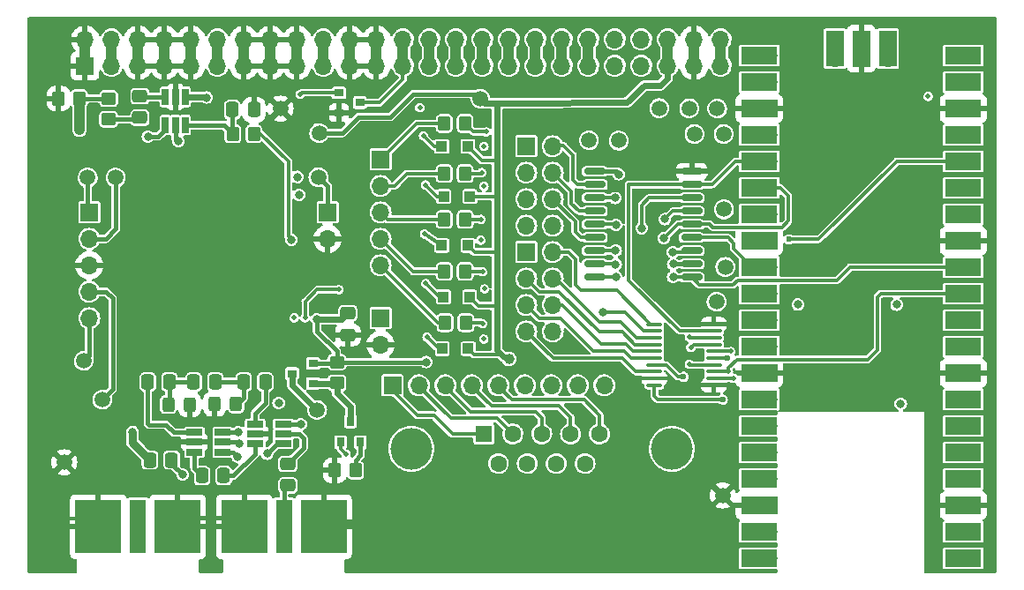
<source format=gbr>
%TF.GenerationSoftware,KiCad,Pcbnew,6.0.2+dfsg-1*%
%TF.CreationDate,2023-03-28T12:08:36-04:00*%
%TF.ProjectId,HL2IOBoard,484c3249-4f42-46f6-9172-642e6b696361,E*%
%TF.SameCoordinates,Original*%
%TF.FileFunction,Copper,L1,Top*%
%TF.FilePolarity,Positive*%
%FSLAX46Y46*%
G04 Gerber Fmt 4.6, Leading zero omitted, Abs format (unit mm)*
G04 Created by KiCad (PCBNEW 6.0.2+dfsg-1) date 2023-03-28 12:08:36*
%MOMM*%
%LPD*%
G01*
G04 APERTURE LIST*
G04 Aperture macros list*
%AMRoundRect*
0 Rectangle with rounded corners*
0 $1 Rounding radius*
0 $2 $3 $4 $5 $6 $7 $8 $9 X,Y pos of 4 corners*
0 Add a 4 corners polygon primitive as box body*
4,1,4,$2,$3,$4,$5,$6,$7,$8,$9,$2,$3,0*
0 Add four circle primitives for the rounded corners*
1,1,$1+$1,$2,$3*
1,1,$1+$1,$4,$5*
1,1,$1+$1,$6,$7*
1,1,$1+$1,$8,$9*
0 Add four rect primitives between the rounded corners*
20,1,$1+$1,$2,$3,$4,$5,0*
20,1,$1+$1,$4,$5,$6,$7,0*
20,1,$1+$1,$6,$7,$8,$9,0*
20,1,$1+$1,$8,$9,$2,$3,0*%
G04 Aperture macros list end*
%TA.AperFunction,ComponentPad*%
%ADD10R,1.600000X5.200000*%
%TD*%
%TA.AperFunction,ComponentPad*%
%ADD11R,4.400000X5.200000*%
%TD*%
%TA.AperFunction,SMDPad,CuDef*%
%ADD12RoundRect,0.250000X-0.337500X-0.475000X0.337500X-0.475000X0.337500X0.475000X-0.337500X0.475000X0*%
%TD*%
%TA.AperFunction,SMDPad,CuDef*%
%ADD13R,0.900000X0.800000*%
%TD*%
%TA.AperFunction,SMDPad,CuDef*%
%ADD14RoundRect,0.250000X0.350000X0.450000X-0.350000X0.450000X-0.350000X-0.450000X0.350000X-0.450000X0*%
%TD*%
%TA.AperFunction,SMDPad,CuDef*%
%ADD15RoundRect,0.250000X0.450000X-0.350000X0.450000X0.350000X-0.450000X0.350000X-0.450000X-0.350000X0*%
%TD*%
%TA.AperFunction,SMDPad,CuDef*%
%ADD16R,0.650000X1.560000*%
%TD*%
%TA.AperFunction,SMDPad,CuDef*%
%ADD17R,1.560000X0.650000*%
%TD*%
%TA.AperFunction,SMDPad,CuDef*%
%ADD18RoundRect,0.250000X-0.450000X0.350000X-0.450000X-0.350000X0.450000X-0.350000X0.450000X0.350000X0*%
%TD*%
%TA.AperFunction,SMDPad,CuDef*%
%ADD19RoundRect,0.100000X0.637500X0.100000X-0.637500X0.100000X-0.637500X-0.100000X0.637500X-0.100000X0*%
%TD*%
%TA.AperFunction,SMDPad,CuDef*%
%ADD20RoundRect,0.250000X0.475000X-0.337500X0.475000X0.337500X-0.475000X0.337500X-0.475000X-0.337500X0*%
%TD*%
%TA.AperFunction,SMDPad,CuDef*%
%ADD21RoundRect,0.250000X0.337500X0.475000X-0.337500X0.475000X-0.337500X-0.475000X0.337500X-0.475000X0*%
%TD*%
%TA.AperFunction,ComponentPad*%
%ADD22C,4.000000*%
%TD*%
%TA.AperFunction,ComponentPad*%
%ADD23R,1.600000X1.600000*%
%TD*%
%TA.AperFunction,ComponentPad*%
%ADD24C,1.600000*%
%TD*%
%TA.AperFunction,SMDPad,CuDef*%
%ADD25R,0.800000X0.900000*%
%TD*%
%TA.AperFunction,SMDPad,CuDef*%
%ADD26RoundRect,0.250000X-0.350000X-0.450000X0.350000X-0.450000X0.350000X0.450000X-0.350000X0.450000X0*%
%TD*%
%TA.AperFunction,ComponentPad*%
%ADD27R,1.700000X1.700000*%
%TD*%
%TA.AperFunction,ComponentPad*%
%ADD28O,1.700000X1.700000*%
%TD*%
%TA.AperFunction,SMDPad,CuDef*%
%ADD29R,3.500000X1.700000*%
%TD*%
%TA.AperFunction,SMDPad,CuDef*%
%ADD30R,1.700000X3.500000*%
%TD*%
%TA.AperFunction,SMDPad,CuDef*%
%ADD31RoundRect,0.250000X0.325000X0.450000X-0.325000X0.450000X-0.325000X-0.450000X0.325000X-0.450000X0*%
%TD*%
%TA.AperFunction,SMDPad,CuDef*%
%ADD32RoundRect,0.250000X-0.325000X-0.450000X0.325000X-0.450000X0.325000X0.450000X-0.325000X0.450000X0*%
%TD*%
%TA.AperFunction,SMDPad,CuDef*%
%ADD33R,1.000000X1.000000*%
%TD*%
%TA.AperFunction,ComponentPad*%
%ADD34C,1.500000*%
%TD*%
%TA.AperFunction,SMDPad,CuDef*%
%ADD35RoundRect,0.150000X0.875000X0.150000X-0.875000X0.150000X-0.875000X-0.150000X0.875000X-0.150000X0*%
%TD*%
%TA.AperFunction,ViaPad*%
%ADD36C,0.800000*%
%TD*%
%TA.AperFunction,ViaPad*%
%ADD37C,1.000000*%
%TD*%
%TA.AperFunction,ViaPad*%
%ADD38C,0.600000*%
%TD*%
%TA.AperFunction,ViaPad*%
%ADD39C,0.500000*%
%TD*%
%TA.AperFunction,Conductor*%
%ADD40C,1.000000*%
%TD*%
%TA.AperFunction,Conductor*%
%ADD41C,0.400000*%
%TD*%
%TA.AperFunction,Conductor*%
%ADD42C,0.600000*%
%TD*%
%TA.AperFunction,Conductor*%
%ADD43C,0.350000*%
%TD*%
%TA.AperFunction,Conductor*%
%ADD44C,0.500000*%
%TD*%
%TA.AperFunction,Conductor*%
%ADD45C,0.800000*%
%TD*%
%TA.AperFunction,Conductor*%
%ADD46C,0.300000*%
%TD*%
G04 APERTURE END LIST*
D10*
%TO.P,J9,1,In*%
%TO.N,Net-(B5-Pad1)*%
X126620000Y-130510000D03*
D11*
%TO.P,J9,2,Ext*%
%TO.N,GND*%
X122820000Y-130510000D03*
X130420000Y-130510000D03*
%TD*%
D10*
%TO.P,J10,1,In*%
%TO.N,Net-(J10-Pad1)*%
X112620000Y-130510000D03*
D11*
%TO.P,J10,2,Ext*%
%TO.N,GND*%
X108820000Y-130510000D03*
X116420000Y-130510000D03*
%TD*%
D12*
%TO.P,C1,1*%
%TO.N,Net-(C1-Pad1)*%
X122762500Y-116600000D03*
%TO.P,C1,2*%
%TO.N,Net-(C1-Pad2)*%
X124837500Y-116600000D03*
%TD*%
%TO.P,C2,1*%
%TO.N,Net-(C2-Pad1)*%
X117962500Y-116600000D03*
%TO.P,C2,2*%
%TO.N,Net-(C1-Pad1)*%
X120037500Y-116600000D03*
%TD*%
%TO.P,C3,1*%
%TO.N,Net-(C3-Pad1)*%
X113562500Y-116600000D03*
%TO.P,C3,2*%
%TO.N,Net-(C2-Pad1)*%
X115637500Y-116600000D03*
%TD*%
D13*
%TO.P,Q1,1,G*%
%TO.N,GPIO3*%
X131900000Y-88850000D03*
%TO.P,Q1,2,S*%
%TO.N,GND*%
X131900000Y-90750000D03*
%TO.P,Q1,3,D*%
%TO.N,Net-(J1-Pad25)*%
X133900000Y-89800000D03*
%TD*%
D14*
%TO.P,R2,1*%
%TO.N,Net-(J10-Pad1)*%
X107000000Y-89400000D03*
%TO.P,R2,2*%
%TO.N,GND*%
X105000000Y-89400000D03*
%TD*%
D15*
%TO.P,R3,1*%
%TO.N,Net-(B8-Pad1)*%
X109800000Y-91400000D03*
%TO.P,R3,2*%
%TO.N,Net-(J10-Pad1)*%
X109800000Y-89400000D03*
%TD*%
D16*
%TO.P,U2,1*%
%TO.N,Net-(B7-Pad2)*%
X117150000Y-89250000D03*
%TO.P,U2,2*%
%TO.N,GND*%
X116200000Y-89250000D03*
%TO.P,U2,3*%
%TO.N,Net-(B8-Pad2)*%
X115250000Y-89250000D03*
%TO.P,U2,4*%
%TO.N,Net-(B21-Pad1)*%
X115250000Y-91950000D03*
%TO.P,U2,5*%
%TO.N,Net-(B2-Pad2)*%
X116200000Y-91950000D03*
%TO.P,U2,6*%
%TO.N,Net-(B20-Pad1)*%
X117150000Y-91950000D03*
%TD*%
D17*
%TO.P,U3,1*%
%TO.N,Net-(C3-Pad1)*%
X118030000Y-121450000D03*
%TO.P,U3,2*%
%TO.N,GND*%
X118030000Y-122400000D03*
%TO.P,U3,3*%
%TO.N,Net-(B6-Pad2)*%
X118030000Y-123350000D03*
%TO.P,U3,4*%
%TO.N,Net-(B18-Pad1)*%
X120730000Y-123350000D03*
%TO.P,U3,5*%
%TO.N,Net-(B7-Pad1)*%
X120730000Y-122400000D03*
%TO.P,U3,6*%
%TO.N,Net-(B19-Pad1)*%
X120730000Y-121450000D03*
%TD*%
D13*
%TO.P,Q2,1,G*%
%TO.N,Net-(Q2-Pad1)*%
X129400000Y-116750000D03*
%TO.P,Q2,2,S*%
%TO.N,VSUP*%
X129400000Y-114850000D03*
%TO.P,Q2,3,D*%
%TO.N,Net-(Q2-Pad3)*%
X127400000Y-115800000D03*
%TD*%
D18*
%TO.P,R5,1*%
%TO.N,VSUP*%
X131700000Y-114700000D03*
%TO.P,R5,2*%
%TO.N,Net-(Q2-Pad1)*%
X131700000Y-116700000D03*
%TD*%
D19*
%TO.P,U7,1,G1*%
%TO.N,GND*%
X167862500Y-116925000D03*
%TO.P,U7,2,A0*%
%TO.N,Out7*%
X167862500Y-116275000D03*
%TO.P,U7,3,A1*%
%TO.N,Out8*%
X167862500Y-115625000D03*
%TO.P,U7,4,A2*%
%TO.N,Out5*%
X167862500Y-114975000D03*
%TO.P,U7,5,A3*%
%TO.N,Out6*%
X167862500Y-114325000D03*
%TO.P,U7,6,A4*%
%TO.N,Out3*%
X167862500Y-113675000D03*
%TO.P,U7,7,A5*%
%TO.N,Out4*%
X167862500Y-113025000D03*
%TO.P,U7,8,A6*%
%TO.N,Out1*%
X167862500Y-112375000D03*
%TO.P,U7,9,A7*%
%TO.N,Out2*%
X167862500Y-111725000D03*
%TO.P,U7,10,GND*%
%TO.N,GND*%
X167862500Y-111075000D03*
%TO.P,U7,11,Y7*%
%TO.N,Net-(J4-Pad2)*%
X162137500Y-111075000D03*
%TO.P,U7,12,Y6*%
%TO.N,Net-(J4-Pad1)*%
X162137500Y-111725000D03*
%TO.P,U7,13,Y5*%
%TO.N,Net-(J4-Pad4)*%
X162137500Y-112375000D03*
%TO.P,U7,14,Y4*%
%TO.N,Net-(J4-Pad3)*%
X162137500Y-113025000D03*
%TO.P,U7,15,Y3*%
%TO.N,Net-(J4-Pad6)*%
X162137500Y-113675000D03*
%TO.P,U7,16,Y2*%
%TO.N,Net-(J4-Pad5)*%
X162137500Y-114325000D03*
%TO.P,U7,17,Y1*%
%TO.N,Net-(R8-Pad2)*%
X162137500Y-114975000D03*
%TO.P,U7,18,Y0*%
%TO.N,Net-(J4-Pad7)*%
X162137500Y-115625000D03*
%TO.P,U7,19,G2*%
%TO.N,GND*%
X162137500Y-116275000D03*
%TO.P,U7,20,VCC*%
%TO.N,+5V*%
X162137500Y-116925000D03*
%TD*%
D20*
%TO.P,B5,1*%
%TO.N,Net-(B5-Pad1)*%
X127000000Y-126537500D03*
%TO.P,B5,2*%
%TO.N,Net-(B5-Pad2)*%
X127000000Y-124462500D03*
%TD*%
D21*
%TO.P,B7,1*%
%TO.N,Net-(B7-Pad1)*%
X115837500Y-124100000D03*
%TO.P,B7,2*%
%TO.N,Net-(B7-Pad2)*%
X113762500Y-124100000D03*
%TD*%
%TO.P,B6,1*%
%TO.N,Net-(B6-Pad1)*%
X120837500Y-125600000D03*
%TO.P,B6,2*%
%TO.N,Net-(B6-Pad2)*%
X118762500Y-125600000D03*
%TD*%
D20*
%TO.P,B8,1*%
%TO.N,Net-(B8-Pad1)*%
X112800000Y-91237500D03*
%TO.P,B8,2*%
%TO.N,Net-(B8-Pad2)*%
X112800000Y-89162500D03*
%TD*%
D17*
%TO.P,U4,1*%
%TO.N,Net-(C1-Pad2)*%
X123850000Y-120650000D03*
%TO.P,U4,2*%
%TO.N,GND*%
X123850000Y-121600000D03*
%TO.P,U4,3*%
%TO.N,Net-(B6-Pad1)*%
X123850000Y-122550000D03*
%TO.P,U4,4*%
%TO.N,Net-(B18-Pad1)*%
X126550000Y-122550000D03*
%TO.P,U4,5*%
%TO.N,Net-(B5-Pad2)*%
X126550000Y-121600000D03*
%TO.P,U4,6*%
%TO.N,Net-(B19-Pad1)*%
X126550000Y-120650000D03*
%TD*%
D22*
%TO.P,J5,0*%
%TO.N,N/C*%
X138840000Y-123020000D03*
X163840000Y-123020000D03*
D23*
%TO.P,J5,1,1*%
%TO.N,Net-(J5-Pad1)*%
X145800000Y-121600000D03*
D24*
%TO.P,J5,2,2*%
%TO.N,Net-(J5-Pad2)*%
X148570000Y-121600000D03*
%TO.P,J5,3,3*%
%TO.N,Net-(J5-Pad3)*%
X151340000Y-121600000D03*
%TO.P,J5,4,4*%
%TO.N,Net-(J5-Pad4)*%
X154110000Y-121600000D03*
%TO.P,J5,5,5*%
%TO.N,Net-(J5-Pad5)*%
X156880000Y-121600000D03*
%TO.P,J5,6,6*%
%TO.N,Net-(J5-Pad6)*%
X147185000Y-124440000D03*
%TO.P,J5,7,7*%
%TO.N,Net-(J5-Pad7)*%
X149955000Y-124440000D03*
%TO.P,J5,8,8*%
%TO.N,Net-(J5-Pad8)*%
X152725000Y-124440000D03*
%TO.P,J5,9,9*%
%TO.N,Net-(J5-Pad9)*%
X155495000Y-124440000D03*
%TD*%
D25*
%TO.P,Q4,1,B*%
%TO.N,GPIO1*%
X132050000Y-122400000D03*
%TO.P,Q4,2,E*%
%TO.N,Net-(Q4-Pad2)*%
X133950000Y-122400000D03*
%TO.P,Q4,3,C*%
%TO.N,Net-(Q2-Pad1)*%
X133000000Y-120400000D03*
%TD*%
D26*
%TO.P,R6,1*%
%TO.N,Net-(J8-Pad5)*%
X142070000Y-110920000D03*
%TO.P,R6,2*%
%TO.N,Net-(D2-Pad2)*%
X144070000Y-110920000D03*
%TD*%
D14*
%TO.P,R10,1*%
%TO.N,Net-(Q4-Pad2)*%
X133500000Y-125100000D03*
%TO.P,R10,2*%
%TO.N,GND*%
X131500000Y-125100000D03*
%TD*%
D27*
%TO.P,J4,1,Pin_1*%
%TO.N,Net-(J4-Pad1)*%
X149860000Y-104140000D03*
D28*
%TO.P,J4,2,Pin_2*%
%TO.N,Net-(J4-Pad2)*%
X152400000Y-104140000D03*
%TO.P,J4,3,Pin_3*%
%TO.N,Net-(J4-Pad3)*%
X149860000Y-106680000D03*
%TO.P,J4,4,Pin_4*%
%TO.N,Net-(J4-Pad4)*%
X152400000Y-106680000D03*
%TO.P,J4,5,Pin_5*%
%TO.N,Net-(J4-Pad5)*%
X149860000Y-109220000D03*
%TO.P,J4,6,Pin_6*%
%TO.N,Net-(J4-Pad6)*%
X152400000Y-109220000D03*
%TO.P,J4,7,Pin_7*%
%TO.N,Net-(J4-Pad7)*%
X149860000Y-111760000D03*
%TO.P,J4,8,Pin_8*%
%TO.N,Net-(C5-Pad1)*%
X152400000Y-111760000D03*
%TD*%
D27*
%TO.P,J6,1,Pin_1*%
%TO.N,Net-(J6-Pad1)*%
X149860000Y-93980000D03*
D28*
%TO.P,J6,2,Pin_2*%
%TO.N,Net-(J6-Pad2)*%
X152400000Y-93980000D03*
%TO.P,J6,3,Pin_3*%
%TO.N,Net-(J6-Pad3)*%
X149860000Y-96520000D03*
%TO.P,J6,4,Pin_4*%
%TO.N,Net-(J6-Pad4)*%
X152400000Y-96520000D03*
%TO.P,J6,5,Pin_5*%
%TO.N,Net-(J6-Pad5)*%
X149860000Y-99060000D03*
%TO.P,J6,6,Pin_6*%
%TO.N,Net-(J6-Pad6)*%
X152400000Y-99060000D03*
%TO.P,J6,7,Pin_7*%
%TO.N,Net-(J6-Pad7)*%
X149860000Y-101600000D03*
%TO.P,J6,8,Pin_8*%
%TO.N,Net-(J6-Pad8)*%
X152400000Y-101600000D03*
%TD*%
D26*
%TO.P,R20,1*%
%TO.N,Net-(J8-Pad3)*%
X142000000Y-101000000D03*
%TO.P,R20,2*%
%TO.N,Net-(D4-Pad2)*%
X144000000Y-101000000D03*
%TD*%
%TO.P,R21,1*%
%TO.N,Net-(J8-Pad2)*%
X142000000Y-96600000D03*
%TO.P,R21,2*%
%TO.N,Net-(D5-Pad2)*%
X144000000Y-96600000D03*
%TD*%
%TO.P,R19,1*%
%TO.N,Net-(J8-Pad4)*%
X142000000Y-106000000D03*
%TO.P,R19,2*%
%TO.N,Net-(D3-Pad2)*%
X144000000Y-106000000D03*
%TD*%
%TO.P,R26,1*%
%TO.N,Net-(J8-Pad1)*%
X142000000Y-91800000D03*
%TO.P,R26,2*%
%TO.N,Net-(D7-Pad2)*%
X144000000Y-91800000D03*
%TD*%
D27*
%TO.P,J8,1,Pin_1*%
%TO.N,Net-(J8-Pad1)*%
X135890000Y-95250000D03*
D28*
%TO.P,J8,2,Pin_2*%
%TO.N,Net-(J8-Pad2)*%
X135890000Y-97790000D03*
%TO.P,J8,3,Pin_3*%
%TO.N,Net-(J8-Pad3)*%
X135890000Y-100330000D03*
%TO.P,J8,4,Pin_4*%
%TO.N,Net-(J8-Pad4)*%
X135890000Y-102870000D03*
%TO.P,J8,5,Pin_5*%
%TO.N,Net-(J8-Pad5)*%
X135890000Y-105410000D03*
%TD*%
D27*
%TO.P,J12,1,Pin_1*%
%TO.N,Net-(J12-Pad1)*%
X130810000Y-100330000D03*
D28*
%TO.P,J12,2,Pin_2*%
%TO.N,GND*%
X130810000Y-102870000D03*
%TD*%
D29*
%TO.P,U1,1,GPIO0*%
%TO.N,HPF*%
X191790000Y-133530000D03*
D28*
X190890000Y-133530000D03*
%TO.P,U1,2,GPIO1*%
%TO.N,GPIO1*%
X190890000Y-130990000D03*
D29*
X191790000Y-130990000D03*
D27*
%TO.P,U1,3,GND*%
%TO.N,GND*%
X190890000Y-128450000D03*
D29*
X191790000Y-128450000D03*
%TO.P,U1,4,GPIO2*%
%TO.N,RF3*%
X191790000Y-125910000D03*
D28*
X190890000Y-125910000D03*
D29*
%TO.P,U1,5,GPIO3*%
%TO.N,GPIO3*%
X191790000Y-123370000D03*
D28*
X190890000Y-123370000D03*
%TO.P,U1,6,GPIO4*%
%TO.N,GPIO4*%
X190890000Y-120830000D03*
D29*
X191790000Y-120830000D03*
D28*
%TO.P,U1,7,GPIO5*%
%TO.N,unconnected-(U1-Pad7)*%
X190890000Y-118290000D03*
D29*
X191790000Y-118290000D03*
D27*
%TO.P,U1,8,GND*%
%TO.N,GND*%
X190890000Y-115750000D03*
D29*
X191790000Y-115750000D03*
D28*
%TO.P,U1,9,GPIO6*%
%TO.N,In5*%
X190890000Y-113210000D03*
D29*
X191790000Y-113210000D03*
%TO.P,U1,10,GPIO7*%
%TO.N,In4*%
X191790000Y-110670000D03*
D28*
X190890000Y-110670000D03*
D29*
%TO.P,U1,11,GPIO8*%
%TO.N,Out8*%
X191790000Y-108130000D03*
D28*
X190890000Y-108130000D03*
%TO.P,U1,12,GPIO9*%
%TO.N,Out7*%
X190890000Y-105590000D03*
D29*
X191790000Y-105590000D03*
D27*
%TO.P,U1,13,GND*%
%TO.N,GND*%
X190890000Y-103050000D03*
D29*
X191790000Y-103050000D03*
%TO.P,U1,14,GPIO10*%
%TO.N,Out5*%
X191790000Y-100510000D03*
D28*
X190890000Y-100510000D03*
D29*
%TO.P,U1,15,GPIO11*%
%TO.N,Out4*%
X191790000Y-97970000D03*
D28*
X190890000Y-97970000D03*
%TO.P,U1,16,GPIO12*%
%TO.N,GPIO12*%
X190890000Y-95430000D03*
D29*
X191790000Y-95430000D03*
D28*
%TO.P,U1,17,GPIO13*%
%TO.N,GPIO13*%
X190890000Y-92890000D03*
D29*
X191790000Y-92890000D03*
%TO.P,U1,18,GND*%
%TO.N,GND*%
X191790000Y-90350000D03*
D27*
X190890000Y-90350000D03*
D28*
%TO.P,U1,19,GPIO14*%
%TO.N,SDA*%
X190890000Y-87810000D03*
D29*
X191790000Y-87810000D03*
%TO.P,U1,20,GPIO15*%
%TO.N,SCL*%
X191790000Y-85270000D03*
D28*
X190890000Y-85270000D03*
%TO.P,U1,21,GPIO16*%
%TO.N,Out1*%
X173110000Y-85270000D03*
D29*
X172210000Y-85270000D03*
D28*
%TO.P,U1,22,GPIO17*%
%TO.N,In1*%
X173110000Y-87810000D03*
D29*
X172210000Y-87810000D03*
D27*
%TO.P,U1,23,GND*%
%TO.N,GND*%
X173110000Y-90350000D03*
D29*
X172210000Y-90350000D03*
%TO.P,U1,24,GPIO18*%
%TO.N,In2*%
X172210000Y-92890000D03*
D28*
X173110000Y-92890000D03*
%TO.P,U1,25,GPIO19*%
%TO.N,Out2*%
X173110000Y-95430000D03*
D29*
X172210000Y-95430000D03*
%TO.P,U1,26,GPIO20*%
%TO.N,Out3*%
X172210000Y-97970000D03*
D28*
X173110000Y-97970000D03*
D29*
%TO.P,U1,27,GPIO21*%
%TO.N,In3*%
X172210000Y-100510000D03*
D28*
X173110000Y-100510000D03*
D27*
%TO.P,U1,28,GND*%
%TO.N,GND*%
X173110000Y-103050000D03*
D29*
X172210000Y-103050000D03*
D28*
%TO.P,U1,29,GPIO22*%
%TO.N,Out6*%
X173110000Y-105590000D03*
D29*
X172210000Y-105590000D03*
D28*
%TO.P,U1,30,RUN*%
%TO.N,unconnected-(U1-Pad30)*%
X173110000Y-108130000D03*
D29*
X172210000Y-108130000D03*
%TO.P,U1,31,GPIO26_ADC0*%
%TO.N,unconnected-(U1-Pad31)*%
X172210000Y-110670000D03*
D28*
X173110000Y-110670000D03*
D29*
%TO.P,U1,32,GPIO27_ADC1*%
%TO.N,unconnected-(U1-Pad32)*%
X172210000Y-113210000D03*
D28*
X173110000Y-113210000D03*
D29*
%TO.P,U1,33,AGND*%
%TO.N,GND*%
X172210000Y-115750000D03*
D27*
X173110000Y-115750000D03*
D29*
%TO.P,U1,34,GPIO28_ADC2*%
%TO.N,unconnected-(U1-Pad34)*%
X172210000Y-118290000D03*
D28*
X173110000Y-118290000D03*
%TO.P,U1,35,ADC_VREF*%
%TO.N,Net-(U1-Pad35)*%
X173110000Y-120830000D03*
D29*
X172210000Y-120830000D03*
%TO.P,U1,36,3V3*%
%TO.N,unconnected-(U1-Pad36)*%
X172210000Y-123370000D03*
D28*
X173110000Y-123370000D03*
%TO.P,U1,37,3V3_EN*%
%TO.N,unconnected-(U1-Pad37)*%
X173110000Y-125910000D03*
D29*
X172210000Y-125910000D03*
D27*
%TO.P,U1,38,GND*%
%TO.N,GND*%
X173110000Y-128450000D03*
D29*
X172210000Y-128450000D03*
D28*
%TO.P,U1,39,VSYS*%
%TO.N,Net-(D6-Pad1)*%
X173110000Y-130990000D03*
D29*
X172210000Y-130990000D03*
D28*
%TO.P,U1,40,VBUS*%
%TO.N,unconnected-(U1-Pad40)*%
X173110000Y-133530000D03*
D29*
X172210000Y-133530000D03*
D30*
%TO.P,U1,41,SWCLK*%
%TO.N,unconnected-(U1-Pad41)*%
X184540000Y-84600000D03*
D28*
X184540000Y-85500000D03*
D27*
%TO.P,U1,42,GND*%
%TO.N,GND*%
X182000000Y-85500000D03*
D30*
X182000000Y-84600000D03*
%TO.P,U1,43,SWDIO*%
%TO.N,unconnected-(U1-Pad43)*%
X179460000Y-84600000D03*
D28*
X179460000Y-85500000D03*
%TD*%
D27*
%TO.P,J1,1,Pin_1*%
%TO.N,GND*%
X107540000Y-86260000D03*
D28*
%TO.P,J1,2,Pin_2*%
X107540000Y-83720000D03*
%TO.P,J1,3,Pin_3*%
%TO.N,Net-(J1-Pad3)*%
X110080000Y-86260000D03*
%TO.P,J1,4,Pin_4*%
X110080000Y-83720000D03*
%TO.P,J1,5,Pin_5*%
%TO.N,GND*%
X112620000Y-86260000D03*
%TO.P,J1,6,Pin_6*%
X112620000Y-83720000D03*
%TO.P,J1,7,Pin_7*%
X115160000Y-86260000D03*
%TO.P,J1,8,Pin_8*%
X115160000Y-83720000D03*
%TO.P,J1,9,Pin_9*%
X117700000Y-86260000D03*
%TO.P,J1,10,Pin_10*%
X117700000Y-83720000D03*
%TO.P,J1,11,Pin_11*%
%TO.N,Net-(B2-Pad1)*%
X120240000Y-86260000D03*
%TO.P,J1,12,Pin_12*%
X120240000Y-83720000D03*
%TO.P,J1,13,Pin_13*%
%TO.N,GND*%
X122780000Y-86260000D03*
%TO.P,J1,14,Pin_14*%
X122780000Y-83720000D03*
%TO.P,J1,15,Pin_15*%
X125320000Y-86260000D03*
%TO.P,J1,16,Pin_16*%
X125320000Y-83720000D03*
%TO.P,J1,17,Pin_17*%
X127860000Y-86260000D03*
%TO.P,J1,18,Pin_18*%
X127860000Y-83720000D03*
%TO.P,J1,19,Pin_19*%
%TO.N,Net-(J1-Pad19)*%
X130400000Y-86260000D03*
%TO.P,J1,20,Pin_20*%
X130400000Y-83720000D03*
%TO.P,J1,21,Pin_21*%
%TO.N,GND*%
X132940000Y-86260000D03*
%TO.P,J1,22,Pin_22*%
X132940000Y-83720000D03*
%TO.P,J1,23,Pin_23*%
X135480000Y-86260000D03*
%TO.P,J1,24,Pin_24*%
X135480000Y-83720000D03*
%TO.P,J1,25,Pin_25*%
%TO.N,Net-(J1-Pad25)*%
X138020000Y-86260000D03*
%TO.P,J1,26,Pin_26*%
X138020000Y-83720000D03*
%TO.P,J1,27,Pin_27*%
%TO.N,Net-(J1-Pad27)*%
X140560000Y-86260000D03*
%TO.P,J1,28,Pin_28*%
X140560000Y-83720000D03*
%TO.P,J1,29,Pin_29*%
%TO.N,Net-(D1-Pad1)*%
X143100000Y-86260000D03*
%TO.P,J1,30,Pin_30*%
X143100000Y-83720000D03*
%TO.P,J1,31,Pin_31*%
%TO.N,SDA*%
X145640000Y-86260000D03*
%TO.P,J1,32,Pin_32*%
X145640000Y-83720000D03*
%TO.P,J1,33,Pin_33*%
%TO.N,SCL*%
X148180000Y-86260000D03*
%TO.P,J1,34,Pin_34*%
X148180000Y-83720000D03*
%TO.P,J1,35,Pin_35*%
%TO.N,Net-(J1-Pad35)*%
X150720000Y-86260000D03*
%TO.P,J1,36,Pin_36*%
X150720000Y-83720000D03*
%TO.P,J1,37,Pin_37*%
%TO.N,Net-(J1-Pad37)*%
X153260000Y-86260000D03*
%TO.P,J1,38,Pin_38*%
X153260000Y-83720000D03*
%TO.P,J1,39,Pin_39*%
%TO.N,Net-(J1-Pad39)*%
X155800000Y-86260000D03*
%TO.P,J1,40,Pin_40*%
X155800000Y-83720000D03*
%TO.P,J1,41,Pin_41*%
%TO.N,unconnected-(J1-Pad41)*%
X158340000Y-86260000D03*
%TO.P,J1,42,Pin_42*%
%TO.N,unconnected-(J1-Pad42)*%
X158340000Y-83720000D03*
%TO.P,J1,43,Pin_43*%
%TO.N,unconnected-(J1-Pad43)*%
X160880000Y-86260000D03*
%TO.P,J1,44,Pin_44*%
%TO.N,unconnected-(J1-Pad44)*%
X160880000Y-83720000D03*
%TO.P,J1,45,Pin_45*%
%TO.N,+3V3*%
X163420000Y-86260000D03*
%TO.P,J1,46,Pin_46*%
X163420000Y-83720000D03*
%TO.P,J1,47,Pin_47*%
%TO.N,GND*%
X165960000Y-86260000D03*
%TO.P,J1,48,Pin_48*%
X165960000Y-83720000D03*
%TO.P,J1,49,Pin_49*%
%TO.N,VSUP*%
X168500000Y-86260000D03*
%TO.P,J1,50,Pin_50*%
X168500000Y-83720000D03*
%TD*%
D31*
%TO.P,L1,1,1*%
%TO.N,Net-(C1-Pad1)*%
X122025000Y-118730000D03*
%TO.P,L1,2,2*%
%TO.N,GND*%
X119975000Y-118730000D03*
%TD*%
D32*
%TO.P,L2,1,1*%
%TO.N,Net-(C2-Pad1)*%
X115525000Y-118770000D03*
%TO.P,L2,2,2*%
%TO.N,GND*%
X117575000Y-118770000D03*
%TD*%
D20*
%TO.P,B16,1*%
%TO.N,GND*%
X132750000Y-112087500D03*
%TO.P,B16,2*%
%TO.N,VSUP*%
X132750000Y-110012500D03*
%TD*%
D33*
%TO.P,D2,1,K*%
%TO.N,+3V3*%
X144290000Y-113410000D03*
%TO.P,D2,2,A*%
%TO.N,Net-(D2-Pad2)*%
X141790000Y-113410000D03*
%TD*%
%TO.P,D3,1,K*%
%TO.N,+3V3*%
X144430000Y-108450000D03*
%TO.P,D3,2,A*%
%TO.N,Net-(D3-Pad2)*%
X141930000Y-108450000D03*
%TD*%
%TO.P,D4,1,K*%
%TO.N,+3V3*%
X144250000Y-103500000D03*
%TO.P,D4,2,A*%
%TO.N,Net-(D4-Pad2)*%
X141750000Y-103500000D03*
%TD*%
%TO.P,D5,1,K*%
%TO.N,+3V3*%
X144450000Y-98800000D03*
%TO.P,D5,2,A*%
%TO.N,Net-(D5-Pad2)*%
X141950000Y-98800000D03*
%TD*%
%TO.P,D7,1,K*%
%TO.N,+3V3*%
X144250000Y-94000000D03*
%TO.P,D7,2,A*%
%TO.N,Net-(D7-Pad2)*%
X141750000Y-94000000D03*
%TD*%
D27*
%TO.P,J2,1,Pin_1*%
%TO.N,Net-(J2-Pad1)*%
X107950000Y-100330000D03*
D28*
%TO.P,J2,2,Pin_2*%
%TO.N,Net-(J2-Pad2)*%
X107950000Y-102870000D03*
%TO.P,J2,3,Pin_3*%
%TO.N,GND*%
X107950000Y-105410000D03*
%TO.P,J2,4,Pin_4*%
%TO.N,Net-(J2-Pad4)*%
X107950000Y-107950000D03*
%TO.P,J2,5,Pin_5*%
%TO.N,Net-(J2-Pad5)*%
X107950000Y-110490000D03*
%TD*%
D27*
%TO.P,J3,1,Pin_1*%
%TO.N,Net-(J3-Pad1)*%
X135890000Y-110490000D03*
D28*
%TO.P,J3,2,Pin_2*%
%TO.N,GND*%
X135890000Y-113030000D03*
%TD*%
D12*
%TO.P,B20,1*%
%TO.N,Net-(B20-Pad1)*%
X121662500Y-90470000D03*
%TO.P,B20,2*%
%TO.N,GND*%
X123737500Y-90470000D03*
%TD*%
D14*
%TO.P,R36,1*%
%TO.N,Net-(R36-Pad1)*%
X123730000Y-92800000D03*
%TO.P,R36,2*%
%TO.N,Net-(B20-Pad1)*%
X121730000Y-92800000D03*
%TD*%
D34*
%TO.P,G1,1,1*%
%TO.N,GND*%
X168690000Y-127500000D03*
%TD*%
%TO.P,G2,1,1*%
%TO.N,GND*%
X126280000Y-90380000D03*
%TD*%
%TO.P,G3,1,1*%
%TO.N,GND*%
X105540000Y-124330000D03*
%TD*%
D27*
%TO.P,J7,1,Pin_1*%
%TO.N,Net-(J5-Pad1)*%
X137020000Y-116930000D03*
D28*
%TO.P,J7,2,Pin_2*%
%TO.N,Net-(J5-Pad2)*%
X139560000Y-116930000D03*
%TO.P,J7,3,Pin_3*%
%TO.N,Net-(J5-Pad3)*%
X142100000Y-116930000D03*
%TO.P,J7,4,Pin_4*%
%TO.N,Net-(J5-Pad4)*%
X144640000Y-116930000D03*
%TO.P,J7,5,Pin_5*%
%TO.N,Net-(J5-Pad5)*%
X147180000Y-116930000D03*
%TO.P,J7,6,Pin_6*%
%TO.N,Net-(J5-Pad6)*%
X149720000Y-116930000D03*
%TO.P,J7,7,Pin_7*%
%TO.N,Net-(J5-Pad7)*%
X152260000Y-116930000D03*
%TO.P,J7,8,Pin_8*%
%TO.N,Net-(J5-Pad8)*%
X154800000Y-116930000D03*
%TO.P,J7,9,Pin_9*%
%TO.N,Net-(J5-Pad9)*%
X157340000Y-116930000D03*
%TD*%
D34*
%TO.P,Sw5,1,1*%
%TO.N,Net-(Q3-Pad3)*%
X168100000Y-108900000D03*
%TD*%
%TO.P,Sw12,1,1*%
%TO.N,Net-(Q2-Pad3)*%
X129800000Y-119300000D03*
%TD*%
%TO.P,T1,1,1*%
%TO.N,Net-(J2-Pad5)*%
X107420000Y-114570000D03*
%TD*%
%TO.P,T2,1,1*%
%TO.N,Net-(J2-Pad1)*%
X107800000Y-97000000D03*
%TD*%
%TO.P,T4,1,1*%
%TO.N,Net-(J12-Pad1)*%
X129930000Y-96950000D03*
%TD*%
%TO.P,T5,1,1*%
%TO.N,Net-(J2-Pad4)*%
X109190000Y-118300000D03*
%TD*%
%TO.P,T6,1,1*%
%TO.N,Net-(J2-Pad2)*%
X110490000Y-97000000D03*
%TD*%
%TO.P,12V1,1,1*%
%TO.N,VSUP*%
X168170000Y-90360000D03*
%TD*%
%TO.P,12V2,1,1*%
%TO.N,VSUP*%
X165500000Y-90340000D03*
%TD*%
%TO.P,12V3,1,1*%
%TO.N,VSUP*%
X162620000Y-90320000D03*
%TD*%
%TO.P,3V1,1,1*%
%TO.N,+3V3*%
X130000000Y-92720000D03*
%TD*%
%TO.P,3V2,1,1*%
%TO.N,+3V3*%
X145470000Y-89420000D03*
%TD*%
%TO.P,5V1,1,1*%
%TO.N,+5V*%
X168830000Y-100050000D03*
%TD*%
%TO.P,5V3,1,1*%
%TO.N,+5V*%
X168950000Y-105570000D03*
%TD*%
%TO.P,P1,1,1*%
%TO.N,Net-(P1-Pad1)*%
X155870000Y-93410000D03*
%TD*%
%TO.P,P2,1,1*%
%TO.N,Net-(P2-Pad1)*%
X158730000Y-93440000D03*
%TD*%
%TO.P,P3,1,1*%
%TO.N,Net-(P3-Pad1)*%
X166000000Y-92800000D03*
%TD*%
%TO.P,P4,1,1*%
%TO.N,Net-(P4-Pad1)*%
X168800000Y-92800000D03*
%TD*%
D35*
%TO.P,U8,1,I1*%
%TO.N,Out7*%
X165730000Y-106560000D03*
%TO.P,U8,2,I2*%
%TO.N,Out8*%
X165730000Y-105290000D03*
%TO.P,U8,3,I3*%
%TO.N,Out5*%
X165730000Y-104020000D03*
%TO.P,U8,4,I4*%
%TO.N,Out6*%
X165730000Y-102750000D03*
%TO.P,U8,5,I5*%
%TO.N,Out3*%
X165730000Y-101480000D03*
%TO.P,U8,6,I6*%
%TO.N,Out4*%
X165730000Y-100210000D03*
%TO.P,U8,7,I7*%
%TO.N,Out1*%
X165730000Y-98940000D03*
%TO.P,U8,8,I8*%
%TO.N,Out2*%
X165730000Y-97670000D03*
%TO.P,U8,9,GND*%
%TO.N,GND*%
X165730000Y-96400000D03*
%TO.P,U8,10,Vcc*%
%TO.N,+5V*%
X156430000Y-96400000D03*
%TO.P,U8,11,O8*%
%TO.N,Net-(J6-Pad2)*%
X156430000Y-97670000D03*
%TO.P,U8,12,O7*%
%TO.N,Net-(J6-Pad1)*%
X156430000Y-98940000D03*
%TO.P,U8,13,O6*%
%TO.N,Net-(J6-Pad4)*%
X156430000Y-100210000D03*
%TO.P,U8,14,O5*%
%TO.N,Net-(J6-Pad3)*%
X156430000Y-101480000D03*
%TO.P,U8,15,O4*%
%TO.N,Net-(J6-Pad6)*%
X156430000Y-102750000D03*
%TO.P,U8,16,O3*%
%TO.N,Net-(J6-Pad5)*%
X156430000Y-104020000D03*
%TO.P,U8,17,O2*%
%TO.N,Net-(J6-Pad8)*%
X156430000Y-105290000D03*
%TO.P,U8,18,O1*%
%TO.N,Net-(J6-Pad7)*%
X156430000Y-106560000D03*
%TD*%
D36*
%TO.N,VSUP*%
X140260000Y-114700000D03*
X129770000Y-110570000D03*
%TO.N,GND*%
X134125000Y-129950000D03*
D37*
X143200000Y-123970000D03*
D36*
X114130000Y-121870000D03*
D37*
X158250000Y-123770000D03*
D36*
X105310000Y-129750000D03*
X128875000Y-124975000D03*
X134600000Y-92400000D03*
D38*
X164720000Y-109510000D03*
D36*
X116300000Y-120300000D03*
X133400000Y-101100000D03*
X125940000Y-114760000D03*
X119650000Y-129650000D03*
X150270000Y-114090000D03*
X133500000Y-107500000D03*
D37*
%TO.N,+3V3*%
X148200000Y-114400000D03*
D39*
X188400000Y-89200000D03*
D36*
%TO.N,+5V*%
X128080000Y-98640000D03*
X158730000Y-96670000D03*
D38*
X168700000Y-118300000D03*
D36*
%TO.N,Net-(B7-Pad1)*%
X116900000Y-125500000D03*
X122300000Y-122500000D03*
%TO.N,Net-(B7-Pad2)*%
X112100000Y-121400000D03*
X119200000Y-89300000D03*
D38*
%TO.N,Net-(R8-Pad2)*%
X164950000Y-116125000D03*
D36*
%TO.N,Net-(J4-Pad1)*%
X157190000Y-109900000D03*
%TO.N,Net-(J6-Pad1)*%
X158370000Y-98950000D03*
%TO.N,Net-(J6-Pad3)*%
X158460000Y-101510000D03*
%TO.N,Net-(J6-Pad5)*%
X158440000Y-103990000D03*
%TO.N,Net-(J6-Pad7)*%
X158480000Y-106570000D03*
%TO.N,Net-(J6-Pad8)*%
X158440000Y-105310000D03*
D39*
%TO.N,Net-(D2-Pad2)*%
X140340000Y-112290000D03*
X145660000Y-111000000D03*
%TO.N,Net-(D3-Pad2)*%
X145660000Y-106030000D03*
X140230000Y-107160000D03*
%TO.N,Net-(D4-Pad2)*%
X140100000Y-102400000D03*
X145500000Y-101000000D03*
%TO.N,Net-(D5-Pad2)*%
X140200000Y-97700000D03*
X145600000Y-96500000D03*
%TO.N,Net-(D7-Pad2)*%
X140000000Y-93000000D03*
X146000000Y-92600000D03*
%TO.N,In5*%
X145790000Y-112490000D03*
%TO.N,In4*%
X145860000Y-107670000D03*
%TO.N,In3*%
X145500000Y-103000000D03*
%TO.N,In2*%
X145800000Y-97800000D03*
%TO.N,In1*%
X145800000Y-94000000D03*
D36*
%TO.N,Out1*%
X160920000Y-101840000D03*
D39*
X165500000Y-112300000D03*
D36*
%TO.N,Out3*%
X163060000Y-102800000D03*
D39*
X169475000Y-113675000D03*
%TO.N,Out4*%
X165648872Y-113297402D03*
D36*
X163150000Y-100980000D03*
D38*
%TO.N,Out6*%
X169160706Y-114355971D03*
D36*
%TO.N,Out5*%
X163930000Y-104140000D03*
D39*
X165500000Y-114900000D03*
D36*
%TO.N,Out8*%
X163950000Y-105300000D03*
D39*
X169250000Y-115625000D03*
%TO.N,Out7*%
X169750000Y-116275000D03*
D36*
X163950000Y-106540000D03*
%TO.N,Net-(B2-Pad2)*%
X116500000Y-93500000D03*
D39*
%TO.N,GPIO13*%
X139650000Y-90275000D03*
%TO.N,GPIO3*%
X128175000Y-89000000D03*
%TO.N,GPIO1*%
X132575000Y-123575000D03*
D38*
%TO.N,GPIO12*%
X175050000Y-102925000D03*
D36*
%TO.N,RF3*%
X127890000Y-96930000D03*
%TO.N,HPF*%
X126110000Y-118640000D03*
D39*
%TO.N,Net-(Q6-Pad1)*%
X128650000Y-110450000D03*
X131900000Y-107750000D03*
%TO.N,Net-(B11-Pad1)*%
X127600000Y-110450000D03*
D36*
X185780000Y-118710000D03*
%TO.N,Net-(B18-Pad1)*%
X122200000Y-123800000D03*
X125000000Y-123500000D03*
%TO.N,Net-(B19-Pad1)*%
X122230000Y-121440000D03*
X128240000Y-120670000D03*
%TO.N,Net-(B21-Pad1)*%
X113570000Y-93040000D03*
%TO.N,Net-(J10-Pad1)*%
X107000000Y-92400000D03*
%TO.N,Net-(R36-Pad1)*%
X127350000Y-102960000D03*
%TO.N,Net-(Q3-Pad3)*%
X185380000Y-109190000D03*
X175900000Y-109180000D03*
%TD*%
D40*
%TO.N,Net-(J1-Pad35)*%
X150720000Y-83720000D02*
X150720000Y-86260000D01*
%TO.N,Net-(J1-Pad37)*%
X153260000Y-83720000D02*
X153260000Y-86260000D01*
%TO.N,Net-(J1-Pad39)*%
X155800000Y-83720000D02*
X155800000Y-86260000D01*
D41*
%TO.N,Net-(C1-Pad1)*%
X122762500Y-118117500D02*
X122150000Y-118730000D01*
X122762500Y-116600000D02*
X122762500Y-118117500D01*
X120037500Y-116600000D02*
X122762500Y-116600000D01*
%TO.N,Net-(C1-Pad2)*%
X123850000Y-119610000D02*
X124837500Y-118622500D01*
X123850000Y-120650000D02*
X123850000Y-119610000D01*
X124837500Y-118622500D02*
X124837500Y-116600000D01*
%TO.N,Net-(C2-Pad1)*%
X115637500Y-116600000D02*
X115637500Y-118532500D01*
X115637500Y-118532500D02*
X115400000Y-118770000D01*
X115637500Y-116600000D02*
X117962500Y-116600000D01*
%TO.N,Net-(C3-Pad1)*%
X113562500Y-120572500D02*
X113562500Y-116600000D01*
X118030000Y-121450000D02*
X116030000Y-121450000D01*
X116030000Y-121450000D02*
X115290000Y-120710000D01*
X115290000Y-120710000D02*
X113700000Y-120710000D01*
X113700000Y-120710000D02*
X113562500Y-120572500D01*
%TO.N,VSUP*%
X129400000Y-114850000D02*
X131550000Y-114850000D01*
X131700000Y-113670000D02*
X131700000Y-114700000D01*
X129770000Y-111740000D02*
X131700000Y-113670000D01*
X129770000Y-110570000D02*
X129770000Y-111740000D01*
X131550000Y-114850000D02*
X131700000Y-114700000D01*
X131700000Y-114700000D02*
X140260000Y-114700000D01*
D42*
X129770000Y-110570000D02*
X132192500Y-110570000D01*
X132192500Y-110570000D02*
X132750000Y-110012500D01*
D40*
X168500000Y-83720000D02*
X168500000Y-86260000D01*
D41*
%TO.N,GND*%
X134125000Y-129950000D02*
X129270000Y-129950000D01*
D40*
X107540000Y-83720000D02*
X107540000Y-86260000D01*
D41*
X109970000Y-129950000D02*
X110080000Y-129840000D01*
D40*
X135480000Y-83720000D02*
X135480000Y-86260000D01*
D43*
X109320000Y-129750000D02*
X110080000Y-130510000D01*
D40*
X112620000Y-83720000D02*
X112620000Y-86260000D01*
D41*
X115350000Y-129650000D02*
X115160000Y-129840000D01*
X119650000Y-129650000D02*
X115350000Y-129650000D01*
D40*
X122780000Y-83720000D02*
X122780000Y-86260000D01*
X125320000Y-83720000D02*
X125320000Y-86260000D01*
D41*
X119650000Y-129650000D02*
X123890000Y-129650000D01*
D43*
X105310000Y-129750000D02*
X109320000Y-129750000D01*
D41*
X129270000Y-129950000D02*
X129160000Y-129840000D01*
D40*
X117700000Y-83720000D02*
X117700000Y-86260000D01*
X115160000Y-83720000D02*
X115160000Y-86260000D01*
D41*
X123890000Y-129650000D02*
X124080000Y-129840000D01*
D40*
X127860000Y-83720000D02*
X127860000Y-86260000D01*
X165960000Y-83720000D02*
X165960000Y-86260000D01*
X132940000Y-83720000D02*
X132940000Y-86260000D01*
D42*
%TO.N,+3V3*%
X148650000Y-89850000D02*
X147040000Y-89850000D01*
D41*
X130000000Y-92720000D02*
X132200000Y-92720000D01*
X136800000Y-91180000D02*
X139020000Y-88960000D01*
D40*
X163420000Y-83720000D02*
X163420000Y-86260000D01*
D42*
X162720000Y-88140000D02*
X163420000Y-87440000D01*
D43*
X146940000Y-98800000D02*
X147040000Y-98900000D01*
D42*
X163420000Y-87440000D02*
X163420000Y-86260000D01*
X147040000Y-104150000D02*
X147040000Y-109520000D01*
X147680000Y-114180000D02*
X147315000Y-113815000D01*
X145900000Y-89850000D02*
X145470000Y-89420000D01*
D43*
X144250000Y-94000000D02*
X145580000Y-95330000D01*
X144250000Y-103500000D02*
X144900000Y-104150000D01*
D42*
X147040000Y-113540000D02*
X147315000Y-113815000D01*
D43*
X147150000Y-113980000D02*
X147315000Y-113815000D01*
X146830000Y-109310000D02*
X147040000Y-109520000D01*
D41*
X139020000Y-88960000D02*
X145010000Y-88960000D01*
D42*
X147040000Y-89850000D02*
X145900000Y-89850000D01*
D41*
X133740000Y-91180000D02*
X136800000Y-91180000D01*
D42*
X147040000Y-95330000D02*
X147040000Y-98900000D01*
X147040000Y-89850000D02*
X147040000Y-95330000D01*
X148200000Y-114400000D02*
X147680000Y-114180000D01*
D43*
X144860000Y-113980000D02*
X147150000Y-113980000D01*
D44*
X163423600Y-83515200D02*
X162934800Y-83515200D01*
D41*
X132200000Y-92720000D02*
X133740000Y-91180000D01*
D43*
X163423600Y-83515200D02*
X162784800Y-83515200D01*
X144430000Y-108450000D02*
X145290000Y-109310000D01*
D42*
X147040000Y-98900000D02*
X147040000Y-104150000D01*
X161180000Y-88140000D02*
X162720000Y-88140000D01*
D43*
X144290000Y-113410000D02*
X144860000Y-113980000D01*
X144900000Y-104150000D02*
X147040000Y-104150000D01*
X144450000Y-98800000D02*
X146940000Y-98800000D01*
D42*
X147040000Y-109520000D02*
X147040000Y-113540000D01*
D43*
X145290000Y-109310000D02*
X146830000Y-109310000D01*
D42*
X148650000Y-89850000D02*
X159520000Y-89800000D01*
X159520000Y-89800000D02*
X161180000Y-88140000D01*
D43*
X148650000Y-89850000D02*
X148700000Y-89800000D01*
D41*
X145010000Y-88960000D02*
X145470000Y-89420000D01*
D43*
X145580000Y-95330000D02*
X147040000Y-95330000D01*
D41*
%TO.N,+5V*%
X156430000Y-96400000D02*
X158460000Y-96400000D01*
D43*
X162500000Y-118300000D02*
X168700000Y-118300000D01*
D41*
X158460000Y-96400000D02*
X158730000Y-96670000D01*
D43*
X162137500Y-116925000D02*
X162137500Y-117937500D01*
X162137500Y-117937500D02*
X162500000Y-118300000D01*
D42*
%TO.N,Net-(Q2-Pad1)*%
X129400000Y-116750000D02*
X131650000Y-116750000D01*
X131650000Y-116750000D02*
X131700000Y-116700000D01*
X131700000Y-117700000D02*
X133000000Y-119000000D01*
X133000000Y-119000000D02*
X133000000Y-120400000D01*
X131700000Y-116700000D02*
X131700000Y-117700000D01*
%TO.N,Net-(B5-Pad1)*%
X126237500Y-129457500D02*
X126620000Y-129840000D01*
D41*
X127000000Y-126537500D02*
X126962500Y-126537500D01*
X126620000Y-126880000D02*
X126620000Y-130510000D01*
X126962500Y-126537500D02*
X126620000Y-126880000D01*
D45*
X126600000Y-129820000D02*
X126620000Y-129840000D01*
D41*
%TO.N,Net-(B5-Pad2)*%
X128500000Y-122000000D02*
X128500000Y-122962500D01*
X126550000Y-121600000D02*
X128100000Y-121600000D01*
X128500000Y-122962500D02*
X127000000Y-124462500D01*
X128100000Y-121600000D02*
X128500000Y-122000000D01*
%TO.N,Net-(B6-Pad2)*%
X118030000Y-124867500D02*
X118762500Y-125600000D01*
X118030000Y-123350000D02*
X118030000Y-124867500D01*
%TO.N,Net-(B6-Pad1)*%
X123850000Y-123510000D02*
X121760000Y-125600000D01*
X123850000Y-122550000D02*
X123850000Y-123510000D01*
X121760000Y-125600000D02*
X120837500Y-125600000D01*
%TO.N,Net-(B7-Pad1)*%
X115837500Y-124100000D02*
X115837500Y-124437500D01*
X120730000Y-122400000D02*
X122200000Y-122400000D01*
X122200000Y-122400000D02*
X122300000Y-122500000D01*
X115837500Y-124437500D02*
X116900000Y-125500000D01*
D45*
%TO.N,Net-(B7-Pad2)*%
X112100000Y-122437500D02*
X113762500Y-124100000D01*
X112100000Y-121400000D02*
X112100000Y-122437500D01*
D42*
X117150000Y-89250000D02*
X119150000Y-89250000D01*
X119150000Y-89250000D02*
X119200000Y-89300000D01*
D41*
%TO.N,Net-(B8-Pad2)*%
X112887500Y-89250000D02*
X112800000Y-89162500D01*
X115250000Y-89250000D02*
X112887500Y-89250000D01*
%TO.N,Net-(B8-Pad1)*%
X112800000Y-91237500D02*
X112637500Y-91400000D01*
X112437500Y-91237500D02*
X112800000Y-91237500D01*
X109800000Y-91400000D02*
X112637500Y-91400000D01*
D43*
%TO.N,Net-(J5-Pad1)*%
X137000000Y-117400000D02*
X139400000Y-119800000D01*
X141000000Y-119800000D02*
X142800000Y-121600000D01*
X139400000Y-119800000D02*
X141000000Y-119800000D01*
X137000000Y-117000000D02*
X137000000Y-117400000D01*
X142800000Y-121600000D02*
X145800000Y-121600000D01*
%TO.N,Net-(J5-Pad2)*%
X142640000Y-120100000D02*
X147070000Y-120100000D01*
X147070000Y-120100000D02*
X148570000Y-121600000D01*
X139540000Y-117000000D02*
X142640000Y-120100000D01*
%TO.N,Net-(J5-Pad3)*%
X144530010Y-119450010D02*
X150750010Y-119450010D01*
X150750010Y-119450010D02*
X151340000Y-120040000D01*
X151340000Y-120040000D02*
X151340000Y-121600000D01*
X142080000Y-117000000D02*
X144530010Y-119450010D01*
%TO.N,Net-(J5-Pad4)*%
X144620000Y-117000000D02*
X146520000Y-118900000D01*
X146520000Y-118900000D02*
X153000000Y-118900000D01*
X153000000Y-118900000D02*
X154110000Y-120010000D01*
X154110000Y-120010000D02*
X154110000Y-121600000D01*
%TO.N,Net-(J5-Pad5)*%
X155400000Y-118300000D02*
X156880000Y-119780000D01*
X147160000Y-117000000D02*
X148460000Y-118300000D01*
X148460000Y-118300000D02*
X155400000Y-118300000D01*
X156880000Y-119780000D02*
X156880000Y-121600000D01*
D46*
%TO.N,Net-(R8-Pad2)*%
X164425000Y-116125000D02*
X164950000Y-116125000D01*
X162137500Y-114975000D02*
X163275000Y-114975000D01*
X163275000Y-114975000D02*
X164425000Y-116125000D01*
D41*
%TO.N,Net-(Q4-Pad2)*%
X133950000Y-122400000D02*
X133950000Y-123650000D01*
X133500000Y-124100000D02*
X133500000Y-125100000D01*
X133950000Y-123650000D02*
X133500000Y-124100000D01*
D46*
%TO.N,Net-(J4-Pad1)*%
X159340000Y-109940000D02*
X159310000Y-109910000D01*
X161125000Y-111725000D02*
X159340000Y-109940000D01*
X162137500Y-111725000D02*
X161125000Y-111725000D01*
X159310000Y-109910000D02*
X157200000Y-109910000D01*
X157200000Y-109910000D02*
X157190000Y-109900000D01*
%TO.N,Net-(J4-Pad3)*%
X160295000Y-113025000D02*
X162137500Y-113025000D01*
X153000000Y-107940000D02*
X156850000Y-111790000D01*
X159060000Y-111790000D02*
X160295000Y-113025000D01*
X151120000Y-107940000D02*
X153000000Y-107940000D01*
X156850000Y-111790000D02*
X159060000Y-111790000D01*
X149860000Y-106680000D02*
X151120000Y-107940000D01*
%TO.N,Net-(J4-Pad4)*%
X158870000Y-110830000D02*
X160415000Y-112375000D01*
X152400000Y-106680000D02*
X152730000Y-106680000D01*
X160415000Y-112375000D02*
X162137500Y-112375000D01*
X156880000Y-110830000D02*
X158870000Y-110830000D01*
X152730000Y-106680000D02*
X156880000Y-110830000D01*
%TO.N,Net-(J4-Pad5)*%
X160745000Y-114325000D02*
X162137500Y-114325000D01*
X159950000Y-114340000D02*
X160730000Y-114340000D01*
X153190000Y-110510000D02*
X156280000Y-113600000D01*
X149860000Y-109220000D02*
X151150000Y-110510000D01*
X156280000Y-113600000D02*
X156280000Y-113610000D01*
X156280000Y-113610000D02*
X159220000Y-113610000D01*
X159220000Y-113610000D02*
X159950000Y-114340000D01*
X151150000Y-110510000D02*
X153190000Y-110510000D01*
X160730000Y-114340000D02*
X160745000Y-114325000D01*
%TO.N,Net-(J4-Pad6)*%
X157070000Y-112980000D02*
X159420000Y-112980000D01*
X153310000Y-109220000D02*
X157070000Y-112980000D01*
X159420000Y-112980000D02*
X160115000Y-113675000D01*
X160115000Y-113675000D02*
X162137500Y-113675000D01*
X152400000Y-109220000D02*
X153310000Y-109220000D01*
%TO.N,Net-(J4-Pad7)*%
X152440000Y-114340000D02*
X149860000Y-111760000D01*
X162137500Y-115625000D02*
X160385000Y-115625000D01*
X160385000Y-115625000D02*
X159100000Y-114340000D01*
X159100000Y-114340000D02*
X152440000Y-114340000D01*
%TO.N,Net-(J6-Pad1)*%
X158360000Y-98940000D02*
X158370000Y-98950000D01*
X156430000Y-98940000D02*
X158360000Y-98940000D01*
%TO.N,Net-(J6-Pad2)*%
X154360000Y-95050000D02*
X154360000Y-94840000D01*
X152460000Y-93920000D02*
X152400000Y-93980000D01*
X154330000Y-97230000D02*
X154330000Y-95080000D01*
X154330000Y-95080000D02*
X154360000Y-95050000D01*
X156430000Y-97670000D02*
X154770000Y-97670000D01*
X154770000Y-97670000D02*
X154330000Y-97230000D01*
X153440000Y-93920000D02*
X152460000Y-93920000D01*
X154360000Y-94840000D02*
X153440000Y-93920000D01*
%TO.N,Net-(J6-Pad3)*%
X158430000Y-101480000D02*
X158460000Y-101510000D01*
X156430000Y-101480000D02*
X158430000Y-101480000D01*
%TO.N,Net-(J6-Pad4)*%
X154910000Y-100210000D02*
X156430000Y-100210000D01*
X152400000Y-96520000D02*
X154180000Y-98300000D01*
X154180000Y-98300000D02*
X154180000Y-99480000D01*
X154180000Y-99480000D02*
X154910000Y-100210000D01*
%TO.N,Net-(J6-Pad5)*%
X158410000Y-104020000D02*
X158440000Y-103990000D01*
X156430000Y-104020000D02*
X158410000Y-104020000D01*
%TO.N,Net-(J6-Pad6)*%
X155110000Y-102750000D02*
X156430000Y-102750000D01*
X152400000Y-99060000D02*
X154550000Y-101210000D01*
X154550000Y-102190000D02*
X155110000Y-102750000D01*
X154550000Y-101210000D02*
X154550000Y-102190000D01*
%TO.N,Net-(J6-Pad7)*%
X156430000Y-106560000D02*
X158470000Y-106560000D01*
X158470000Y-106560000D02*
X158480000Y-106570000D01*
%TO.N,Net-(J6-Pad8)*%
X156430000Y-105290000D02*
X158420000Y-105290000D01*
X158420000Y-105290000D02*
X158440000Y-105310000D01*
D40*
%TO.N,Net-(B2-Pad1)*%
X120240000Y-83720000D02*
X120240000Y-86260000D01*
D43*
%TO.N,Net-(D2-Pad2)*%
X141790000Y-113410000D02*
X141460000Y-113410000D01*
X144070000Y-110920000D02*
X145580000Y-110920000D01*
X141460000Y-113410000D02*
X140340000Y-112290000D01*
X145650000Y-111010000D02*
X145660000Y-111000000D01*
X145580000Y-110920000D02*
X145660000Y-111000000D01*
D46*
%TO.N,Net-(J8-Pad1)*%
X139340000Y-91800000D02*
X135890000Y-95250000D01*
X142000000Y-91800000D02*
X139340000Y-91800000D01*
%TO.N,Net-(J8-Pad2)*%
X137210000Y-97790000D02*
X135890000Y-97790000D01*
X142000000Y-96600000D02*
X138400000Y-96600000D01*
X138400000Y-96600000D02*
X137210000Y-97790000D01*
D43*
%TO.N,Net-(J8-Pad3)*%
X136560000Y-101000000D02*
X135890000Y-100330000D01*
X142000000Y-101000000D02*
X136560000Y-101000000D01*
%TO.N,Net-(J8-Pad4)*%
X135890000Y-102870000D02*
X139020000Y-106000000D01*
X139020000Y-106000000D02*
X142000000Y-106000000D01*
%TO.N,Net-(D3-Pad2)*%
X145630000Y-106000000D02*
X145660000Y-106030000D01*
X141520000Y-108450000D02*
X140230000Y-107160000D01*
X141930000Y-108450000D02*
X141520000Y-108450000D01*
X144000000Y-106000000D02*
X145630000Y-106000000D01*
%TO.N,Net-(D4-Pad2)*%
X141750000Y-103500000D02*
X140100000Y-102400000D01*
X144000000Y-101000000D02*
X145500000Y-101000000D01*
D46*
%TO.N,Net-(D5-Pad2)*%
X141300000Y-98800000D02*
X140200000Y-97700000D01*
X145500000Y-96600000D02*
X145600000Y-96500000D01*
X144000000Y-96600000D02*
X145500000Y-96600000D01*
X141950000Y-98800000D02*
X141300000Y-98800000D01*
%TO.N,Net-(D7-Pad2)*%
X141750000Y-94000000D02*
X141000000Y-94000000D01*
X144000000Y-91800000D02*
X144800000Y-92600000D01*
X141000000Y-94000000D02*
X140000000Y-93000000D01*
X144800000Y-92600000D02*
X146000000Y-92600000D01*
D43*
%TO.N,Net-(J8-Pad5)*%
X141400000Y-110920000D02*
X142070000Y-110920000D01*
X135890000Y-105410000D02*
X141400000Y-110920000D01*
D40*
%TO.N,Net-(D1-Pad1)*%
X143100000Y-83720000D02*
X143100000Y-86260000D01*
%TO.N,Net-(J1-Pad3)*%
X110080000Y-83720000D02*
X110080000Y-86260000D01*
%TO.N,Net-(J1-Pad19)*%
X130400000Y-83720000D02*
X130400000Y-86260000D01*
D43*
%TO.N,Net-(J1-Pad25)*%
X138020000Y-87560000D02*
X135780000Y-89800000D01*
X138020000Y-86260000D02*
X138020000Y-87560000D01*
D40*
X138020000Y-83720000D02*
X138020000Y-86260000D01*
D43*
X135780000Y-89800000D02*
X133900000Y-89800000D01*
D40*
%TO.N,Net-(J1-Pad27)*%
X140560000Y-83720000D02*
X140560000Y-86260000D01*
%TO.N,SDA*%
X145640000Y-83720000D02*
X145640000Y-86260000D01*
%TO.N,SCL*%
X148180000Y-83720000D02*
X148180000Y-86260000D01*
D41*
%TO.N,Net-(J12-Pad1)*%
X130810000Y-100330000D02*
X130810000Y-97830000D01*
X130810000Y-97830000D02*
X129930000Y-96950000D01*
D46*
%TO.N,Net-(J4-Pad2)*%
X158580000Y-107830000D02*
X155120000Y-107830000D01*
X154610000Y-107320000D02*
X154610000Y-104820000D01*
X153930000Y-104140000D02*
X152400000Y-104140000D01*
X162137500Y-111075000D02*
X161825000Y-111075000D01*
X155120000Y-107830000D02*
X154610000Y-107320000D01*
X161825000Y-111075000D02*
X158580000Y-107830000D01*
X154610000Y-104820000D02*
X153930000Y-104140000D01*
%TO.N,Out1*%
X165575000Y-112375000D02*
X165500000Y-112300000D01*
X160920000Y-99640000D02*
X161620000Y-98940000D01*
X160920000Y-101840000D02*
X160920000Y-99640000D01*
X161620000Y-98940000D02*
X165730000Y-98940000D01*
X167862500Y-112375000D02*
X165575000Y-112375000D01*
%TO.N,Out2*%
X169920000Y-95430000D02*
X167680000Y-97670000D01*
X167862500Y-111725000D02*
X167837989Y-111700489D01*
X159640000Y-97670000D02*
X165730000Y-97670000D01*
X159660000Y-106870000D02*
X159640000Y-97670000D01*
X164575489Y-111700489D02*
X164575000Y-111700000D01*
X167680000Y-97670000D02*
X165730000Y-97670000D01*
X173110000Y-95430000D02*
X169920000Y-95430000D01*
X164575000Y-111700000D02*
X159660000Y-106870000D01*
X167837989Y-111700489D02*
X164575489Y-111700489D01*
%TO.N,Out3*%
X173110000Y-97970000D02*
X174195000Y-97970000D01*
X165740000Y-101470000D02*
X165730000Y-101480000D01*
X167862500Y-113675000D02*
X169475000Y-113675000D01*
X167460000Y-101470000D02*
X165740000Y-101470000D01*
X165730000Y-101480000D02*
X164380000Y-101480000D01*
X175000000Y-101125000D02*
X174365000Y-101760000D01*
X174365000Y-101760000D02*
X167750000Y-101760000D01*
X175000000Y-98775000D02*
X175000000Y-101125000D01*
X167750000Y-101760000D02*
X167460000Y-101470000D01*
X164380000Y-101480000D02*
X163060000Y-102800000D01*
X174195000Y-97970000D02*
X175000000Y-98775000D01*
%TO.N,Out4*%
X165609400Y-113297402D02*
X165648872Y-113297402D01*
X163920000Y-100210000D02*
X165730000Y-100210000D01*
X167862500Y-113025000D02*
X165921274Y-113025000D01*
X165921274Y-113025000D02*
X165648872Y-113297402D01*
X163150000Y-100980000D02*
X163920000Y-100210000D01*
%TO.N,Out6*%
X169779998Y-103850000D02*
X171519998Y-105590000D01*
X169779998Y-103290002D02*
X169239996Y-102750000D01*
X169129735Y-114325000D02*
X169160706Y-114355971D01*
X167862500Y-114325000D02*
X169129735Y-114325000D01*
X171519998Y-105590000D02*
X173110000Y-105590000D01*
X169239996Y-102750000D02*
X165730000Y-102750000D01*
X169779998Y-103850000D02*
X169779998Y-103290002D01*
%TO.N,Out5*%
X167862500Y-114975000D02*
X165575000Y-114975000D01*
X165610000Y-104140000D02*
X165730000Y-104020000D01*
X165575000Y-114975000D02*
X165500000Y-114900000D01*
X163930000Y-104140000D02*
X165610000Y-104140000D01*
%TO.N,Out8*%
X170071447Y-114450000D02*
X169250000Y-115271447D01*
X183525000Y-113525000D02*
X182600000Y-114450000D01*
X183845000Y-108130000D02*
X183525000Y-108450000D01*
X183525000Y-108450000D02*
X183525000Y-113525000D01*
D41*
X163960000Y-105290000D02*
X163950000Y-105300000D01*
D46*
X167862500Y-115625000D02*
X169250000Y-115625000D01*
X182600000Y-114450000D02*
X170071447Y-114450000D01*
D41*
X165730000Y-105290000D02*
X163960000Y-105290000D01*
D46*
X169250000Y-115271447D02*
X169250000Y-115625000D01*
X190890000Y-108130000D02*
X183845000Y-108130000D01*
%TO.N,Out7*%
X179650000Y-106850000D02*
X180910000Y-105590000D01*
X170140000Y-106850000D02*
X179650000Y-106850000D01*
X167862500Y-116275000D02*
X169750000Y-116275000D01*
X166460000Y-107290000D02*
X169700000Y-107290000D01*
X165730000Y-106560000D02*
X163970000Y-106560000D01*
X165730000Y-106560000D02*
X166460000Y-107290000D01*
X180910000Y-105590000D02*
X190890000Y-105590000D01*
X169700000Y-107290000D02*
X170140000Y-106850000D01*
X163970000Y-106560000D02*
X163950000Y-106540000D01*
D41*
%TO.N,Net-(B2-Pad2)*%
X116200000Y-91950000D02*
X116200000Y-93200000D01*
X116200000Y-93200000D02*
X116500000Y-93500000D01*
D46*
%TO.N,GPIO3*%
X131900000Y-88850000D02*
X128325000Y-88850000D01*
X128325000Y-88850000D02*
X128175000Y-89000000D01*
%TO.N,GPIO1*%
X132050000Y-122400000D02*
X132050000Y-123050000D01*
X132050000Y-123050000D02*
X132575000Y-123575000D01*
%TO.N,GPIO12*%
X185370000Y-95430000D02*
X177875000Y-102925000D01*
X177875000Y-102925000D02*
X175050000Y-102925000D01*
X190890000Y-95430000D02*
X185370000Y-95430000D01*
%TO.N,Net-(Q6-Pad1)*%
X128650000Y-110450000D02*
X128650000Y-108900000D01*
X128650000Y-108900000D02*
X129800000Y-107750000D01*
X129800000Y-107750000D02*
X131900000Y-107750000D01*
D41*
%TO.N,Net-(J2-Pad1)*%
X107800000Y-97000000D02*
X107800000Y-100180000D01*
X107800000Y-100180000D02*
X107950000Y-100330000D01*
%TO.N,Net-(J2-Pad2)*%
X110490000Y-101910000D02*
X110490000Y-97000000D01*
X107950000Y-102870000D02*
X109530000Y-102870000D01*
X109530000Y-102870000D02*
X110490000Y-101910000D01*
%TO.N,Net-(J2-Pad4)*%
X110200000Y-117290000D02*
X109190000Y-118300000D01*
X107950000Y-107950000D02*
X109550000Y-107950000D01*
X110200000Y-108600000D02*
X110200000Y-117290000D01*
X109550000Y-107950000D02*
X110200000Y-108600000D01*
%TO.N,Net-(J2-Pad5)*%
X107950000Y-114040000D02*
X107420000Y-114570000D01*
X107950000Y-110490000D02*
X107950000Y-114040000D01*
%TO.N,Net-(B18-Pad1)*%
X120730000Y-123350000D02*
X121750000Y-123350000D01*
X125950000Y-122550000D02*
X125000000Y-123500000D01*
X126550000Y-122550000D02*
X125950000Y-122550000D01*
X121750000Y-123350000D02*
X122200000Y-123800000D01*
%TO.N,Net-(B19-Pad1)*%
X120730000Y-121450000D02*
X122220000Y-121450000D01*
X126550000Y-120650000D02*
X128220000Y-120650000D01*
X122220000Y-121450000D02*
X122230000Y-121440000D01*
X128220000Y-120650000D02*
X128240000Y-120670000D01*
%TO.N,Net-(B20-Pad1)*%
X120880000Y-91950000D02*
X121730000Y-92800000D01*
X117150000Y-91950000D02*
X120880000Y-91950000D01*
X121662500Y-90470000D02*
X121662500Y-92732500D01*
X121662500Y-92732500D02*
X121730000Y-92800000D01*
%TO.N,Net-(B21-Pad1)*%
X115250000Y-91950000D02*
X115250000Y-92350000D01*
X115250000Y-92350000D02*
X114560000Y-93040000D01*
X114560000Y-93040000D02*
X113570000Y-93040000D01*
D40*
%TO.N,Net-(J10-Pad1)*%
X107000000Y-92400000D02*
X107000000Y-89400000D01*
D41*
X107000000Y-89400000D02*
X109800000Y-89400000D01*
D45*
X112600000Y-129820000D02*
X112620000Y-129840000D01*
D43*
%TO.N,Net-(R36-Pad1)*%
X124400000Y-92800000D02*
X123730000Y-92800000D01*
X127050000Y-102660000D02*
X127350000Y-102960000D01*
X127050000Y-95450000D02*
X124400000Y-92800000D01*
X127050000Y-95450000D02*
X127050000Y-102660000D01*
D42*
%TO.N,Net-(Q2-Pad3)*%
X127400000Y-115800000D02*
X127400000Y-116900000D01*
X127400000Y-116900000D02*
X129800000Y-119300000D01*
%TD*%
%TA.AperFunction,Conductor*%
%TO.N,GND*%
G36*
X194917121Y-81605002D02*
G01*
X194963614Y-81658658D01*
X194975000Y-81711000D01*
X194975000Y-134809000D01*
X194954998Y-134877121D01*
X194901342Y-134923614D01*
X194849000Y-134935000D01*
X188126000Y-134935000D01*
X188057879Y-134914998D01*
X188011386Y-134861342D01*
X188000000Y-134809000D01*
X188000000Y-133515262D01*
X189834520Y-133515262D01*
X189835036Y-133521405D01*
X189839058Y-133569302D01*
X189839500Y-133579846D01*
X189839500Y-134399748D01*
X189851133Y-134458231D01*
X189895448Y-134524552D01*
X189961769Y-134568867D01*
X189973938Y-134571288D01*
X189973939Y-134571288D01*
X190014184Y-134579293D01*
X190020252Y-134580500D01*
X190819723Y-134580500D01*
X190834642Y-134581386D01*
X190867894Y-134585351D01*
X190874029Y-134584879D01*
X190874031Y-134584879D01*
X190926117Y-134580871D01*
X190935784Y-134580500D01*
X193559748Y-134580500D01*
X193565816Y-134579293D01*
X193606061Y-134571288D01*
X193606062Y-134571288D01*
X193618231Y-134568867D01*
X193684552Y-134524552D01*
X193728867Y-134458231D01*
X193740500Y-134399748D01*
X193740500Y-132660252D01*
X193728867Y-132601769D01*
X193684552Y-132535448D01*
X193618231Y-132491133D01*
X193606062Y-132488712D01*
X193606061Y-132488712D01*
X193565816Y-132480707D01*
X193559748Y-132479500D01*
X190952089Y-132479500D01*
X190938919Y-132478810D01*
X190903498Y-132475087D01*
X190903496Y-132475087D01*
X190897369Y-132474443D01*
X190849382Y-132478810D01*
X190847503Y-132478981D01*
X190836084Y-132479500D01*
X190020252Y-132479500D01*
X190014184Y-132480707D01*
X189973939Y-132488712D01*
X189973938Y-132488712D01*
X189961769Y-132491133D01*
X189895448Y-132535448D01*
X189851133Y-132601769D01*
X189839500Y-132660252D01*
X189839500Y-133463817D01*
X189838715Y-133477862D01*
X189834520Y-133515262D01*
X188000000Y-133515262D01*
X188000000Y-129344669D01*
X189532001Y-129344669D01*
X189532371Y-129351490D01*
X189537895Y-129402352D01*
X189541521Y-129417604D01*
X189586676Y-129538054D01*
X189595214Y-129553649D01*
X189671715Y-129655724D01*
X189684276Y-129668285D01*
X189786351Y-129744786D01*
X189801946Y-129753324D01*
X189865301Y-129777075D01*
X189922065Y-129819717D01*
X189946765Y-129886278D01*
X189931557Y-129955627D01*
X189910166Y-129984152D01*
X189905761Y-129988557D01*
X189895448Y-129995448D01*
X189851133Y-130061769D01*
X189839500Y-130120252D01*
X189839500Y-130923817D01*
X189838715Y-130937862D01*
X189834520Y-130975262D01*
X189835036Y-130981405D01*
X189839058Y-131029302D01*
X189839500Y-131039846D01*
X189839500Y-131859748D01*
X189851133Y-131918231D01*
X189895448Y-131984552D01*
X189961769Y-132028867D01*
X189973938Y-132031288D01*
X189973939Y-132031288D01*
X190014184Y-132039293D01*
X190020252Y-132040500D01*
X190819723Y-132040500D01*
X190834642Y-132041386D01*
X190867894Y-132045351D01*
X190874029Y-132044879D01*
X190874031Y-132044879D01*
X190926117Y-132040871D01*
X190935784Y-132040500D01*
X193559748Y-132040500D01*
X193565816Y-132039293D01*
X193606061Y-132031288D01*
X193606062Y-132031288D01*
X193618231Y-132028867D01*
X193684552Y-131984552D01*
X193728867Y-131918231D01*
X193740500Y-131859748D01*
X193740500Y-130120252D01*
X193728867Y-130061769D01*
X193684552Y-129995448D01*
X193674239Y-129988557D01*
X193669834Y-129984152D01*
X193635808Y-129921840D01*
X193640873Y-129851025D01*
X193683420Y-129794189D01*
X193714699Y-129777075D01*
X193778054Y-129753324D01*
X193793649Y-129744786D01*
X193895724Y-129668285D01*
X193908285Y-129655724D01*
X193984786Y-129553649D01*
X193993324Y-129538054D01*
X194038478Y-129417606D01*
X194042105Y-129402351D01*
X194047631Y-129351486D01*
X194048000Y-129344672D01*
X194048000Y-128722115D01*
X194043525Y-128706876D01*
X194042135Y-128705671D01*
X194034452Y-128704000D01*
X189550116Y-128704000D01*
X189534877Y-128708475D01*
X189533672Y-128709865D01*
X189532001Y-128717548D01*
X189532001Y-129344669D01*
X188000000Y-129344669D01*
X188000000Y-128177885D01*
X189532000Y-128177885D01*
X189536475Y-128193124D01*
X189537865Y-128194329D01*
X189545548Y-128196000D01*
X194029884Y-128196000D01*
X194045123Y-128191525D01*
X194046328Y-128190135D01*
X194047999Y-128182452D01*
X194047999Y-127555331D01*
X194047629Y-127548510D01*
X194042105Y-127497648D01*
X194038479Y-127482396D01*
X193993324Y-127361946D01*
X193984786Y-127346351D01*
X193908285Y-127244276D01*
X193895724Y-127231715D01*
X193793649Y-127155214D01*
X193778054Y-127146676D01*
X193714699Y-127122925D01*
X193657935Y-127080283D01*
X193633235Y-127013722D01*
X193648443Y-126944373D01*
X193669834Y-126915848D01*
X193674239Y-126911443D01*
X193684552Y-126904552D01*
X193728867Y-126838231D01*
X193740500Y-126779748D01*
X193740500Y-125040252D01*
X193737302Y-125024173D01*
X193731288Y-124993939D01*
X193731288Y-124993938D01*
X193728867Y-124981769D01*
X193684552Y-124915448D01*
X193618231Y-124871133D01*
X193606062Y-124868712D01*
X193606061Y-124868712D01*
X193565816Y-124860707D01*
X193559748Y-124859500D01*
X190952089Y-124859500D01*
X190938919Y-124858810D01*
X190903498Y-124855087D01*
X190903496Y-124855087D01*
X190897369Y-124854443D01*
X190849382Y-124858810D01*
X190847503Y-124858981D01*
X190836084Y-124859500D01*
X190020252Y-124859500D01*
X190014184Y-124860707D01*
X189973939Y-124868712D01*
X189973938Y-124868712D01*
X189961769Y-124871133D01*
X189895448Y-124915448D01*
X189851133Y-124981769D01*
X189848712Y-124993938D01*
X189848712Y-124993939D01*
X189842698Y-125024173D01*
X189839500Y-125040252D01*
X189839500Y-125843817D01*
X189838715Y-125857862D01*
X189834520Y-125895262D01*
X189835379Y-125905487D01*
X189839058Y-125949302D01*
X189839500Y-125959846D01*
X189839500Y-126779748D01*
X189851133Y-126838231D01*
X189895448Y-126904552D01*
X189905761Y-126911443D01*
X189910166Y-126915848D01*
X189944192Y-126978160D01*
X189939127Y-127048975D01*
X189896580Y-127105811D01*
X189865301Y-127122925D01*
X189801946Y-127146676D01*
X189786351Y-127155214D01*
X189684276Y-127231715D01*
X189671715Y-127244276D01*
X189595214Y-127346351D01*
X189586676Y-127361946D01*
X189541522Y-127482394D01*
X189537895Y-127497649D01*
X189532369Y-127548514D01*
X189532000Y-127555328D01*
X189532000Y-128177885D01*
X188000000Y-128177885D01*
X188000000Y-123355262D01*
X189834520Y-123355262D01*
X189838233Y-123399474D01*
X189839058Y-123409302D01*
X189839500Y-123419846D01*
X189839500Y-124239748D01*
X189851133Y-124298231D01*
X189895448Y-124364552D01*
X189961769Y-124408867D01*
X189973938Y-124411288D01*
X189973939Y-124411288D01*
X190014184Y-124419293D01*
X190020252Y-124420500D01*
X190819723Y-124420500D01*
X190834642Y-124421386D01*
X190867894Y-124425351D01*
X190874029Y-124424879D01*
X190874031Y-124424879D01*
X190926117Y-124420871D01*
X190935784Y-124420500D01*
X193559748Y-124420500D01*
X193565816Y-124419293D01*
X193606061Y-124411288D01*
X193606062Y-124411288D01*
X193618231Y-124408867D01*
X193684552Y-124364552D01*
X193728867Y-124298231D01*
X193740500Y-124239748D01*
X193740500Y-122500252D01*
X193728867Y-122441769D01*
X193684552Y-122375448D01*
X193618231Y-122331133D01*
X193606062Y-122328712D01*
X193606061Y-122328712D01*
X193565816Y-122320707D01*
X193559748Y-122319500D01*
X190952089Y-122319500D01*
X190938919Y-122318810D01*
X190903498Y-122315087D01*
X190903496Y-122315087D01*
X190897369Y-122314443D01*
X190849382Y-122318810D01*
X190847503Y-122318981D01*
X190836084Y-122319500D01*
X190020252Y-122319500D01*
X190014184Y-122320707D01*
X189973939Y-122328712D01*
X189973938Y-122328712D01*
X189961769Y-122331133D01*
X189895448Y-122375448D01*
X189851133Y-122441769D01*
X189839500Y-122500252D01*
X189839500Y-123303817D01*
X189838715Y-123317862D01*
X189834520Y-123355262D01*
X188000000Y-123355262D01*
X188000000Y-120815262D01*
X189834520Y-120815262D01*
X189835036Y-120821405D01*
X189839058Y-120869302D01*
X189839500Y-120879846D01*
X189839500Y-121699748D01*
X189851133Y-121758231D01*
X189895448Y-121824552D01*
X189961769Y-121868867D01*
X189973938Y-121871288D01*
X189973939Y-121871288D01*
X190000419Y-121876555D01*
X190020252Y-121880500D01*
X190819723Y-121880500D01*
X190834642Y-121881386D01*
X190867894Y-121885351D01*
X190874029Y-121884879D01*
X190874031Y-121884879D01*
X190926117Y-121880871D01*
X190935784Y-121880500D01*
X193559748Y-121880500D01*
X193579581Y-121876555D01*
X193606061Y-121871288D01*
X193606062Y-121871288D01*
X193618231Y-121868867D01*
X193684552Y-121824552D01*
X193728867Y-121758231D01*
X193740500Y-121699748D01*
X193740500Y-119960252D01*
X193733612Y-119925625D01*
X193731288Y-119913939D01*
X193731288Y-119913938D01*
X193728867Y-119901769D01*
X193684552Y-119835448D01*
X193618231Y-119791133D01*
X193606062Y-119788712D01*
X193606061Y-119788712D01*
X193565816Y-119780707D01*
X193559748Y-119779500D01*
X190952089Y-119779500D01*
X190938919Y-119778810D01*
X190903498Y-119775087D01*
X190903496Y-119775087D01*
X190897369Y-119774443D01*
X190849382Y-119778810D01*
X190847503Y-119778981D01*
X190836084Y-119779500D01*
X190020252Y-119779500D01*
X190014184Y-119780707D01*
X189973939Y-119788712D01*
X189973938Y-119788712D01*
X189961769Y-119791133D01*
X189895448Y-119835448D01*
X189851133Y-119901769D01*
X189848712Y-119913938D01*
X189848712Y-119913939D01*
X189846388Y-119925625D01*
X189839500Y-119960252D01*
X189839500Y-120763817D01*
X189838715Y-120777862D01*
X189834520Y-120815262D01*
X188000000Y-120815262D01*
X188000000Y-119500000D01*
X186075399Y-119500000D01*
X186007278Y-119479998D01*
X185960785Y-119426342D01*
X185950681Y-119356068D01*
X185980175Y-119291488D01*
X186027181Y-119257591D01*
X186033702Y-119254890D01*
X186082841Y-119234536D01*
X186208282Y-119138282D01*
X186226541Y-119114487D01*
X186252781Y-119080290D01*
X186304536Y-119012841D01*
X186365044Y-118866762D01*
X186385682Y-118710000D01*
X186368743Y-118581332D01*
X186366122Y-118561426D01*
X186365044Y-118553238D01*
X186304536Y-118407159D01*
X186208282Y-118281718D01*
X186082841Y-118185464D01*
X185936762Y-118124956D01*
X185903774Y-118120613D01*
X185812449Y-118108590D01*
X185780000Y-118104318D01*
X185747551Y-118108590D01*
X185656227Y-118120613D01*
X185623238Y-118124956D01*
X185477159Y-118185464D01*
X185351718Y-118281718D01*
X185255464Y-118407159D01*
X185194956Y-118553238D01*
X185193878Y-118561426D01*
X185191257Y-118581332D01*
X185174318Y-118710000D01*
X185194956Y-118866762D01*
X185255464Y-119012841D01*
X185307219Y-119080290D01*
X185333460Y-119114487D01*
X185351718Y-119138282D01*
X185477159Y-119234536D01*
X185526298Y-119254890D01*
X185532819Y-119257591D01*
X185588100Y-119302139D01*
X185610521Y-119369503D01*
X185592963Y-119438294D01*
X185541001Y-119486672D01*
X185484601Y-119500000D01*
X174189872Y-119500000D01*
X174121751Y-119479998D01*
X174075258Y-119426342D01*
X174065154Y-119356068D01*
X174094648Y-119291488D01*
X174095432Y-119290646D01*
X174104552Y-119284552D01*
X174148867Y-119218231D01*
X174154062Y-119192117D01*
X174159293Y-119165816D01*
X174160500Y-119159748D01*
X174160500Y-118364373D01*
X174161494Y-118348581D01*
X174164728Y-118322978D01*
X174165171Y-118319474D01*
X174165583Y-118290000D01*
X174161101Y-118244288D01*
X174160500Y-118231994D01*
X174160500Y-117420252D01*
X174153246Y-117383784D01*
X174151288Y-117373939D01*
X174151288Y-117373938D01*
X174148867Y-117361769D01*
X174104552Y-117295448D01*
X174094239Y-117288557D01*
X174089834Y-117284152D01*
X174055808Y-117221840D01*
X174060873Y-117151025D01*
X174103420Y-117094189D01*
X174134699Y-117077075D01*
X174198054Y-117053324D01*
X174213649Y-117044786D01*
X174315724Y-116968285D01*
X174328285Y-116955724D01*
X174404786Y-116853649D01*
X174413324Y-116838054D01*
X174458478Y-116717606D01*
X174462105Y-116702351D01*
X174467631Y-116651486D01*
X174468000Y-116644672D01*
X174468000Y-116644669D01*
X189532001Y-116644669D01*
X189532371Y-116651490D01*
X189537895Y-116702352D01*
X189541521Y-116717604D01*
X189586676Y-116838054D01*
X189595214Y-116853649D01*
X189671715Y-116955724D01*
X189684276Y-116968285D01*
X189786351Y-117044786D01*
X189801946Y-117053324D01*
X189865301Y-117077075D01*
X189922065Y-117119717D01*
X189946765Y-117186278D01*
X189931557Y-117255627D01*
X189910166Y-117284152D01*
X189905761Y-117288557D01*
X189895448Y-117295448D01*
X189851133Y-117361769D01*
X189848712Y-117373938D01*
X189848712Y-117373939D01*
X189846754Y-117383784D01*
X189839500Y-117420252D01*
X189839500Y-118223817D01*
X189838715Y-118237862D01*
X189835962Y-118262408D01*
X189834520Y-118275262D01*
X189836053Y-118293522D01*
X189839058Y-118329302D01*
X189839500Y-118339846D01*
X189839500Y-119159748D01*
X189840707Y-119165816D01*
X189845939Y-119192117D01*
X189851133Y-119218231D01*
X189895448Y-119284552D01*
X189961769Y-119328867D01*
X189973938Y-119331288D01*
X189973939Y-119331288D01*
X190014184Y-119339293D01*
X190020252Y-119340500D01*
X190819723Y-119340500D01*
X190834642Y-119341386D01*
X190867894Y-119345351D01*
X190874029Y-119344879D01*
X190874031Y-119344879D01*
X190926117Y-119340871D01*
X190935784Y-119340500D01*
X193559748Y-119340500D01*
X193565816Y-119339293D01*
X193606061Y-119331288D01*
X193606062Y-119331288D01*
X193618231Y-119328867D01*
X193684552Y-119284552D01*
X193728867Y-119218231D01*
X193734062Y-119192117D01*
X193739293Y-119165816D01*
X193740500Y-119159748D01*
X193740500Y-117420252D01*
X193733246Y-117383784D01*
X193731288Y-117373939D01*
X193731288Y-117373938D01*
X193728867Y-117361769D01*
X193684552Y-117295448D01*
X193674239Y-117288557D01*
X193669834Y-117284152D01*
X193635808Y-117221840D01*
X193640873Y-117151025D01*
X193683420Y-117094189D01*
X193714699Y-117077075D01*
X193778054Y-117053324D01*
X193793649Y-117044786D01*
X193895724Y-116968285D01*
X193908285Y-116955724D01*
X193984786Y-116853649D01*
X193993324Y-116838054D01*
X194038478Y-116717606D01*
X194042105Y-116702351D01*
X194047631Y-116651486D01*
X194048000Y-116644672D01*
X194048000Y-116022115D01*
X194043525Y-116006876D01*
X194042135Y-116005671D01*
X194034452Y-116004000D01*
X189550116Y-116004000D01*
X189534877Y-116008475D01*
X189533672Y-116009865D01*
X189532001Y-116017548D01*
X189532001Y-116644669D01*
X174468000Y-116644669D01*
X174468000Y-116022115D01*
X174463525Y-116006876D01*
X174462135Y-116005671D01*
X174454452Y-116004000D01*
X170168962Y-116004000D01*
X170100841Y-115983998D01*
X170073509Y-115960248D01*
X170055051Y-115938826D01*
X170055049Y-115938824D01*
X170049193Y-115932028D01*
X169940906Y-115861841D01*
X169932311Y-115859271D01*
X169932310Y-115859270D01*
X169825873Y-115827438D01*
X169817273Y-115824866D01*
X169808297Y-115824811D01*
X169803485Y-115824092D01*
X169739069Y-115794240D01*
X169701017Y-115734302D01*
X169697855Y-115678572D01*
X169704190Y-115640917D01*
X169704997Y-115636120D01*
X169705133Y-115625000D01*
X169690796Y-115524890D01*
X169688112Y-115506145D01*
X169688111Y-115506142D01*
X169686839Y-115497259D01*
X169683126Y-115489093D01*
X169683124Y-115489086D01*
X169670796Y-115461972D01*
X169660810Y-115391681D01*
X169690411Y-115327150D01*
X169696402Y-115320727D01*
X169736905Y-115280224D01*
X169799217Y-115246198D01*
X169870032Y-115251263D01*
X169926868Y-115293810D01*
X169951679Y-115360330D01*
X169952000Y-115369319D01*
X169952000Y-115477885D01*
X169956475Y-115493124D01*
X169957865Y-115494329D01*
X169965548Y-115496000D01*
X174449884Y-115496000D01*
X174465123Y-115491525D01*
X174466328Y-115490135D01*
X174467999Y-115482452D01*
X174467999Y-115477885D01*
X189532000Y-115477885D01*
X189536475Y-115493124D01*
X189537865Y-115494329D01*
X189545548Y-115496000D01*
X194029884Y-115496000D01*
X194045123Y-115491525D01*
X194046328Y-115490135D01*
X194047999Y-115482452D01*
X194047999Y-114855331D01*
X194047629Y-114848510D01*
X194042105Y-114797648D01*
X194038479Y-114782396D01*
X193993324Y-114661946D01*
X193984786Y-114646351D01*
X193908285Y-114544276D01*
X193895724Y-114531715D01*
X193793649Y-114455214D01*
X193778054Y-114446676D01*
X193714699Y-114422925D01*
X193657935Y-114380283D01*
X193633235Y-114313722D01*
X193648443Y-114244373D01*
X193669834Y-114215848D01*
X193674239Y-114211443D01*
X193684552Y-114204552D01*
X193728867Y-114138231D01*
X193734944Y-114107683D01*
X193739293Y-114085816D01*
X193740500Y-114079748D01*
X193740500Y-112340252D01*
X193733159Y-112303345D01*
X193731288Y-112293939D01*
X193731288Y-112293938D01*
X193728867Y-112281769D01*
X193684552Y-112215448D01*
X193618231Y-112171133D01*
X193606062Y-112168712D01*
X193606061Y-112168712D01*
X193565816Y-112160707D01*
X193559748Y-112159500D01*
X190952089Y-112159500D01*
X190938919Y-112158810D01*
X190903498Y-112155087D01*
X190903496Y-112155087D01*
X190897369Y-112154443D01*
X190849382Y-112158810D01*
X190847503Y-112158981D01*
X190836084Y-112159500D01*
X190020252Y-112159500D01*
X190014184Y-112160707D01*
X189973939Y-112168712D01*
X189973938Y-112168712D01*
X189961769Y-112171133D01*
X189895448Y-112215448D01*
X189851133Y-112281769D01*
X189848712Y-112293938D01*
X189848712Y-112293939D01*
X189846841Y-112303345D01*
X189839500Y-112340252D01*
X189839500Y-113143817D01*
X189838715Y-113157862D01*
X189835895Y-113183000D01*
X189834520Y-113195262D01*
X189837001Y-113224811D01*
X189839058Y-113249302D01*
X189839500Y-113259846D01*
X189839500Y-114079748D01*
X189840707Y-114085816D01*
X189845057Y-114107683D01*
X189851133Y-114138231D01*
X189895448Y-114204552D01*
X189905761Y-114211443D01*
X189910166Y-114215848D01*
X189944192Y-114278160D01*
X189939127Y-114348975D01*
X189896580Y-114405811D01*
X189865301Y-114422925D01*
X189801946Y-114446676D01*
X189786351Y-114455214D01*
X189684276Y-114531715D01*
X189671715Y-114544276D01*
X189595214Y-114646351D01*
X189586676Y-114661946D01*
X189541522Y-114782394D01*
X189537895Y-114797649D01*
X189532369Y-114848514D01*
X189532000Y-114855328D01*
X189532000Y-115477885D01*
X174467999Y-115477885D01*
X174467999Y-114926500D01*
X174488001Y-114858379D01*
X174541657Y-114811886D01*
X174593999Y-114800500D01*
X182549176Y-114800500D01*
X182568275Y-114802533D01*
X182573083Y-114802760D01*
X182583261Y-114804951D01*
X182613491Y-114801373D01*
X182618746Y-114801063D01*
X182618735Y-114800928D01*
X182623914Y-114800500D01*
X182629115Y-114800500D01*
X182634243Y-114799646D01*
X182634249Y-114799646D01*
X182646473Y-114797611D01*
X182652349Y-114796774D01*
X182688799Y-114792460D01*
X182688801Y-114792460D01*
X182699138Y-114791236D01*
X182706758Y-114787577D01*
X182715103Y-114786188D01*
X182756584Y-114763806D01*
X182761870Y-114761113D01*
X182766668Y-114758809D01*
X182804326Y-114740726D01*
X182808274Y-114737408D01*
X182810207Y-114735475D01*
X182811804Y-114734010D01*
X182812294Y-114733746D01*
X182812313Y-114733766D01*
X182812402Y-114733687D01*
X182817794Y-114730778D01*
X182849640Y-114696328D01*
X182851455Y-114694364D01*
X182854884Y-114690798D01*
X183736899Y-113808783D01*
X183751853Y-113796705D01*
X183755405Y-113793473D01*
X183764152Y-113787825D01*
X183783002Y-113763914D01*
X183786500Y-113759978D01*
X183786396Y-113759890D01*
X183789751Y-113755931D01*
X183793429Y-113752253D01*
X183796448Y-113748028D01*
X183796455Y-113748020D01*
X183803669Y-113737924D01*
X183807236Y-113733174D01*
X183829944Y-113704369D01*
X183829945Y-113704366D01*
X183836392Y-113696189D01*
X183839194Y-113688211D01*
X183844111Y-113681330D01*
X183857621Y-113636157D01*
X183859442Y-113630553D01*
X183875055Y-113586094D01*
X183875500Y-113580956D01*
X183875500Y-113578251D01*
X183875595Y-113576054D01*
X183875755Y-113575520D01*
X183875782Y-113575521D01*
X183875789Y-113575403D01*
X183877544Y-113569536D01*
X183875597Y-113519981D01*
X183875500Y-113515034D01*
X183875500Y-110655262D01*
X189834520Y-110655262D01*
X189836262Y-110676007D01*
X189839058Y-110709302D01*
X189839500Y-110719846D01*
X189839500Y-111539748D01*
X189840707Y-111545816D01*
X189846840Y-111576647D01*
X189851133Y-111598231D01*
X189895448Y-111664552D01*
X189905761Y-111671443D01*
X189945120Y-111697742D01*
X189961769Y-111708867D01*
X189973938Y-111711288D01*
X189973939Y-111711288D01*
X190014184Y-111719293D01*
X190020252Y-111720500D01*
X190819723Y-111720500D01*
X190834642Y-111721386D01*
X190867894Y-111725351D01*
X190874029Y-111724879D01*
X190874031Y-111724879D01*
X190926117Y-111720871D01*
X190935784Y-111720500D01*
X193559748Y-111720500D01*
X193565816Y-111719293D01*
X193606061Y-111711288D01*
X193606062Y-111711288D01*
X193618231Y-111708867D01*
X193634881Y-111697742D01*
X193674239Y-111671443D01*
X193684552Y-111664552D01*
X193728867Y-111598231D01*
X193733161Y-111576647D01*
X193739293Y-111545816D01*
X193740500Y-111539748D01*
X193740500Y-109800252D01*
X193738553Y-109790462D01*
X193731288Y-109753939D01*
X193731288Y-109753938D01*
X193728867Y-109741769D01*
X193684552Y-109675448D01*
X193618231Y-109631133D01*
X193606062Y-109628712D01*
X193606061Y-109628712D01*
X193565816Y-109620707D01*
X193559748Y-109619500D01*
X190952089Y-109619500D01*
X190938919Y-109618810D01*
X190903498Y-109615087D01*
X190903496Y-109615087D01*
X190897369Y-109614443D01*
X190855184Y-109618282D01*
X190847503Y-109618981D01*
X190836084Y-109619500D01*
X190020252Y-109619500D01*
X190014184Y-109620707D01*
X189973939Y-109628712D01*
X189973938Y-109628712D01*
X189961769Y-109631133D01*
X189895448Y-109675448D01*
X189851133Y-109741769D01*
X189848712Y-109753938D01*
X189848712Y-109753939D01*
X189841447Y-109790462D01*
X189839500Y-109800252D01*
X189839500Y-110603817D01*
X189838715Y-110617862D01*
X189834520Y-110655262D01*
X183875500Y-110655262D01*
X183875500Y-108647372D01*
X183895502Y-108579251D01*
X183912405Y-108558277D01*
X183953277Y-108517405D01*
X184015589Y-108483379D01*
X184042372Y-108480500D01*
X184947024Y-108480500D01*
X185015145Y-108500502D01*
X185061638Y-108554158D01*
X185071742Y-108624432D01*
X185042248Y-108689012D01*
X185023728Y-108706463D01*
X184951718Y-108761718D01*
X184855464Y-108887159D01*
X184794956Y-109033238D01*
X184793878Y-109041426D01*
X184789798Y-109072414D01*
X184774318Y-109190000D01*
X184781647Y-109245668D01*
X184792562Y-109328574D01*
X184794956Y-109346762D01*
X184855464Y-109492841D01*
X184903858Y-109555909D01*
X184940659Y-109603869D01*
X184951718Y-109618282D01*
X184958264Y-109623305D01*
X184977449Y-109638026D01*
X185077159Y-109714536D01*
X185223238Y-109775044D01*
X185380000Y-109795682D01*
X185388188Y-109794604D01*
X185528574Y-109776122D01*
X185536762Y-109775044D01*
X185682841Y-109714536D01*
X185782551Y-109638026D01*
X185801736Y-109623305D01*
X185808282Y-109618282D01*
X185819342Y-109603869D01*
X185856142Y-109555909D01*
X185904536Y-109492841D01*
X185965044Y-109346762D01*
X185967439Y-109328574D01*
X185978353Y-109245668D01*
X185985682Y-109190000D01*
X185970202Y-109072414D01*
X185966122Y-109041426D01*
X185965044Y-109033238D01*
X185904536Y-108887159D01*
X185808282Y-108761718D01*
X185736272Y-108706463D01*
X185694405Y-108649125D01*
X185690183Y-108578254D01*
X185724947Y-108516351D01*
X185787660Y-108483070D01*
X185812976Y-108480500D01*
X189713500Y-108480500D01*
X189781621Y-108500502D01*
X189828114Y-108554158D01*
X189839500Y-108606500D01*
X189839500Y-108999748D01*
X189840707Y-109005816D01*
X189847218Y-109038547D01*
X189851133Y-109058231D01*
X189895448Y-109124552D01*
X189961769Y-109168867D01*
X189973938Y-109171288D01*
X189973939Y-109171288D01*
X190014184Y-109179293D01*
X190020252Y-109180500D01*
X190819723Y-109180500D01*
X190834642Y-109181386D01*
X190867894Y-109185351D01*
X190874029Y-109184879D01*
X190874031Y-109184879D01*
X190926117Y-109180871D01*
X190935784Y-109180500D01*
X193559748Y-109180500D01*
X193565816Y-109179293D01*
X193606061Y-109171288D01*
X193606062Y-109171288D01*
X193618231Y-109168867D01*
X193684552Y-109124552D01*
X193728867Y-109058231D01*
X193732783Y-109038547D01*
X193739293Y-109005816D01*
X193740500Y-108999748D01*
X193740500Y-107260252D01*
X193737733Y-107246341D01*
X193731288Y-107213939D01*
X193731288Y-107213938D01*
X193728867Y-107201769D01*
X193684552Y-107135448D01*
X193618231Y-107091133D01*
X193606062Y-107088712D01*
X193606061Y-107088712D01*
X193565816Y-107080707D01*
X193559748Y-107079500D01*
X190952089Y-107079500D01*
X190938919Y-107078810D01*
X190903498Y-107075087D01*
X190903496Y-107075087D01*
X190897369Y-107074443D01*
X190849382Y-107078810D01*
X190847503Y-107078981D01*
X190836084Y-107079500D01*
X190020252Y-107079500D01*
X190014184Y-107080707D01*
X189973939Y-107088712D01*
X189973938Y-107088712D01*
X189961769Y-107091133D01*
X189895448Y-107135448D01*
X189851133Y-107201769D01*
X189848712Y-107213938D01*
X189848712Y-107213939D01*
X189842267Y-107246341D01*
X189839500Y-107260252D01*
X189839500Y-107653500D01*
X189819498Y-107721621D01*
X189765842Y-107768114D01*
X189713500Y-107779500D01*
X183895824Y-107779500D01*
X183876725Y-107777467D01*
X183871917Y-107777240D01*
X183861739Y-107775049D01*
X183831509Y-107778627D01*
X183826254Y-107778937D01*
X183826265Y-107779072D01*
X183821087Y-107779500D01*
X183815885Y-107779500D01*
X183798515Y-107782391D01*
X183792644Y-107783227D01*
X183756200Y-107787540D01*
X183756198Y-107787541D01*
X183745861Y-107788764D01*
X183738240Y-107792423D01*
X183729897Y-107793812D01*
X183720733Y-107798757D01*
X183720732Y-107798757D01*
X183688428Y-107816187D01*
X183683138Y-107818882D01*
X183647820Y-107835841D01*
X183647813Y-107835845D01*
X183640673Y-107839274D01*
X183636726Y-107842592D01*
X183634791Y-107844527D01*
X183633196Y-107845990D01*
X183632706Y-107846254D01*
X183632687Y-107846234D01*
X183632598Y-107846313D01*
X183627206Y-107849222D01*
X183620136Y-107856870D01*
X183620135Y-107856871D01*
X183593545Y-107885636D01*
X183590116Y-107889202D01*
X183313101Y-108166217D01*
X183298147Y-108178295D01*
X183294595Y-108181527D01*
X183285848Y-108187175D01*
X183272290Y-108204373D01*
X183266998Y-108211086D01*
X183263501Y-108215021D01*
X183263605Y-108215109D01*
X183260250Y-108219068D01*
X183256572Y-108222746D01*
X183253553Y-108226971D01*
X183253546Y-108226979D01*
X183246328Y-108237080D01*
X183242764Y-108241827D01*
X183213608Y-108278811D01*
X183210807Y-108286787D01*
X183205889Y-108293669D01*
X183192381Y-108338836D01*
X183190559Y-108344442D01*
X183177572Y-108381423D01*
X183177571Y-108381429D01*
X183174945Y-108388906D01*
X183174500Y-108394044D01*
X183174500Y-108396763D01*
X183174405Y-108398945D01*
X183174245Y-108399480D01*
X183174218Y-108399479D01*
X183174211Y-108399597D01*
X183172456Y-108405464D01*
X183173237Y-108425342D01*
X183174403Y-108455019D01*
X183174500Y-108459966D01*
X183174500Y-113327628D01*
X183154498Y-113395749D01*
X183137595Y-113416723D01*
X182491723Y-114062595D01*
X182429411Y-114096621D01*
X182402628Y-114099500D01*
X174286500Y-114099500D01*
X174218379Y-114079498D01*
X174171886Y-114025842D01*
X174160500Y-113973500D01*
X174160500Y-113284373D01*
X174161494Y-113268581D01*
X174164728Y-113242978D01*
X174165171Y-113239474D01*
X174165583Y-113210000D01*
X174161101Y-113164288D01*
X174160500Y-113151994D01*
X174160500Y-112340252D01*
X174153159Y-112303345D01*
X174151288Y-112293939D01*
X174151288Y-112293938D01*
X174148867Y-112281769D01*
X174104552Y-112215448D01*
X174038231Y-112171133D01*
X174026062Y-112168712D01*
X174026061Y-112168712D01*
X173985816Y-112160707D01*
X173979748Y-112159500D01*
X173172089Y-112159500D01*
X173158919Y-112158810D01*
X173123498Y-112155087D01*
X173123496Y-112155087D01*
X173117369Y-112154443D01*
X173069382Y-112158810D01*
X173067503Y-112158981D01*
X173056084Y-112159500D01*
X170440252Y-112159500D01*
X170434184Y-112160707D01*
X170393939Y-112168712D01*
X170393938Y-112168712D01*
X170381769Y-112171133D01*
X170315448Y-112215448D01*
X170271133Y-112281769D01*
X170268712Y-112293938D01*
X170268712Y-112293939D01*
X170266841Y-112303345D01*
X170259500Y-112340252D01*
X170259500Y-113973500D01*
X170239498Y-114041621D01*
X170185842Y-114088114D01*
X170133500Y-114099500D01*
X170122271Y-114099500D01*
X170103172Y-114097467D01*
X170098364Y-114097240D01*
X170088186Y-114095049D01*
X170057956Y-114098627D01*
X170052701Y-114098937D01*
X170052712Y-114099072D01*
X170047534Y-114099500D01*
X170042332Y-114099500D01*
X170024962Y-114102391D01*
X170019090Y-114103227D01*
X169981438Y-114107683D01*
X169911439Y-114095825D01*
X169858962Y-114048006D01*
X169840669Y-113979406D01*
X169853238Y-113927618D01*
X169904674Y-113821454D01*
X169904675Y-113821452D01*
X169908588Y-113813375D01*
X169910873Y-113799796D01*
X169929190Y-113690917D01*
X169929997Y-113686120D01*
X169930133Y-113675000D01*
X169921753Y-113616482D01*
X169913112Y-113556145D01*
X169913111Y-113556142D01*
X169911839Y-113547259D01*
X169902479Y-113526672D01*
X169862145Y-113437962D01*
X169862143Y-113437959D01*
X169858428Y-113429788D01*
X169806559Y-113369591D01*
X169780051Y-113338826D01*
X169780049Y-113338824D01*
X169774193Y-113332028D01*
X169665906Y-113261841D01*
X169657311Y-113259271D01*
X169657310Y-113259270D01*
X169550874Y-113227438D01*
X169550872Y-113227438D01*
X169542273Y-113224866D01*
X169533298Y-113224811D01*
X169533297Y-113224811D01*
X169478641Y-113224477D01*
X169413231Y-113224078D01*
X169289155Y-113259539D01*
X169217900Y-113304498D01*
X169217008Y-113305061D01*
X169149772Y-113324500D01*
X168923989Y-113324500D01*
X168855868Y-113304498D01*
X168809375Y-113250842D01*
X168798837Y-113183908D01*
X168798983Y-113182662D01*
X168800500Y-113169646D01*
X168800500Y-112880354D01*
X168797382Y-112854154D01*
X168783926Y-112823859D01*
X168751939Y-112751847D01*
X168755801Y-112750132D01*
X168740647Y-112703854D01*
X168754954Y-112648912D01*
X168752241Y-112647713D01*
X168763425Y-112622415D01*
X168797506Y-112545327D01*
X168800500Y-112519646D01*
X168800500Y-112230354D01*
X168799954Y-112225761D01*
X168798499Y-112213541D01*
X168797382Y-112204154D01*
X168785777Y-112178026D01*
X168751939Y-112101847D01*
X168755801Y-112100132D01*
X168740647Y-112053854D01*
X168754954Y-111998912D01*
X168752241Y-111997713D01*
X168770471Y-111956478D01*
X168797506Y-111895327D01*
X168800500Y-111869646D01*
X168800500Y-111772921D01*
X168820502Y-111704800D01*
X168849795Y-111672959D01*
X168927083Y-111613653D01*
X168938656Y-111602080D01*
X168986486Y-111539748D01*
X170259500Y-111539748D01*
X170260707Y-111545816D01*
X170266840Y-111576647D01*
X170271133Y-111598231D01*
X170315448Y-111664552D01*
X170325761Y-111671443D01*
X170365120Y-111697742D01*
X170381769Y-111708867D01*
X170393938Y-111711288D01*
X170393939Y-111711288D01*
X170434184Y-111719293D01*
X170440252Y-111720500D01*
X173039723Y-111720500D01*
X173054642Y-111721386D01*
X173087894Y-111725351D01*
X173094029Y-111724879D01*
X173094031Y-111724879D01*
X173146117Y-111720871D01*
X173155784Y-111720500D01*
X173979748Y-111720500D01*
X173985816Y-111719293D01*
X174026061Y-111711288D01*
X174026062Y-111711288D01*
X174038231Y-111708867D01*
X174054881Y-111697742D01*
X174094239Y-111671443D01*
X174104552Y-111664552D01*
X174148867Y-111598231D01*
X174153161Y-111576647D01*
X174159293Y-111545816D01*
X174160500Y-111539748D01*
X174160500Y-110744373D01*
X174161494Y-110728581D01*
X174163264Y-110714566D01*
X174165171Y-110699474D01*
X174165411Y-110682290D01*
X174165534Y-110673522D01*
X174165534Y-110673518D01*
X174165583Y-110670000D01*
X174161101Y-110624288D01*
X174160500Y-110611994D01*
X174160500Y-109800252D01*
X174158553Y-109790462D01*
X174151288Y-109753939D01*
X174151288Y-109753938D01*
X174148867Y-109741769D01*
X174104552Y-109675448D01*
X174038231Y-109631133D01*
X174026062Y-109628712D01*
X174026061Y-109628712D01*
X173985816Y-109620707D01*
X173979748Y-109619500D01*
X173172089Y-109619500D01*
X173158919Y-109618810D01*
X173123498Y-109615087D01*
X173123496Y-109615087D01*
X173117369Y-109614443D01*
X173075184Y-109618282D01*
X173067503Y-109618981D01*
X173056084Y-109619500D01*
X170440252Y-109619500D01*
X170434184Y-109620707D01*
X170393939Y-109628712D01*
X170393938Y-109628712D01*
X170381769Y-109631133D01*
X170315448Y-109675448D01*
X170271133Y-109741769D01*
X170268712Y-109753938D01*
X170268712Y-109753939D01*
X170261447Y-109790462D01*
X170259500Y-109800252D01*
X170259500Y-111539748D01*
X168986486Y-111539748D01*
X169026059Y-111488176D01*
X169034247Y-111473993D01*
X169089189Y-111341351D01*
X169093428Y-111325531D01*
X169097716Y-111292960D01*
X169095505Y-111278778D01*
X169082348Y-111275000D01*
X166643035Y-111275000D01*
X166627796Y-111279475D01*
X166605962Y-111304673D01*
X166604867Y-111307035D01*
X166544926Y-111345082D01*
X166510107Y-111349989D01*
X164770440Y-111349989D01*
X164702319Y-111329987D01*
X164682125Y-111313858D01*
X164675030Y-111306886D01*
X164217268Y-110857040D01*
X166627284Y-110857040D01*
X166629495Y-110871222D01*
X166642652Y-110875000D01*
X167644385Y-110875000D01*
X167659624Y-110870525D01*
X167660829Y-110869135D01*
X167662500Y-110861452D01*
X167662500Y-110856885D01*
X168062500Y-110856885D01*
X168066975Y-110872124D01*
X168068365Y-110873329D01*
X168076048Y-110875000D01*
X169081965Y-110875000D01*
X169095736Y-110870956D01*
X169097765Y-110857417D01*
X169093428Y-110824467D01*
X169089190Y-110808652D01*
X169034247Y-110676007D01*
X169026059Y-110661824D01*
X168938656Y-110547920D01*
X168927080Y-110536344D01*
X168813176Y-110448941D01*
X168798993Y-110440753D01*
X168666350Y-110385810D01*
X168650532Y-110381572D01*
X168543934Y-110367538D01*
X168535725Y-110367000D01*
X168080615Y-110367000D01*
X168065376Y-110371475D01*
X168064171Y-110372865D01*
X168062500Y-110380548D01*
X168062500Y-110856885D01*
X167662500Y-110856885D01*
X167662500Y-110385116D01*
X167658025Y-110369877D01*
X167656635Y-110368672D01*
X167648952Y-110367001D01*
X167189277Y-110367001D01*
X167181065Y-110367539D01*
X167074467Y-110381572D01*
X167058652Y-110385810D01*
X166926007Y-110440753D01*
X166911824Y-110448941D01*
X166797920Y-110536344D01*
X166786344Y-110547920D01*
X166698941Y-110661824D01*
X166690753Y-110676007D01*
X166635811Y-110808649D01*
X166631572Y-110824469D01*
X166627284Y-110857040D01*
X164217268Y-110857040D01*
X162212218Y-108886665D01*
X167144994Y-108886665D01*
X167145510Y-108892809D01*
X167156662Y-109025609D01*
X167160592Y-109072414D01*
X167162291Y-109078339D01*
X167204282Y-109224779D01*
X167211971Y-109251595D01*
X167297176Y-109417385D01*
X167412959Y-109563468D01*
X167554912Y-109684279D01*
X167560290Y-109687285D01*
X167560292Y-109687286D01*
X167582163Y-109699509D01*
X167717627Y-109775217D01*
X167894907Y-109832819D01*
X168079998Y-109854890D01*
X168086133Y-109854418D01*
X168086135Y-109854418D01*
X168259710Y-109841062D01*
X168259715Y-109841061D01*
X168265851Y-109840589D01*
X168271781Y-109838933D01*
X168271783Y-109838933D01*
X168439459Y-109792117D01*
X168439458Y-109792117D01*
X168445387Y-109790462D01*
X168611768Y-109706417D01*
X168634554Y-109688615D01*
X168753794Y-109595454D01*
X168753795Y-109595453D01*
X168758655Y-109591656D01*
X168866518Y-109466695D01*
X168876430Y-109455212D01*
X168876431Y-109455211D01*
X168880454Y-109450550D01*
X168889287Y-109435002D01*
X168944065Y-109338574D01*
X168972526Y-109288474D01*
X169031364Y-109111601D01*
X169041493Y-109031426D01*
X169054285Y-108930170D01*
X169054286Y-108930163D01*
X169054727Y-108926668D01*
X169055099Y-108900000D01*
X169036909Y-108714487D01*
X169035128Y-108708588D01*
X169035127Y-108708583D01*
X168984814Y-108541939D01*
X168983033Y-108536040D01*
X168919159Y-108415911D01*
X168898416Y-108376898D01*
X168898414Y-108376895D01*
X168895522Y-108371456D01*
X168891632Y-108366686D01*
X168891629Y-108366682D01*
X168781605Y-108231780D01*
X168781602Y-108231777D01*
X168777710Y-108227005D01*
X168772056Y-108222327D01*
X168677608Y-108144193D01*
X168634085Y-108108187D01*
X168470116Y-108019529D01*
X168381083Y-107991969D01*
X168297936Y-107966231D01*
X168297933Y-107966230D01*
X168292049Y-107964409D01*
X168285924Y-107963765D01*
X168285923Y-107963765D01*
X168112796Y-107945568D01*
X168112795Y-107945568D01*
X168106668Y-107944924D01*
X168028549Y-107952033D01*
X167927171Y-107961259D01*
X167927168Y-107961260D01*
X167921032Y-107961818D01*
X167915122Y-107963557D01*
X167915119Y-107963558D01*
X167753382Y-108011161D01*
X167742214Y-108014448D01*
X167577023Y-108100807D01*
X167572223Y-108104667D01*
X167572222Y-108104667D01*
X167551313Y-108121478D01*
X167431752Y-108217608D01*
X167311935Y-108360401D01*
X167308971Y-108365793D01*
X167308968Y-108365797D01*
X167248274Y-108476200D01*
X167222135Y-108523746D01*
X167220274Y-108529613D01*
X167220273Y-108529615D01*
X167169709Y-108689012D01*
X167165772Y-108701424D01*
X167144994Y-108886665D01*
X162212218Y-108886665D01*
X160047750Y-106759629D01*
X160013184Y-106697618D01*
X160010066Y-106670036D01*
X160010052Y-106663184D01*
X160001653Y-102800000D01*
X162454318Y-102800000D01*
X162455396Y-102808188D01*
X162470380Y-102922000D01*
X162474956Y-102956762D01*
X162535464Y-103102841D01*
X162631718Y-103228282D01*
X162638264Y-103233305D01*
X162642089Y-103236240D01*
X162757159Y-103324536D01*
X162903238Y-103385044D01*
X163060000Y-103405682D01*
X163068188Y-103404604D01*
X163208574Y-103386122D01*
X163216762Y-103385044D01*
X163362841Y-103324536D01*
X163477911Y-103236240D01*
X163481736Y-103233305D01*
X163488282Y-103228282D01*
X163584536Y-103102841D01*
X163645044Y-102956762D01*
X163649621Y-102922000D01*
X163664604Y-102808188D01*
X163665682Y-102800000D01*
X163660995Y-102764402D01*
X163671934Y-102694255D01*
X163696821Y-102658861D01*
X164074609Y-102281073D01*
X164453408Y-101902273D01*
X164515721Y-101868248D01*
X164586536Y-101873312D01*
X164631521Y-101902194D01*
X164648650Y-101919293D01*
X164658006Y-101923866D01*
X164658007Y-101923867D01*
X164687497Y-101938282D01*
X164753482Y-101970536D01*
X164783973Y-101974984D01*
X164817256Y-101979840D01*
X164817260Y-101979840D01*
X164821782Y-101980500D01*
X166638218Y-101980500D01*
X166642768Y-101979830D01*
X166642771Y-101979830D01*
X166697426Y-101971784D01*
X166697427Y-101971784D01*
X166707112Y-101970358D01*
X166762213Y-101943305D01*
X166802507Y-101923522D01*
X166802509Y-101923521D01*
X166811855Y-101918932D01*
X166853474Y-101877240D01*
X166873198Y-101857482D01*
X166935480Y-101823403D01*
X166962371Y-101820500D01*
X167262627Y-101820500D01*
X167330748Y-101840502D01*
X167351722Y-101857404D01*
X167466219Y-101971900D01*
X167478285Y-101986841D01*
X167481526Y-101990403D01*
X167487175Y-101999152D01*
X167495353Y-102005599D01*
X167511090Y-102018005D01*
X167515020Y-102021498D01*
X167515108Y-102021394D01*
X167519072Y-102024753D01*
X167522747Y-102028428D01*
X167526972Y-102031448D01*
X167526974Y-102031449D01*
X167537059Y-102038656D01*
X167541805Y-102042219D01*
X167544243Y-102044141D01*
X167578811Y-102071392D01*
X167586787Y-102074193D01*
X167593669Y-102079111D01*
X167638836Y-102092619D01*
X167644442Y-102094441D01*
X167681423Y-102107428D01*
X167681429Y-102107429D01*
X167688906Y-102110055D01*
X167694044Y-102110500D01*
X167696763Y-102110500D01*
X167698945Y-102110595D01*
X167699480Y-102110755D01*
X167699479Y-102110782D01*
X167699597Y-102110789D01*
X167705464Y-102112544D01*
X167755019Y-102110597D01*
X167759966Y-102110500D01*
X169826000Y-102110500D01*
X169894121Y-102130502D01*
X169940614Y-102184158D01*
X169952000Y-102236500D01*
X169952000Y-102662132D01*
X169931998Y-102730253D01*
X169878342Y-102776746D01*
X169808068Y-102786850D01*
X169743488Y-102757356D01*
X169736905Y-102751227D01*
X169523779Y-102538101D01*
X169511701Y-102523147D01*
X169508469Y-102519595D01*
X169502821Y-102510848D01*
X169478910Y-102491998D01*
X169474975Y-102488501D01*
X169474887Y-102488605D01*
X169470928Y-102485250D01*
X169467250Y-102481572D01*
X169463025Y-102478553D01*
X169463017Y-102478546D01*
X169452916Y-102471328D01*
X169448169Y-102467764D01*
X169430915Y-102454162D01*
X169411185Y-102438608D01*
X169403209Y-102435807D01*
X169396327Y-102430889D01*
X169351160Y-102417381D01*
X169345554Y-102415559D01*
X169308573Y-102402572D01*
X169308567Y-102402571D01*
X169301090Y-102399945D01*
X169295952Y-102399500D01*
X169293233Y-102399500D01*
X169291051Y-102399405D01*
X169290516Y-102399245D01*
X169290517Y-102399218D01*
X169290399Y-102399211D01*
X169284532Y-102397456D01*
X169234977Y-102399403D01*
X169230030Y-102399500D01*
X166952425Y-102399500D01*
X166884304Y-102379498D01*
X166863408Y-102362673D01*
X166818724Y-102318067D01*
X166818720Y-102318064D01*
X166811350Y-102310707D01*
X166799886Y-102305103D01*
X166750725Y-102281073D01*
X166706518Y-102259464D01*
X166676027Y-102255016D01*
X166642744Y-102250160D01*
X166642740Y-102250160D01*
X166638218Y-102249500D01*
X164821782Y-102249500D01*
X164817232Y-102250170D01*
X164817229Y-102250170D01*
X164762574Y-102258216D01*
X164762573Y-102258216D01*
X164752888Y-102259642D01*
X164719982Y-102275798D01*
X164657493Y-102306478D01*
X164657491Y-102306479D01*
X164648145Y-102311068D01*
X164565707Y-102393650D01*
X164561134Y-102403006D01*
X164561133Y-102403007D01*
X164546670Y-102432595D01*
X164514464Y-102498482D01*
X164513052Y-102508162D01*
X164506593Y-102552438D01*
X164504500Y-102566782D01*
X164504500Y-102933218D01*
X164505170Y-102937768D01*
X164505170Y-102937771D01*
X164513216Y-102992426D01*
X164514642Y-103002112D01*
X164521420Y-103015917D01*
X164561440Y-103097428D01*
X164566068Y-103106855D01*
X164648650Y-103189293D01*
X164658006Y-103193866D01*
X164658007Y-103193867D01*
X164689304Y-103209165D01*
X164753482Y-103240536D01*
X164783973Y-103244984D01*
X164817256Y-103249840D01*
X164817260Y-103249840D01*
X164821782Y-103250500D01*
X166638218Y-103250500D01*
X166642768Y-103249830D01*
X166642771Y-103249830D01*
X166697426Y-103241784D01*
X166697427Y-103241784D01*
X166707112Y-103240358D01*
X166777544Y-103205778D01*
X166802507Y-103193522D01*
X166802509Y-103193521D01*
X166811855Y-103188932D01*
X166819212Y-103181562D01*
X166819215Y-103181560D01*
X166863215Y-103137483D01*
X166925497Y-103103403D01*
X166952388Y-103100500D01*
X169042624Y-103100500D01*
X169110745Y-103120502D01*
X169131719Y-103137405D01*
X169392593Y-103398279D01*
X169426619Y-103460591D01*
X169429498Y-103487374D01*
X169429498Y-103799176D01*
X169427465Y-103818275D01*
X169427238Y-103823083D01*
X169425047Y-103833261D01*
X169427519Y-103854145D01*
X169428625Y-103863491D01*
X169428935Y-103868746D01*
X169429070Y-103868735D01*
X169429498Y-103873914D01*
X169429498Y-103879115D01*
X169430352Y-103884243D01*
X169430352Y-103884249D01*
X169432387Y-103896473D01*
X169433224Y-103902349D01*
X169436101Y-103926653D01*
X169438762Y-103949138D01*
X169442421Y-103956758D01*
X169443810Y-103965103D01*
X169457244Y-103990000D01*
X169466190Y-104006580D01*
X169468882Y-104011865D01*
X169489272Y-104054326D01*
X169492590Y-104058274D01*
X169494523Y-104060207D01*
X169495988Y-104061804D01*
X169496252Y-104062294D01*
X169496232Y-104062313D01*
X169496311Y-104062402D01*
X169499220Y-104067794D01*
X169506868Y-104074864D01*
X169506869Y-104074865D01*
X169535634Y-104101455D01*
X169539200Y-104104884D01*
X170222595Y-104788279D01*
X170256621Y-104850591D01*
X170259500Y-104877374D01*
X170259500Y-106370920D01*
X170239498Y-106439041D01*
X170185842Y-106485534D01*
X170148309Y-106496047D01*
X170140785Y-106496937D01*
X170126507Y-106498627D01*
X170121254Y-106498937D01*
X170121265Y-106499072D01*
X170116086Y-106499500D01*
X170110885Y-106499500D01*
X170105757Y-106500354D01*
X170105751Y-106500354D01*
X170093527Y-106502389D01*
X170087651Y-106503226D01*
X170051201Y-106507540D01*
X170051199Y-106507540D01*
X170040862Y-106508764D01*
X170033242Y-106512423D01*
X170024897Y-106513812D01*
X169984945Y-106535369D01*
X169983420Y-106536192D01*
X169978135Y-106538884D01*
X169935674Y-106559274D01*
X169931726Y-106562592D01*
X169929793Y-106564525D01*
X169928196Y-106565990D01*
X169927706Y-106566254D01*
X169927687Y-106566234D01*
X169927598Y-106566313D01*
X169922206Y-106569222D01*
X169915136Y-106576870D01*
X169915135Y-106576871D01*
X169888545Y-106605636D01*
X169885116Y-106609202D01*
X169591723Y-106902595D01*
X169529411Y-106936621D01*
X169502628Y-106939500D01*
X167072580Y-106939500D01*
X167004459Y-106919498D01*
X166957966Y-106865842D01*
X166947900Y-106795312D01*
X166955500Y-106743218D01*
X166955500Y-106376782D01*
X166954530Y-106370188D01*
X166946784Y-106317574D01*
X166946784Y-106317573D01*
X166945358Y-106307888D01*
X166920368Y-106256990D01*
X166898522Y-106212493D01*
X166898521Y-106212491D01*
X166893932Y-106203145D01*
X166811350Y-106120707D01*
X166801762Y-106116020D01*
X166743180Y-106087385D01*
X166706518Y-106069464D01*
X166676027Y-106065016D01*
X166642744Y-106060160D01*
X166642740Y-106060160D01*
X166638218Y-106059500D01*
X164821782Y-106059500D01*
X164817232Y-106060170D01*
X164817229Y-106060170D01*
X164762574Y-106068216D01*
X164762573Y-106068216D01*
X164752888Y-106069642D01*
X164727909Y-106081906D01*
X164657493Y-106116478D01*
X164657491Y-106116479D01*
X164648145Y-106121068D01*
X164613508Y-106155766D01*
X164601216Y-106168079D01*
X164538934Y-106202158D01*
X164468114Y-106197155D01*
X164412081Y-106155766D01*
X164378282Y-106111718D01*
X164258704Y-106019963D01*
X164216837Y-105962625D01*
X164212615Y-105891754D01*
X164247379Y-105829851D01*
X164258704Y-105820037D01*
X164278455Y-105804882D01*
X164367869Y-105736272D01*
X164371736Y-105733305D01*
X164378282Y-105728282D01*
X164379906Y-105726165D01*
X164439948Y-105693379D01*
X164466731Y-105690500D01*
X164557664Y-105690500D01*
X164625785Y-105710502D01*
X164632682Y-105716056D01*
X164632802Y-105715888D01*
X164641278Y-105721934D01*
X164648650Y-105729293D01*
X164658006Y-105733866D01*
X164658007Y-105733867D01*
X164675493Y-105742414D01*
X164753482Y-105780536D01*
X164782628Y-105784788D01*
X164817256Y-105789840D01*
X164817260Y-105789840D01*
X164821782Y-105790500D01*
X166638218Y-105790500D01*
X166642768Y-105789830D01*
X166642771Y-105789830D01*
X166697426Y-105781784D01*
X166697427Y-105781784D01*
X166707112Y-105780358D01*
X166757008Y-105755860D01*
X166802507Y-105733522D01*
X166802509Y-105733521D01*
X166811855Y-105728932D01*
X166872902Y-105667778D01*
X166886935Y-105653721D01*
X166886935Y-105653720D01*
X166894293Y-105646350D01*
X166905718Y-105622978D01*
X166929900Y-105573505D01*
X166938132Y-105556665D01*
X167994994Y-105556665D01*
X167995510Y-105562809D01*
X168009332Y-105727405D01*
X168010592Y-105742414D01*
X168012291Y-105748339D01*
X168058975Y-105911145D01*
X168061971Y-105921595D01*
X168064790Y-105927080D01*
X168136443Y-106066500D01*
X168147176Y-106087385D01*
X168262959Y-106233468D01*
X168404912Y-106354279D01*
X168410290Y-106357285D01*
X168410292Y-106357286D01*
X168471379Y-106391426D01*
X168567627Y-106445217D01*
X168744907Y-106502819D01*
X168929998Y-106524890D01*
X168936133Y-106524418D01*
X168936135Y-106524418D01*
X169109710Y-106511062D01*
X169109715Y-106511061D01*
X169115851Y-106510589D01*
X169121781Y-106508933D01*
X169121783Y-106508933D01*
X169243425Y-106474970D01*
X169295387Y-106460462D01*
X169461768Y-106376417D01*
X169467129Y-106372229D01*
X169603794Y-106265454D01*
X169603795Y-106265453D01*
X169608655Y-106261656D01*
X169730454Y-106120550D01*
X169751428Y-106083630D01*
X169773109Y-106045464D01*
X169822526Y-105958474D01*
X169881364Y-105781601D01*
X169893952Y-105681962D01*
X169904285Y-105600170D01*
X169904286Y-105600163D01*
X169904727Y-105596668D01*
X169905099Y-105570000D01*
X169886909Y-105384487D01*
X169885128Y-105378588D01*
X169885127Y-105378583D01*
X169834814Y-105211939D01*
X169833033Y-105206040D01*
X169779323Y-105105026D01*
X169748416Y-105046898D01*
X169748414Y-105046895D01*
X169745522Y-105041456D01*
X169741632Y-105036686D01*
X169741629Y-105036682D01*
X169631605Y-104901780D01*
X169631602Y-104901777D01*
X169627710Y-104897005D01*
X169622056Y-104892327D01*
X169518320Y-104806509D01*
X169484085Y-104778187D01*
X169320116Y-104689529D01*
X169197262Y-104651500D01*
X169147936Y-104636231D01*
X169147933Y-104636230D01*
X169142049Y-104634409D01*
X169135924Y-104633765D01*
X169135923Y-104633765D01*
X168962796Y-104615568D01*
X168962795Y-104615568D01*
X168956668Y-104614924D01*
X168878549Y-104622033D01*
X168777171Y-104631259D01*
X168777168Y-104631260D01*
X168771032Y-104631818D01*
X168765122Y-104633557D01*
X168765119Y-104633558D01*
X168598129Y-104682707D01*
X168592214Y-104684448D01*
X168427023Y-104770807D01*
X168281752Y-104887608D01*
X168161935Y-105030401D01*
X168158971Y-105035793D01*
X168158968Y-105035797D01*
X168092886Y-105156000D01*
X168072135Y-105193746D01*
X168070274Y-105199613D01*
X168070273Y-105199615D01*
X168029153Y-105329243D01*
X168015772Y-105371424D01*
X167994994Y-105556665D01*
X166938132Y-105556665D01*
X166945536Y-105541518D01*
X166955500Y-105473218D01*
X166955500Y-105106782D01*
X166954761Y-105101758D01*
X166946784Y-105047574D01*
X166946784Y-105047573D01*
X166945358Y-105037888D01*
X166909661Y-104965182D01*
X166898522Y-104942493D01*
X166898521Y-104942491D01*
X166893932Y-104933145D01*
X166811350Y-104850707D01*
X166706518Y-104799464D01*
X166676027Y-104795016D01*
X166642744Y-104790160D01*
X166642740Y-104790160D01*
X166638218Y-104789500D01*
X164821782Y-104789500D01*
X164817232Y-104790170D01*
X164817229Y-104790170D01*
X164762574Y-104798216D01*
X164762573Y-104798216D01*
X164752888Y-104799642D01*
X164713393Y-104819033D01*
X164657493Y-104846478D01*
X164657491Y-104846479D01*
X164648145Y-104851068D01*
X164640788Y-104858437D01*
X164632319Y-104864501D01*
X164630200Y-104861542D01*
X164584436Y-104886593D01*
X164557525Y-104889500D01*
X164444228Y-104889500D01*
X164376107Y-104869498D01*
X164367525Y-104863463D01*
X164300834Y-104812290D01*
X164258966Y-104754952D01*
X164254744Y-104684082D01*
X164289507Y-104622178D01*
X164300833Y-104612364D01*
X164301665Y-104611726D01*
X164358282Y-104568282D01*
X164367149Y-104556727D01*
X164380140Y-104539796D01*
X164437478Y-104497929D01*
X164480103Y-104490500D01*
X164683345Y-104490500D01*
X164738679Y-104503300D01*
X164753482Y-104510536D01*
X164763157Y-104511948D01*
X164763159Y-104511948D01*
X164817256Y-104519840D01*
X164817260Y-104519840D01*
X164821782Y-104520500D01*
X166638218Y-104520500D01*
X166642768Y-104519830D01*
X166642771Y-104519830D01*
X166697426Y-104511784D01*
X166697427Y-104511784D01*
X166707112Y-104510358D01*
X166801804Y-104463867D01*
X166802507Y-104463522D01*
X166802509Y-104463521D01*
X166811855Y-104458932D01*
X166894293Y-104376350D01*
X166945536Y-104271518D01*
X166955500Y-104203218D01*
X166955500Y-103836782D01*
X166954530Y-103830188D01*
X166946784Y-103777574D01*
X166946784Y-103777573D01*
X166945358Y-103767888D01*
X166914392Y-103704818D01*
X166898522Y-103672493D01*
X166898521Y-103672491D01*
X166893932Y-103663145D01*
X166811350Y-103580707D01*
X166801762Y-103576020D01*
X166746552Y-103549033D01*
X166706518Y-103529464D01*
X166676027Y-103525016D01*
X166642744Y-103520160D01*
X166642740Y-103520160D01*
X166638218Y-103519500D01*
X164821782Y-103519500D01*
X164817232Y-103520170D01*
X164817229Y-103520170D01*
X164762574Y-103528216D01*
X164762573Y-103528216D01*
X164752888Y-103529642D01*
X164727954Y-103541884D01*
X164657493Y-103576478D01*
X164657491Y-103576479D01*
X164648145Y-103581068D01*
X164613809Y-103615464D01*
X164580831Y-103648500D01*
X164565707Y-103663650D01*
X164561133Y-103673008D01*
X164558827Y-103677725D01*
X164510943Y-103730143D01*
X164442321Y-103748352D01*
X164374749Y-103726570D01*
X164360851Y-103715066D01*
X164358282Y-103711718D01*
X164232841Y-103615464D01*
X164086762Y-103554956D01*
X163930000Y-103534318D01*
X163773238Y-103554956D01*
X163627159Y-103615464D01*
X163501718Y-103711718D01*
X163496695Y-103718264D01*
X163473941Y-103747918D01*
X163405464Y-103837159D01*
X163344956Y-103983238D01*
X163324318Y-104140000D01*
X163344956Y-104296762D01*
X163405464Y-104442841D01*
X163457382Y-104510502D01*
X163492852Y-104556727D01*
X163501718Y-104568282D01*
X163508264Y-104573305D01*
X163508267Y-104573308D01*
X163579166Y-104627710D01*
X163621034Y-104685048D01*
X163625256Y-104755919D01*
X163590492Y-104817822D01*
X163579167Y-104827636D01*
X163521718Y-104871718D01*
X163425464Y-104997159D01*
X163364956Y-105143238D01*
X163363878Y-105151426D01*
X163361173Y-105171974D01*
X163344318Y-105300000D01*
X163364956Y-105456762D01*
X163425464Y-105602841D01*
X163464882Y-105654212D01*
X163516562Y-105721562D01*
X163521718Y-105728282D01*
X163528264Y-105733305D01*
X163532131Y-105736272D01*
X163621546Y-105804882D01*
X163641296Y-105820037D01*
X163683163Y-105877375D01*
X163687385Y-105948246D01*
X163652621Y-106010149D01*
X163641298Y-106019961D01*
X163521718Y-106111718D01*
X163516695Y-106118264D01*
X163501214Y-106138439D01*
X163425464Y-106237159D01*
X163388187Y-106327153D01*
X163368981Y-106373522D01*
X163364956Y-106383238D01*
X163363878Y-106391426D01*
X163362840Y-106399311D01*
X163344318Y-106540000D01*
X163345396Y-106548188D01*
X163358126Y-106644879D01*
X163364956Y-106696762D01*
X163425464Y-106842841D01*
X163487902Y-106924212D01*
X163514270Y-106958575D01*
X163521718Y-106968282D01*
X163528264Y-106973305D01*
X163536764Y-106979827D01*
X163647159Y-107064536D01*
X163793238Y-107125044D01*
X163801426Y-107126122D01*
X163862519Y-107134165D01*
X163950000Y-107145682D01*
X163958188Y-107144604D01*
X164098574Y-107126122D01*
X164106762Y-107125044D01*
X164252841Y-107064536D01*
X164347457Y-106991935D01*
X164371731Y-106973309D01*
X164371732Y-106973308D01*
X164378282Y-106968282D01*
X164383308Y-106961732D01*
X164383311Y-106961729D01*
X164384796Y-106959793D01*
X164386464Y-106958575D01*
X164389147Y-106955892D01*
X164389566Y-106956311D01*
X164442136Y-106917927D01*
X164484756Y-106910500D01*
X164507575Y-106910500D01*
X164575696Y-106930502D01*
X164596592Y-106947327D01*
X164641276Y-106991933D01*
X164641279Y-106991935D01*
X164648650Y-106999293D01*
X164753482Y-107050536D01*
X164783973Y-107054984D01*
X164817256Y-107059840D01*
X164817260Y-107059840D01*
X164821782Y-107060500D01*
X165682627Y-107060500D01*
X165750748Y-107080502D01*
X165771722Y-107097404D01*
X166176217Y-107501898D01*
X166188297Y-107516855D01*
X166191527Y-107520404D01*
X166197175Y-107529152D01*
X166213801Y-107542259D01*
X166221090Y-107548005D01*
X166225020Y-107551498D01*
X166225108Y-107551394D01*
X166229072Y-107554753D01*
X166232747Y-107558428D01*
X166236972Y-107561448D01*
X166236974Y-107561449D01*
X166247059Y-107568656D01*
X166251805Y-107572219D01*
X166254274Y-107574165D01*
X166288811Y-107601392D01*
X166296787Y-107604193D01*
X166303669Y-107609111D01*
X166348836Y-107622619D01*
X166354442Y-107624441D01*
X166391423Y-107637428D01*
X166391429Y-107637429D01*
X166398906Y-107640055D01*
X166404044Y-107640500D01*
X166406763Y-107640500D01*
X166408945Y-107640595D01*
X166409480Y-107640755D01*
X166409479Y-107640782D01*
X166409597Y-107640789D01*
X166415464Y-107642544D01*
X166465019Y-107640597D01*
X166469966Y-107640500D01*
X169649176Y-107640500D01*
X169668275Y-107642533D01*
X169673083Y-107642760D01*
X169683261Y-107644951D01*
X169713491Y-107641373D01*
X169718746Y-107641063D01*
X169718735Y-107640928D01*
X169723914Y-107640500D01*
X169729115Y-107640500D01*
X169734243Y-107639646D01*
X169734249Y-107639646D01*
X169746473Y-107637611D01*
X169752349Y-107636774D01*
X169788799Y-107632460D01*
X169788801Y-107632460D01*
X169799138Y-107631236D01*
X169806758Y-107627577D01*
X169815103Y-107626188D01*
X169856584Y-107603806D01*
X169861870Y-107601113D01*
X169904326Y-107580726D01*
X169908274Y-107577408D01*
X169910207Y-107575475D01*
X169911804Y-107574010D01*
X169912294Y-107573746D01*
X169912313Y-107573766D01*
X169912402Y-107573687D01*
X169917794Y-107570778D01*
X169929211Y-107558428D01*
X169951444Y-107534376D01*
X169954873Y-107530810D01*
X170044405Y-107441278D01*
X170106717Y-107407252D01*
X170177532Y-107412317D01*
X170234368Y-107454864D01*
X170259179Y-107521384D01*
X170259500Y-107530373D01*
X170259500Y-108999748D01*
X170260707Y-109005816D01*
X170267218Y-109038547D01*
X170271133Y-109058231D01*
X170315448Y-109124552D01*
X170381769Y-109168867D01*
X170393938Y-109171288D01*
X170393939Y-109171288D01*
X170434184Y-109179293D01*
X170440252Y-109180500D01*
X173039723Y-109180500D01*
X173054642Y-109181386D01*
X173087894Y-109185351D01*
X173094029Y-109184879D01*
X173094031Y-109184879D01*
X173146117Y-109180871D01*
X173155784Y-109180500D01*
X173979748Y-109180500D01*
X173982262Y-109180000D01*
X175294318Y-109180000D01*
X175314956Y-109336762D01*
X175375464Y-109482841D01*
X175399478Y-109514137D01*
X175458710Y-109591329D01*
X175471718Y-109608282D01*
X175478264Y-109613305D01*
X175498343Y-109628712D01*
X175597159Y-109704536D01*
X175743238Y-109765044D01*
X175900000Y-109785682D01*
X175908188Y-109784604D01*
X176048574Y-109766122D01*
X176056762Y-109765044D01*
X176202841Y-109704536D01*
X176301657Y-109628712D01*
X176321736Y-109613305D01*
X176328282Y-109608282D01*
X176341291Y-109591329D01*
X176400522Y-109514137D01*
X176424536Y-109482841D01*
X176485044Y-109336762D01*
X176505682Y-109180000D01*
X176487933Y-109045182D01*
X176486122Y-109031426D01*
X176485044Y-109023238D01*
X176424536Y-108877159D01*
X176328282Y-108751718D01*
X176308824Y-108736787D01*
X176244044Y-108687080D01*
X176202841Y-108655464D01*
X176056762Y-108594956D01*
X175900000Y-108574318D01*
X175743238Y-108594956D01*
X175597159Y-108655464D01*
X175555956Y-108687080D01*
X175491177Y-108736787D01*
X175471718Y-108751718D01*
X175375464Y-108877159D01*
X175314956Y-109023238D01*
X175313878Y-109031426D01*
X175312067Y-109045182D01*
X175294318Y-109180000D01*
X173982262Y-109180000D01*
X173985816Y-109179293D01*
X174026061Y-109171288D01*
X174026062Y-109171288D01*
X174038231Y-109168867D01*
X174104552Y-109124552D01*
X174148867Y-109058231D01*
X174152783Y-109038547D01*
X174159293Y-109005816D01*
X174160500Y-108999748D01*
X174160500Y-108204373D01*
X174161494Y-108188581D01*
X174162500Y-108180618D01*
X174165171Y-108159474D01*
X174165424Y-108141392D01*
X174165534Y-108133522D01*
X174165534Y-108133518D01*
X174165583Y-108130000D01*
X174161101Y-108084288D01*
X174160500Y-108071994D01*
X174160500Y-107326500D01*
X174180502Y-107258379D01*
X174234158Y-107211886D01*
X174286500Y-107200500D01*
X179599176Y-107200500D01*
X179618275Y-107202533D01*
X179623083Y-107202760D01*
X179633261Y-107204951D01*
X179663491Y-107201373D01*
X179668746Y-107201063D01*
X179668735Y-107200928D01*
X179673914Y-107200500D01*
X179679115Y-107200500D01*
X179684243Y-107199646D01*
X179684249Y-107199646D01*
X179696473Y-107197611D01*
X179702349Y-107196774D01*
X179738799Y-107192460D01*
X179738801Y-107192460D01*
X179749138Y-107191236D01*
X179756758Y-107187577D01*
X179765103Y-107186188D01*
X179806584Y-107163806D01*
X179811870Y-107161113D01*
X179854326Y-107140726D01*
X179858274Y-107137408D01*
X179860207Y-107135475D01*
X179861804Y-107134010D01*
X179862294Y-107133746D01*
X179862313Y-107133766D01*
X179862402Y-107133687D01*
X179867794Y-107130778D01*
X179901455Y-107094364D01*
X179904884Y-107090798D01*
X181018277Y-105977405D01*
X181080589Y-105943379D01*
X181107372Y-105940500D01*
X189713500Y-105940500D01*
X189781621Y-105960502D01*
X189828114Y-106014158D01*
X189839500Y-106066500D01*
X189839500Y-106459748D01*
X189840707Y-106465816D01*
X189847689Y-106500915D01*
X189851133Y-106518231D01*
X189895448Y-106584552D01*
X189961769Y-106628867D01*
X189973938Y-106631288D01*
X189973939Y-106631288D01*
X190014184Y-106639293D01*
X190020252Y-106640500D01*
X190819723Y-106640500D01*
X190834642Y-106641386D01*
X190867894Y-106645351D01*
X190874029Y-106644879D01*
X190874031Y-106644879D01*
X190926117Y-106640871D01*
X190935784Y-106640500D01*
X193559748Y-106640500D01*
X193565816Y-106639293D01*
X193606061Y-106631288D01*
X193606062Y-106631288D01*
X193618231Y-106628867D01*
X193684552Y-106584552D01*
X193728867Y-106518231D01*
X193732312Y-106500915D01*
X193739293Y-106465816D01*
X193740500Y-106459748D01*
X193740500Y-104720252D01*
X193734389Y-104689529D01*
X193731288Y-104673939D01*
X193731288Y-104673938D01*
X193728867Y-104661769D01*
X193684552Y-104595448D01*
X193674239Y-104588557D01*
X193669834Y-104584152D01*
X193635808Y-104521840D01*
X193640873Y-104451025D01*
X193683420Y-104394189D01*
X193714699Y-104377075D01*
X193778054Y-104353324D01*
X193793649Y-104344786D01*
X193895724Y-104268285D01*
X193908285Y-104255724D01*
X193984786Y-104153649D01*
X193993324Y-104138054D01*
X194038478Y-104017606D01*
X194042105Y-104002351D01*
X194047631Y-103951486D01*
X194048000Y-103944672D01*
X194048000Y-103322115D01*
X194043525Y-103306876D01*
X194042135Y-103305671D01*
X194034452Y-103304000D01*
X189550116Y-103304000D01*
X189534877Y-103308475D01*
X189533672Y-103309865D01*
X189532001Y-103317548D01*
X189532001Y-103944669D01*
X189532371Y-103951490D01*
X189537895Y-104002352D01*
X189541521Y-104017604D01*
X189586676Y-104138054D01*
X189595214Y-104153649D01*
X189671715Y-104255724D01*
X189684276Y-104268285D01*
X189786351Y-104344786D01*
X189801946Y-104353324D01*
X189865301Y-104377075D01*
X189922065Y-104419717D01*
X189946765Y-104486278D01*
X189931557Y-104555627D01*
X189910166Y-104584152D01*
X189905761Y-104588557D01*
X189895448Y-104595448D01*
X189851133Y-104661769D01*
X189848712Y-104673938D01*
X189848712Y-104673939D01*
X189845611Y-104689529D01*
X189839500Y-104720252D01*
X189839500Y-105113500D01*
X189819498Y-105181621D01*
X189765842Y-105228114D01*
X189713500Y-105239500D01*
X180960824Y-105239500D01*
X180941725Y-105237467D01*
X180936917Y-105237240D01*
X180926739Y-105235049D01*
X180896509Y-105238627D01*
X180891254Y-105238937D01*
X180891265Y-105239072D01*
X180886087Y-105239500D01*
X180880885Y-105239500D01*
X180863515Y-105242391D01*
X180857645Y-105243227D01*
X180810861Y-105248764D01*
X180803241Y-105252423D01*
X180794897Y-105253812D01*
X180785732Y-105258757D01*
X180785730Y-105258758D01*
X180753441Y-105276181D01*
X180748162Y-105278872D01*
X180705674Y-105299274D01*
X180701726Y-105302592D01*
X180699787Y-105304531D01*
X180698196Y-105305990D01*
X180697706Y-105306254D01*
X180697687Y-105306234D01*
X180697598Y-105306313D01*
X180692206Y-105309222D01*
X180685136Y-105316870D01*
X180685135Y-105316871D01*
X180658545Y-105345636D01*
X180655116Y-105349202D01*
X179541723Y-106462595D01*
X179479411Y-106496621D01*
X179452628Y-106499500D01*
X174286500Y-106499500D01*
X174218379Y-106479498D01*
X174171886Y-106425842D01*
X174160500Y-106373500D01*
X174160500Y-105664373D01*
X174161494Y-105648581D01*
X174164462Y-105625087D01*
X174165171Y-105619474D01*
X174165404Y-105602841D01*
X174165534Y-105593522D01*
X174165534Y-105593518D01*
X174165583Y-105590000D01*
X174161101Y-105544288D01*
X174160500Y-105531994D01*
X174160500Y-104720252D01*
X174154389Y-104689529D01*
X174151288Y-104673939D01*
X174151288Y-104673938D01*
X174148867Y-104661769D01*
X174104552Y-104595448D01*
X174094239Y-104588557D01*
X174089834Y-104584152D01*
X174055808Y-104521840D01*
X174060873Y-104451025D01*
X174103420Y-104394189D01*
X174134699Y-104377075D01*
X174198054Y-104353324D01*
X174213649Y-104344786D01*
X174315724Y-104268285D01*
X174328285Y-104255724D01*
X174404786Y-104153649D01*
X174413324Y-104138054D01*
X174458478Y-104017606D01*
X174462105Y-104002351D01*
X174467631Y-103951486D01*
X174468000Y-103944672D01*
X174468000Y-103356233D01*
X174488002Y-103288112D01*
X174541658Y-103241619D01*
X174611932Y-103231515D01*
X174676512Y-103261009D01*
X174690443Y-103275149D01*
X174712970Y-103301948D01*
X174738198Y-103318741D01*
X174810203Y-103366672D01*
X174832313Y-103381390D01*
X174840888Y-103384069D01*
X174854373Y-103388282D01*
X174969157Y-103424142D01*
X174978129Y-103424306D01*
X174978132Y-103424307D01*
X175043463Y-103425504D01*
X175112499Y-103426770D01*
X175121533Y-103424307D01*
X175242158Y-103391421D01*
X175242160Y-103391420D01*
X175250817Y-103389060D01*
X175372991Y-103314045D01*
X175379015Y-103307390D01*
X175382427Y-103304557D01*
X175447615Y-103276432D01*
X175462913Y-103275500D01*
X177824176Y-103275500D01*
X177843275Y-103277533D01*
X177848083Y-103277760D01*
X177858261Y-103279951D01*
X177888491Y-103276373D01*
X177893746Y-103276063D01*
X177893735Y-103275928D01*
X177898914Y-103275500D01*
X177904115Y-103275500D01*
X177909243Y-103274646D01*
X177909249Y-103274646D01*
X177921473Y-103272611D01*
X177927349Y-103271774D01*
X177963799Y-103267460D01*
X177963801Y-103267460D01*
X177974138Y-103266236D01*
X177981758Y-103262577D01*
X177990103Y-103261188D01*
X178031584Y-103238806D01*
X178036870Y-103236113D01*
X178042718Y-103233305D01*
X178079326Y-103215726D01*
X178083274Y-103212408D01*
X178085207Y-103210475D01*
X178086804Y-103209010D01*
X178087294Y-103208746D01*
X178087313Y-103208766D01*
X178087402Y-103208687D01*
X178092794Y-103205778D01*
X178103805Y-103193867D01*
X178126455Y-103169364D01*
X178129884Y-103165798D01*
X178517797Y-102777885D01*
X189532000Y-102777885D01*
X189536475Y-102793124D01*
X189537865Y-102794329D01*
X189545548Y-102796000D01*
X194029884Y-102796000D01*
X194045123Y-102791525D01*
X194046328Y-102790135D01*
X194047999Y-102782452D01*
X194047999Y-102155331D01*
X194047629Y-102148510D01*
X194042105Y-102097648D01*
X194038479Y-102082396D01*
X193993324Y-101961946D01*
X193984786Y-101946351D01*
X193908285Y-101844276D01*
X193895724Y-101831715D01*
X193793649Y-101755214D01*
X193778054Y-101746676D01*
X193714699Y-101722925D01*
X193657935Y-101680283D01*
X193633235Y-101613722D01*
X193648443Y-101544373D01*
X193669834Y-101515848D01*
X193674239Y-101511443D01*
X193684552Y-101504552D01*
X193719905Y-101451643D01*
X193721974Y-101448547D01*
X193728867Y-101438231D01*
X193733231Y-101416295D01*
X193739293Y-101385816D01*
X193740500Y-101379748D01*
X193740500Y-99640252D01*
X193737733Y-99626341D01*
X193731288Y-99593939D01*
X193731288Y-99593938D01*
X193728867Y-99581769D01*
X193684552Y-99515448D01*
X193618231Y-99471133D01*
X193606062Y-99468712D01*
X193606061Y-99468712D01*
X193565816Y-99460707D01*
X193559748Y-99459500D01*
X190952089Y-99459500D01*
X190938919Y-99458810D01*
X190903498Y-99455087D01*
X190903496Y-99455087D01*
X190897369Y-99454443D01*
X190849382Y-99458810D01*
X190847503Y-99458981D01*
X190836084Y-99459500D01*
X190020252Y-99459500D01*
X190014184Y-99460707D01*
X189973939Y-99468712D01*
X189973938Y-99468712D01*
X189961769Y-99471133D01*
X189895448Y-99515448D01*
X189851133Y-99581769D01*
X189848712Y-99593938D01*
X189848712Y-99593939D01*
X189842267Y-99626341D01*
X189839500Y-99640252D01*
X189839500Y-100443817D01*
X189838715Y-100457862D01*
X189834520Y-100495262D01*
X189837613Y-100532094D01*
X189839058Y-100549302D01*
X189839500Y-100559846D01*
X189839500Y-101379748D01*
X189840707Y-101385816D01*
X189846770Y-101416295D01*
X189851133Y-101438231D01*
X189858026Y-101448547D01*
X189860095Y-101451643D01*
X189895448Y-101504552D01*
X189905761Y-101511443D01*
X189910166Y-101515848D01*
X189944192Y-101578160D01*
X189939127Y-101648975D01*
X189896580Y-101705811D01*
X189865301Y-101722925D01*
X189801946Y-101746676D01*
X189786351Y-101755214D01*
X189684276Y-101831715D01*
X189671715Y-101844276D01*
X189595214Y-101946351D01*
X189586676Y-101961946D01*
X189541522Y-102082394D01*
X189537895Y-102097649D01*
X189532369Y-102148514D01*
X189532000Y-102155328D01*
X189532000Y-102777885D01*
X178517797Y-102777885D01*
X183340420Y-97955262D01*
X189834520Y-97955262D01*
X189838818Y-98006439D01*
X189839058Y-98009302D01*
X189839500Y-98019846D01*
X189839500Y-98839748D01*
X189851133Y-98898231D01*
X189895448Y-98964552D01*
X189961769Y-99008867D01*
X189973938Y-99011288D01*
X189973939Y-99011288D01*
X190014184Y-99019293D01*
X190020252Y-99020500D01*
X190819723Y-99020500D01*
X190834642Y-99021386D01*
X190867894Y-99025351D01*
X190874029Y-99024879D01*
X190874031Y-99024879D01*
X190926117Y-99020871D01*
X190935784Y-99020500D01*
X193559748Y-99020500D01*
X193565816Y-99019293D01*
X193606061Y-99011288D01*
X193606062Y-99011288D01*
X193618231Y-99008867D01*
X193684552Y-98964552D01*
X193728867Y-98898231D01*
X193740500Y-98839748D01*
X193740500Y-97100252D01*
X193736092Y-97078089D01*
X193731288Y-97053939D01*
X193731288Y-97053938D01*
X193728867Y-97041769D01*
X193684552Y-96975448D01*
X193645985Y-96949678D01*
X193628547Y-96938026D01*
X193618231Y-96931133D01*
X193606062Y-96928712D01*
X193606061Y-96928712D01*
X193565816Y-96920707D01*
X193559748Y-96919500D01*
X190952089Y-96919500D01*
X190938919Y-96918810D01*
X190903498Y-96915087D01*
X190903496Y-96915087D01*
X190897369Y-96914443D01*
X190849382Y-96918810D01*
X190847503Y-96918981D01*
X190836084Y-96919500D01*
X190020252Y-96919500D01*
X190014184Y-96920707D01*
X189973939Y-96928712D01*
X189973938Y-96928712D01*
X189961769Y-96931133D01*
X189951453Y-96938026D01*
X189934015Y-96949678D01*
X189895448Y-96975448D01*
X189851133Y-97041769D01*
X189848712Y-97053938D01*
X189848712Y-97053939D01*
X189843908Y-97078089D01*
X189839500Y-97100252D01*
X189839500Y-97903817D01*
X189838715Y-97917862D01*
X189834520Y-97955262D01*
X183340420Y-97955262D01*
X185478277Y-95817405D01*
X185540589Y-95783379D01*
X185567372Y-95780500D01*
X189713500Y-95780500D01*
X189781621Y-95800502D01*
X189828114Y-95854158D01*
X189839500Y-95906500D01*
X189839500Y-96299748D01*
X189840707Y-96305816D01*
X189845872Y-96331780D01*
X189851133Y-96358231D01*
X189895448Y-96424552D01*
X189961769Y-96468867D01*
X189973938Y-96471288D01*
X189973939Y-96471288D01*
X190014184Y-96479293D01*
X190020252Y-96480500D01*
X190819723Y-96480500D01*
X190834642Y-96481386D01*
X190867894Y-96485351D01*
X190874029Y-96484879D01*
X190874031Y-96484879D01*
X190926117Y-96480871D01*
X190935784Y-96480500D01*
X193559748Y-96480500D01*
X193565816Y-96479293D01*
X193606061Y-96471288D01*
X193606062Y-96471288D01*
X193618231Y-96468867D01*
X193684552Y-96424552D01*
X193728867Y-96358231D01*
X193734129Y-96331780D01*
X193739293Y-96305816D01*
X193740500Y-96299748D01*
X193740500Y-94560252D01*
X193728867Y-94501769D01*
X193684552Y-94435448D01*
X193618231Y-94391133D01*
X193606062Y-94388712D01*
X193606061Y-94388712D01*
X193565816Y-94380707D01*
X193559748Y-94379500D01*
X190952089Y-94379500D01*
X190938919Y-94378810D01*
X190903498Y-94375087D01*
X190903496Y-94375087D01*
X190897369Y-94374443D01*
X190849382Y-94378810D01*
X190847503Y-94378981D01*
X190836084Y-94379500D01*
X190020252Y-94379500D01*
X190014184Y-94380707D01*
X189973939Y-94388712D01*
X189973938Y-94388712D01*
X189961769Y-94391133D01*
X189895448Y-94435448D01*
X189851133Y-94501769D01*
X189839500Y-94560252D01*
X189839500Y-94953500D01*
X189819498Y-95021621D01*
X189765842Y-95068114D01*
X189713500Y-95079500D01*
X185420826Y-95079500D01*
X185401727Y-95077467D01*
X185396923Y-95077240D01*
X185386740Y-95075048D01*
X185376398Y-95076272D01*
X185356501Y-95078627D01*
X185351253Y-95078936D01*
X185351264Y-95079072D01*
X185346085Y-95079500D01*
X185340885Y-95079500D01*
X185335759Y-95080353D01*
X185335750Y-95080354D01*
X185323537Y-95082387D01*
X185317661Y-95083224D01*
X185281203Y-95087539D01*
X185281202Y-95087539D01*
X185270862Y-95088763D01*
X185263239Y-95092424D01*
X185254897Y-95093812D01*
X185242464Y-95100521D01*
X185213436Y-95116184D01*
X185208145Y-95118880D01*
X185165674Y-95139274D01*
X185161726Y-95142592D01*
X185159787Y-95144531D01*
X185158196Y-95145990D01*
X185157706Y-95146254D01*
X185157687Y-95146234D01*
X185157598Y-95146313D01*
X185152206Y-95149222D01*
X185145136Y-95156870D01*
X185145135Y-95156871D01*
X185118545Y-95185636D01*
X185115116Y-95189202D01*
X177766723Y-102537595D01*
X177704411Y-102571621D01*
X177677628Y-102574500D01*
X175462704Y-102574500D01*
X175394583Y-102554498D01*
X175385779Y-102547884D01*
X175382400Y-102543963D01*
X175262095Y-102465985D01*
X175124739Y-102424907D01*
X175115763Y-102424852D01*
X175115762Y-102424852D01*
X175055555Y-102424484D01*
X174981376Y-102424031D01*
X174843529Y-102463428D01*
X174722280Y-102539930D01*
X174709414Y-102554498D01*
X174688440Y-102578246D01*
X174628354Y-102616064D01*
X174557360Y-102615393D01*
X174497999Y-102576447D01*
X174469118Y-102511591D01*
X174467999Y-102494838D01*
X174467999Y-102178652D01*
X174488001Y-102110531D01*
X174539457Y-102065069D01*
X174562182Y-102054157D01*
X174562185Y-102054155D01*
X174569326Y-102050726D01*
X174573274Y-102047408D01*
X174575207Y-102045475D01*
X174576804Y-102044010D01*
X174577294Y-102043746D01*
X174577313Y-102043766D01*
X174577402Y-102043687D01*
X174582794Y-102040778D01*
X174594211Y-102028428D01*
X174616455Y-102004364D01*
X174619884Y-102000798D01*
X175211899Y-101408783D01*
X175226853Y-101396705D01*
X175230405Y-101393473D01*
X175239152Y-101387825D01*
X175258002Y-101363914D01*
X175261500Y-101359978D01*
X175261396Y-101359890D01*
X175264751Y-101355931D01*
X175268429Y-101352253D01*
X175271448Y-101348028D01*
X175271455Y-101348020D01*
X175278669Y-101337924D01*
X175282236Y-101333174D01*
X175304944Y-101304369D01*
X175304945Y-101304366D01*
X175311392Y-101296189D01*
X175314194Y-101288211D01*
X175319111Y-101281330D01*
X175332621Y-101236157D01*
X175334442Y-101230553D01*
X175335169Y-101228482D01*
X175350055Y-101186094D01*
X175350500Y-101180956D01*
X175350500Y-101178251D01*
X175350595Y-101176054D01*
X175350755Y-101175520D01*
X175350782Y-101175521D01*
X175350789Y-101175403D01*
X175352544Y-101169536D01*
X175350596Y-101119945D01*
X175350500Y-101115034D01*
X175350500Y-98825824D01*
X175352533Y-98806725D01*
X175352760Y-98801917D01*
X175354951Y-98791739D01*
X175351373Y-98761509D01*
X175351063Y-98756254D01*
X175350928Y-98756265D01*
X175350500Y-98751086D01*
X175350500Y-98745885D01*
X175348751Y-98735373D01*
X175347611Y-98728527D01*
X175346774Y-98722651D01*
X175342460Y-98686201D01*
X175342460Y-98686199D01*
X175341236Y-98675862D01*
X175337577Y-98668242D01*
X175336188Y-98659897D01*
X175313806Y-98618416D01*
X175311113Y-98613130D01*
X175290726Y-98570674D01*
X175287408Y-98566726D01*
X175285475Y-98564793D01*
X175284010Y-98563196D01*
X175283746Y-98562706D01*
X175283766Y-98562687D01*
X175283687Y-98562598D01*
X175280778Y-98557206D01*
X175244364Y-98523545D01*
X175240798Y-98520116D01*
X174478783Y-97758101D01*
X174466705Y-97743147D01*
X174463473Y-97739595D01*
X174457825Y-97730848D01*
X174433914Y-97711998D01*
X174429979Y-97708501D01*
X174429891Y-97708605D01*
X174425932Y-97705250D01*
X174422254Y-97701572D01*
X174418029Y-97698553D01*
X174418021Y-97698546D01*
X174407920Y-97691328D01*
X174403173Y-97687764D01*
X174377421Y-97667463D01*
X174366189Y-97658608D01*
X174358213Y-97655807D01*
X174351331Y-97650889D01*
X174306164Y-97637381D01*
X174300558Y-97635559D01*
X174263579Y-97622573D01*
X174263575Y-97622572D01*
X174257440Y-97620418D01*
X174257435Y-97620415D01*
X174256094Y-97619944D01*
X174256170Y-97619728D01*
X174197596Y-97587907D01*
X174163437Y-97525668D01*
X174160500Y-97498620D01*
X174160500Y-97100252D01*
X174156092Y-97078089D01*
X174151288Y-97053939D01*
X174151288Y-97053938D01*
X174148867Y-97041769D01*
X174104552Y-96975448D01*
X174065985Y-96949678D01*
X174048547Y-96938026D01*
X174038231Y-96931133D01*
X174026062Y-96928712D01*
X174026061Y-96928712D01*
X173985816Y-96920707D01*
X173979748Y-96919500D01*
X173172089Y-96919500D01*
X173158919Y-96918810D01*
X173123498Y-96915087D01*
X173123496Y-96915087D01*
X173117369Y-96914443D01*
X173069382Y-96918810D01*
X173067503Y-96918981D01*
X173056084Y-96919500D01*
X170440252Y-96919500D01*
X170434184Y-96920707D01*
X170393939Y-96928712D01*
X170393938Y-96928712D01*
X170381769Y-96931133D01*
X170371453Y-96938026D01*
X170354015Y-96949678D01*
X170315448Y-96975448D01*
X170271133Y-97041769D01*
X170268712Y-97053938D01*
X170268712Y-97053939D01*
X170263908Y-97078089D01*
X170259500Y-97100252D01*
X170259500Y-98839748D01*
X170271133Y-98898231D01*
X170315448Y-98964552D01*
X170381769Y-99008867D01*
X170393938Y-99011288D01*
X170393939Y-99011288D01*
X170434184Y-99019293D01*
X170440252Y-99020500D01*
X173039723Y-99020500D01*
X173054642Y-99021386D01*
X173087894Y-99025351D01*
X173094029Y-99024879D01*
X173094031Y-99024879D01*
X173146117Y-99020871D01*
X173155784Y-99020500D01*
X173979748Y-99020500D01*
X173985816Y-99019293D01*
X174026061Y-99011288D01*
X174026062Y-99011288D01*
X174038231Y-99008867D01*
X174104552Y-98964552D01*
X174148867Y-98898231D01*
X174160500Y-98839748D01*
X174160500Y-98735373D01*
X174180502Y-98667252D01*
X174234158Y-98620759D01*
X174304432Y-98610655D01*
X174369012Y-98640149D01*
X174375595Y-98646277D01*
X174612595Y-98883276D01*
X174646620Y-98945589D01*
X174649500Y-98972372D01*
X174649500Y-100927628D01*
X174629498Y-100995749D01*
X174612595Y-101016723D01*
X174375595Y-101253723D01*
X174313283Y-101287749D01*
X174242468Y-101282684D01*
X174185632Y-101240137D01*
X174160821Y-101173617D01*
X174160500Y-101164628D01*
X174160500Y-100584373D01*
X174161494Y-100568581D01*
X174162500Y-100560618D01*
X174165171Y-100539474D01*
X174165424Y-100521392D01*
X174165534Y-100513522D01*
X174165534Y-100513518D01*
X174165583Y-100510000D01*
X174161101Y-100464288D01*
X174160500Y-100451994D01*
X174160500Y-99640252D01*
X174157733Y-99626341D01*
X174151288Y-99593939D01*
X174151288Y-99593938D01*
X174148867Y-99581769D01*
X174104552Y-99515448D01*
X174038231Y-99471133D01*
X174026062Y-99468712D01*
X174026061Y-99468712D01*
X173985816Y-99460707D01*
X173979748Y-99459500D01*
X173172089Y-99459500D01*
X173158919Y-99458810D01*
X173123498Y-99455087D01*
X173123496Y-99455087D01*
X173117369Y-99454443D01*
X173069382Y-99458810D01*
X173067503Y-99458981D01*
X173056084Y-99459500D01*
X170440252Y-99459500D01*
X170434184Y-99460707D01*
X170393939Y-99468712D01*
X170393938Y-99468712D01*
X170381769Y-99471133D01*
X170315448Y-99515448D01*
X170271133Y-99581769D01*
X170268712Y-99593938D01*
X170268712Y-99593939D01*
X170262267Y-99626341D01*
X170259500Y-99640252D01*
X170259500Y-101283500D01*
X170239498Y-101351621D01*
X170185842Y-101398114D01*
X170133500Y-101409500D01*
X167947372Y-101409500D01*
X167879251Y-101389498D01*
X167858277Y-101372595D01*
X167743783Y-101258101D01*
X167731705Y-101243147D01*
X167728473Y-101239595D01*
X167722825Y-101230848D01*
X167698914Y-101211998D01*
X167694979Y-101208501D01*
X167694891Y-101208605D01*
X167690932Y-101205250D01*
X167687254Y-101201572D01*
X167683029Y-101198553D01*
X167683021Y-101198546D01*
X167672920Y-101191328D01*
X167668173Y-101187764D01*
X167653721Y-101176371D01*
X167631189Y-101158608D01*
X167623213Y-101155807D01*
X167616331Y-101150889D01*
X167571164Y-101137381D01*
X167565558Y-101135559D01*
X167528577Y-101122572D01*
X167528571Y-101122571D01*
X167521094Y-101119945D01*
X167515956Y-101119500D01*
X167513237Y-101119500D01*
X167511055Y-101119405D01*
X167510520Y-101119245D01*
X167510521Y-101119218D01*
X167510403Y-101119211D01*
X167504536Y-101117456D01*
X167454981Y-101119403D01*
X167450034Y-101119500D01*
X166942407Y-101119500D01*
X166874286Y-101099498D01*
X166853393Y-101082676D01*
X166811350Y-101040707D01*
X166706518Y-100989464D01*
X166665966Y-100983548D01*
X166642744Y-100980160D01*
X166642740Y-100980160D01*
X166638218Y-100979500D01*
X164821782Y-100979500D01*
X164817232Y-100980170D01*
X164817229Y-100980170D01*
X164762574Y-100988216D01*
X164762573Y-100988216D01*
X164752888Y-100989642D01*
X164719045Y-101006258D01*
X164657493Y-101036478D01*
X164657491Y-101036479D01*
X164648145Y-101041068D01*
X164640788Y-101048438D01*
X164640785Y-101048440D01*
X164596785Y-101092517D01*
X164534503Y-101126597D01*
X164507612Y-101129500D01*
X164430824Y-101129500D01*
X164411725Y-101127467D01*
X164406917Y-101127240D01*
X164396739Y-101125049D01*
X164366957Y-101128574D01*
X164366509Y-101128627D01*
X164361254Y-101128937D01*
X164361265Y-101129072D01*
X164356086Y-101129500D01*
X164350885Y-101129500D01*
X164345757Y-101130354D01*
X164345751Y-101130354D01*
X164333527Y-101132389D01*
X164327651Y-101133226D01*
X164291201Y-101137540D01*
X164291199Y-101137540D01*
X164280862Y-101138764D01*
X164273242Y-101142423D01*
X164264897Y-101143812D01*
X164225529Y-101165054D01*
X164223420Y-101166192D01*
X164218135Y-101168884D01*
X164175674Y-101189274D01*
X164171726Y-101192592D01*
X164169793Y-101194525D01*
X164168196Y-101195990D01*
X164167706Y-101196254D01*
X164167687Y-101196234D01*
X164167598Y-101196313D01*
X164162206Y-101199222D01*
X164155136Y-101206870D01*
X164155135Y-101206871D01*
X164128545Y-101235636D01*
X164125116Y-101239202D01*
X163201140Y-102163178D01*
X163138828Y-102197204D01*
X163095601Y-102199005D01*
X163060000Y-102194318D01*
X163051812Y-102195396D01*
X162917078Y-102213134D01*
X162903238Y-102214956D01*
X162757159Y-102275464D01*
X162631718Y-102371718D01*
X162626695Y-102378264D01*
X162614889Y-102393650D01*
X162535464Y-102497159D01*
X162474956Y-102643238D01*
X162473878Y-102651426D01*
X162468643Y-102691193D01*
X162454318Y-102800000D01*
X160001653Y-102800000D01*
X160000553Y-102293874D01*
X159999566Y-101840000D01*
X160314318Y-101840000D01*
X160334956Y-101996762D01*
X160395464Y-102142841D01*
X160450800Y-102214956D01*
X160477813Y-102250160D01*
X160491718Y-102268282D01*
X160617159Y-102364536D01*
X160763238Y-102425044D01*
X160920000Y-102445682D01*
X160928188Y-102444604D01*
X161068574Y-102426122D01*
X161076762Y-102425044D01*
X161222841Y-102364536D01*
X161348282Y-102268282D01*
X161362188Y-102250160D01*
X161389200Y-102214956D01*
X161444536Y-102142841D01*
X161505044Y-101996762D01*
X161525682Y-101840000D01*
X161505044Y-101683238D01*
X161444536Y-101537159D01*
X161348282Y-101411718D01*
X161326456Y-101394970D01*
X161319796Y-101389860D01*
X161277929Y-101332522D01*
X161270500Y-101289897D01*
X161270500Y-100980000D01*
X162544318Y-100980000D01*
X162564956Y-101136762D01*
X162625464Y-101282841D01*
X162675563Y-101348131D01*
X162705122Y-101386653D01*
X162721718Y-101408282D01*
X162847159Y-101504536D01*
X162993238Y-101565044D01*
X163150000Y-101585682D01*
X163158188Y-101584604D01*
X163172613Y-101582705D01*
X163306762Y-101565044D01*
X163452841Y-101504536D01*
X163578282Y-101408282D01*
X163594879Y-101386653D01*
X163624437Y-101348131D01*
X163674536Y-101282841D01*
X163735044Y-101136762D01*
X163755682Y-100980000D01*
X163750995Y-100944400D01*
X163761934Y-100874254D01*
X163786822Y-100838860D01*
X164028277Y-100597405D01*
X164090589Y-100563379D01*
X164117372Y-100560500D01*
X164507575Y-100560500D01*
X164575696Y-100580502D01*
X164596592Y-100597327D01*
X164641276Y-100641933D01*
X164641280Y-100641936D01*
X164648650Y-100649293D01*
X164753482Y-100700536D01*
X164783973Y-100704984D01*
X164817256Y-100709840D01*
X164817260Y-100709840D01*
X164821782Y-100710500D01*
X166638218Y-100710500D01*
X166642768Y-100709830D01*
X166642771Y-100709830D01*
X166697426Y-100701784D01*
X166697427Y-100701784D01*
X166707112Y-100700358D01*
X166767706Y-100670608D01*
X166802507Y-100653522D01*
X166802509Y-100653521D01*
X166811855Y-100648932D01*
X166876136Y-100584539D01*
X166886935Y-100573721D01*
X166886935Y-100573720D01*
X166894293Y-100566350D01*
X166901094Y-100552438D01*
X166923551Y-100506494D01*
X166945536Y-100461518D01*
X166954278Y-100401595D01*
X166954840Y-100397744D01*
X166954840Y-100397740D01*
X166955500Y-100393218D01*
X166955500Y-100036665D01*
X167874994Y-100036665D01*
X167875510Y-100042809D01*
X167884760Y-100152959D01*
X167890592Y-100222414D01*
X167892291Y-100228339D01*
X167939569Y-100393218D01*
X167941971Y-100401595D01*
X167944790Y-100407080D01*
X168023638Y-100560500D01*
X168027176Y-100567385D01*
X168142959Y-100713468D01*
X168147652Y-100717462D01*
X168147653Y-100717463D01*
X168155412Y-100724066D01*
X168284912Y-100834279D01*
X168290290Y-100837285D01*
X168290292Y-100837286D01*
X168305553Y-100845815D01*
X168447627Y-100925217D01*
X168624907Y-100982819D01*
X168809998Y-101004890D01*
X168816133Y-101004418D01*
X168816135Y-101004418D01*
X168989710Y-100991062D01*
X168989715Y-100991061D01*
X168995851Y-100990589D01*
X169001781Y-100988933D01*
X169001783Y-100988933D01*
X169169459Y-100942117D01*
X169169458Y-100942117D01*
X169175387Y-100940462D01*
X169341768Y-100856417D01*
X169349287Y-100850543D01*
X169483794Y-100745454D01*
X169483795Y-100745453D01*
X169488655Y-100741656D01*
X169610454Y-100600550D01*
X169619703Y-100584270D01*
X169659893Y-100513522D01*
X169702526Y-100438474D01*
X169761364Y-100261601D01*
X169780449Y-100110532D01*
X169784285Y-100080170D01*
X169784286Y-100080163D01*
X169784727Y-100076668D01*
X169785099Y-100050000D01*
X169766909Y-99864487D01*
X169765128Y-99858588D01*
X169765127Y-99858583D01*
X169714814Y-99691939D01*
X169713033Y-99686040D01*
X169650695Y-99568799D01*
X169628416Y-99526898D01*
X169628414Y-99526895D01*
X169625522Y-99521456D01*
X169621632Y-99516686D01*
X169621629Y-99516682D01*
X169511605Y-99381780D01*
X169511602Y-99381777D01*
X169507710Y-99377005D01*
X169502056Y-99372327D01*
X169405628Y-99292555D01*
X169364085Y-99258187D01*
X169200116Y-99169529D01*
X169111083Y-99141969D01*
X169027936Y-99116231D01*
X169027933Y-99116230D01*
X169022049Y-99114409D01*
X169015924Y-99113765D01*
X169015923Y-99113765D01*
X168842796Y-99095568D01*
X168842795Y-99095568D01*
X168836668Y-99094924D01*
X168758549Y-99102033D01*
X168657171Y-99111259D01*
X168657168Y-99111260D01*
X168651032Y-99111818D01*
X168645122Y-99113557D01*
X168645119Y-99113558D01*
X168478129Y-99162707D01*
X168472214Y-99164448D01*
X168307023Y-99250807D01*
X168302223Y-99254667D01*
X168302222Y-99254667D01*
X168276825Y-99275087D01*
X168161752Y-99367608D01*
X168041935Y-99510401D01*
X168038971Y-99515793D01*
X168038968Y-99515797D01*
X167965208Y-99649966D01*
X167952135Y-99673746D01*
X167950274Y-99679613D01*
X167950273Y-99679615D01*
X167899555Y-99839498D01*
X167895772Y-99851424D01*
X167874994Y-100036665D01*
X166955500Y-100036665D01*
X166955500Y-100026782D01*
X166945358Y-99957888D01*
X166915755Y-99897594D01*
X166898522Y-99862493D01*
X166898521Y-99862491D01*
X166893932Y-99853145D01*
X166811350Y-99770707D01*
X166706518Y-99719464D01*
X166676027Y-99715016D01*
X166642744Y-99710160D01*
X166642740Y-99710160D01*
X166638218Y-99709500D01*
X164821782Y-99709500D01*
X164817232Y-99710170D01*
X164817229Y-99710170D01*
X164762574Y-99718216D01*
X164762573Y-99718216D01*
X164752888Y-99719642D01*
X164728850Y-99731444D01*
X164657493Y-99766478D01*
X164657491Y-99766479D01*
X164648145Y-99771068D01*
X164640788Y-99778438D01*
X164640785Y-99778440D01*
X164596785Y-99822517D01*
X164534503Y-99856597D01*
X164507612Y-99859500D01*
X163970824Y-99859500D01*
X163951725Y-99857467D01*
X163946917Y-99857240D01*
X163936739Y-99855049D01*
X163906881Y-99858583D01*
X163906509Y-99858627D01*
X163901254Y-99858937D01*
X163901265Y-99859072D01*
X163896087Y-99859500D01*
X163890885Y-99859500D01*
X163873515Y-99862391D01*
X163867644Y-99863227D01*
X163831200Y-99867540D01*
X163831198Y-99867541D01*
X163820861Y-99868764D01*
X163813240Y-99872423D01*
X163804897Y-99873812D01*
X163795733Y-99878757D01*
X163795732Y-99878757D01*
X163763428Y-99896187D01*
X163758138Y-99898882D01*
X163722827Y-99915838D01*
X163722823Y-99915841D01*
X163715673Y-99919274D01*
X163711726Y-99922593D01*
X163709794Y-99924525D01*
X163708199Y-99925988D01*
X163707719Y-99926248D01*
X163707697Y-99926224D01*
X163707594Y-99926315D01*
X163702206Y-99929222D01*
X163685339Y-99947469D01*
X163668545Y-99965636D01*
X163665116Y-99969203D01*
X163291139Y-100343179D01*
X163228827Y-100377204D01*
X163185600Y-100379005D01*
X163150000Y-100374318D01*
X162993238Y-100394956D01*
X162847159Y-100455464D01*
X162801648Y-100490386D01*
X162731202Y-100544441D01*
X162721718Y-100551718D01*
X162716695Y-100558264D01*
X162710103Y-100566855D01*
X162625464Y-100677159D01*
X162564956Y-100823238D01*
X162544318Y-100980000D01*
X161270500Y-100980000D01*
X161270500Y-99837372D01*
X161290502Y-99769251D01*
X161307405Y-99748277D01*
X161728277Y-99327405D01*
X161790589Y-99293379D01*
X161817372Y-99290500D01*
X164507575Y-99290500D01*
X164575696Y-99310502D01*
X164596592Y-99327327D01*
X164641276Y-99371933D01*
X164641279Y-99371935D01*
X164648650Y-99379293D01*
X164658006Y-99383866D01*
X164658007Y-99383867D01*
X164690460Y-99399730D01*
X164753482Y-99430536D01*
X164778865Y-99434239D01*
X164817256Y-99439840D01*
X164817260Y-99439840D01*
X164821782Y-99440500D01*
X166638218Y-99440500D01*
X166642768Y-99439830D01*
X166642771Y-99439830D01*
X166697426Y-99431784D01*
X166697427Y-99431784D01*
X166707112Y-99430358D01*
X166765341Y-99401769D01*
X166802507Y-99383522D01*
X166802509Y-99383521D01*
X166811855Y-99378932D01*
X166894293Y-99296350D01*
X166901001Y-99282628D01*
X166941240Y-99200306D01*
X166945536Y-99191518D01*
X166955500Y-99123218D01*
X166955500Y-98756782D01*
X166952349Y-98735373D01*
X166946784Y-98697574D01*
X166946784Y-98697573D01*
X166945358Y-98687888D01*
X166915755Y-98627594D01*
X166898522Y-98592493D01*
X166898521Y-98592491D01*
X166893932Y-98583145D01*
X166811350Y-98500707D01*
X166706518Y-98449464D01*
X166676027Y-98445016D01*
X166642744Y-98440160D01*
X166642740Y-98440160D01*
X166638218Y-98439500D01*
X164821782Y-98439500D01*
X164817232Y-98440170D01*
X164817229Y-98440170D01*
X164762574Y-98448216D01*
X164762573Y-98448216D01*
X164752888Y-98449642D01*
X164724398Y-98463630D01*
X164657493Y-98496478D01*
X164657491Y-98496479D01*
X164648145Y-98501068D01*
X164640788Y-98508438D01*
X164640785Y-98508440D01*
X164596785Y-98552517D01*
X164534503Y-98586597D01*
X164507612Y-98589500D01*
X161670824Y-98589500D01*
X161651725Y-98587467D01*
X161646917Y-98587240D01*
X161636739Y-98585049D01*
X161606509Y-98588627D01*
X161601254Y-98588937D01*
X161601265Y-98589072D01*
X161596087Y-98589500D01*
X161590885Y-98589500D01*
X161573515Y-98592391D01*
X161567644Y-98593227D01*
X161531200Y-98597540D01*
X161531198Y-98597541D01*
X161520861Y-98598764D01*
X161513240Y-98602423D01*
X161504897Y-98603812D01*
X161495733Y-98608757D01*
X161495732Y-98608757D01*
X161463428Y-98626187D01*
X161458138Y-98628882D01*
X161422827Y-98645838D01*
X161422823Y-98645841D01*
X161415673Y-98649274D01*
X161411726Y-98652593D01*
X161409794Y-98654525D01*
X161408199Y-98655988D01*
X161407719Y-98656248D01*
X161407697Y-98656224D01*
X161407594Y-98656315D01*
X161402206Y-98659222D01*
X161385339Y-98677469D01*
X161368545Y-98695636D01*
X161365116Y-98699203D01*
X160708098Y-99356220D01*
X160693154Y-99368288D01*
X160689593Y-99371528D01*
X160680848Y-99377175D01*
X160674402Y-99385352D01*
X160661998Y-99401086D01*
X160658501Y-99405021D01*
X160658605Y-99405109D01*
X160655250Y-99409068D01*
X160651572Y-99412746D01*
X160648553Y-99416971D01*
X160648546Y-99416979D01*
X160641328Y-99427080D01*
X160637764Y-99431827D01*
X160608608Y-99468811D01*
X160605807Y-99476787D01*
X160600889Y-99483669D01*
X160587381Y-99528836D01*
X160585559Y-99534442D01*
X160572572Y-99571423D01*
X160572571Y-99571429D01*
X160569945Y-99578906D01*
X160569500Y-99584044D01*
X160569500Y-99586758D01*
X160569405Y-99588945D01*
X160569245Y-99589480D01*
X160569218Y-99589479D01*
X160569211Y-99589597D01*
X160567456Y-99595464D01*
X160567865Y-99605872D01*
X160569403Y-99645019D01*
X160569500Y-99649966D01*
X160569500Y-101289897D01*
X160549498Y-101358018D01*
X160520204Y-101389860D01*
X160513545Y-101394970D01*
X160491718Y-101411718D01*
X160395464Y-101537159D01*
X160334956Y-101683238D01*
X160314318Y-101840000D01*
X159999566Y-101840000D01*
X159991538Y-98146774D01*
X160011392Y-98078610D01*
X160064947Y-98032000D01*
X160117538Y-98020500D01*
X164507575Y-98020500D01*
X164575696Y-98040502D01*
X164596592Y-98057327D01*
X164641276Y-98101933D01*
X164641280Y-98101936D01*
X164648650Y-98109293D01*
X164658006Y-98113866D01*
X164658007Y-98113867D01*
X164673097Y-98121243D01*
X164753482Y-98160536D01*
X164783973Y-98164984D01*
X164817256Y-98169840D01*
X164817260Y-98169840D01*
X164821782Y-98170500D01*
X166638218Y-98170500D01*
X166642768Y-98169830D01*
X166642771Y-98169830D01*
X166697426Y-98161784D01*
X166697427Y-98161784D01*
X166707112Y-98160358D01*
X166763934Y-98132460D01*
X166802507Y-98113522D01*
X166802509Y-98113521D01*
X166811855Y-98108932D01*
X166819212Y-98101562D01*
X166819215Y-98101560D01*
X166863215Y-98057483D01*
X166925497Y-98023403D01*
X166952388Y-98020500D01*
X167629176Y-98020500D01*
X167648275Y-98022533D01*
X167653083Y-98022760D01*
X167663261Y-98024951D01*
X167693491Y-98021373D01*
X167698746Y-98021063D01*
X167698735Y-98020928D01*
X167703914Y-98020500D01*
X167709115Y-98020500D01*
X167714243Y-98019646D01*
X167714249Y-98019646D01*
X167726473Y-98017611D01*
X167732349Y-98016774D01*
X167768799Y-98012460D01*
X167768801Y-98012460D01*
X167779138Y-98011236D01*
X167786758Y-98007577D01*
X167795103Y-98006188D01*
X167836584Y-97983806D01*
X167841870Y-97981113D01*
X167884326Y-97960726D01*
X167888274Y-97957408D01*
X167890207Y-97955475D01*
X167891804Y-97954010D01*
X167892294Y-97953746D01*
X167892313Y-97953766D01*
X167892402Y-97953687D01*
X167897794Y-97950778D01*
X167908673Y-97939010D01*
X167931455Y-97914364D01*
X167934884Y-97910798D01*
X170028277Y-95817405D01*
X170090589Y-95783379D01*
X170117372Y-95780500D01*
X170133500Y-95780500D01*
X170201621Y-95800502D01*
X170248114Y-95854158D01*
X170259500Y-95906500D01*
X170259500Y-96299748D01*
X170260707Y-96305816D01*
X170265872Y-96331780D01*
X170271133Y-96358231D01*
X170315448Y-96424552D01*
X170381769Y-96468867D01*
X170393938Y-96471288D01*
X170393939Y-96471288D01*
X170434184Y-96479293D01*
X170440252Y-96480500D01*
X173039723Y-96480500D01*
X173054642Y-96481386D01*
X173087894Y-96485351D01*
X173094029Y-96484879D01*
X173094031Y-96484879D01*
X173146117Y-96480871D01*
X173155784Y-96480500D01*
X173979748Y-96480500D01*
X173985816Y-96479293D01*
X174026061Y-96471288D01*
X174026062Y-96471288D01*
X174038231Y-96468867D01*
X174104552Y-96424552D01*
X174148867Y-96358231D01*
X174154129Y-96331780D01*
X174159293Y-96305816D01*
X174160500Y-96299748D01*
X174160500Y-95504373D01*
X174161494Y-95488581D01*
X174164462Y-95465087D01*
X174165171Y-95459474D01*
X174165583Y-95430000D01*
X174161101Y-95384288D01*
X174160500Y-95371994D01*
X174160500Y-94560252D01*
X174148867Y-94501769D01*
X174104552Y-94435448D01*
X174038231Y-94391133D01*
X174026062Y-94388712D01*
X174026061Y-94388712D01*
X173985816Y-94380707D01*
X173979748Y-94379500D01*
X173172089Y-94379500D01*
X173158919Y-94378810D01*
X173123498Y-94375087D01*
X173123496Y-94375087D01*
X173117369Y-94374443D01*
X173069382Y-94378810D01*
X173067503Y-94378981D01*
X173056084Y-94379500D01*
X170440252Y-94379500D01*
X170434184Y-94380707D01*
X170393939Y-94388712D01*
X170393938Y-94388712D01*
X170381769Y-94391133D01*
X170315448Y-94435448D01*
X170271133Y-94501769D01*
X170259500Y-94560252D01*
X170259500Y-94953500D01*
X170239498Y-95021621D01*
X170185842Y-95068114D01*
X170133500Y-95079500D01*
X169970824Y-95079500D01*
X169951725Y-95077467D01*
X169946917Y-95077240D01*
X169936739Y-95075049D01*
X169906509Y-95078627D01*
X169901254Y-95078937D01*
X169901265Y-95079072D01*
X169896087Y-95079500D01*
X169890885Y-95079500D01*
X169873515Y-95082391D01*
X169867644Y-95083227D01*
X169831200Y-95087540D01*
X169831198Y-95087541D01*
X169820861Y-95088764D01*
X169813240Y-95092423D01*
X169804897Y-95093812D01*
X169795733Y-95098757D01*
X169795732Y-95098757D01*
X169763428Y-95116187D01*
X169758138Y-95118882D01*
X169722820Y-95135841D01*
X169722813Y-95135845D01*
X169715673Y-95139274D01*
X169711726Y-95142592D01*
X169709791Y-95144527D01*
X169708196Y-95145990D01*
X169707706Y-95146254D01*
X169707687Y-95146234D01*
X169707598Y-95146313D01*
X169702206Y-95149222D01*
X169695136Y-95156870D01*
X169695135Y-95156871D01*
X169668545Y-95185636D01*
X169665116Y-95189202D01*
X167571723Y-97282595D01*
X167509411Y-97316621D01*
X167482628Y-97319500D01*
X167057052Y-97319500D01*
X166988931Y-97299498D01*
X166942438Y-97245842D01*
X166932334Y-97175568D01*
X166961828Y-97110988D01*
X166992913Y-97085046D01*
X167004678Y-97078089D01*
X167017104Y-97068449D01*
X167123449Y-96962104D01*
X167133089Y-96949678D01*
X167209648Y-96820221D01*
X167215893Y-96805790D01*
X167254939Y-96671395D01*
X167254899Y-96657294D01*
X167247630Y-96654000D01*
X164218122Y-96654000D01*
X164204591Y-96657973D01*
X164203456Y-96665871D01*
X164244107Y-96805790D01*
X164250352Y-96820221D01*
X164326911Y-96949678D01*
X164336551Y-96962104D01*
X164442896Y-97068449D01*
X164455322Y-97078089D01*
X164467087Y-97085046D01*
X164515539Y-97136939D01*
X164528245Y-97206789D01*
X164501170Y-97272420D01*
X164442910Y-97312995D01*
X164402948Y-97319500D01*
X159660361Y-97319500D01*
X159649761Y-97319053D01*
X159621731Y-97316686D01*
X159621728Y-97316686D01*
X159611350Y-97315810D01*
X159573409Y-97325323D01*
X159563469Y-97327392D01*
X159524897Y-97333812D01*
X159515731Y-97338758D01*
X159511954Y-97340051D01*
X159508270Y-97341655D01*
X159498166Y-97344188D01*
X159465350Y-97365478D01*
X159456635Y-97370645D01*
X159422206Y-97389222D01*
X159415135Y-97396871D01*
X159411970Y-97399326D01*
X159409014Y-97402027D01*
X159400277Y-97407696D01*
X159376135Y-97438457D01*
X159369555Y-97446179D01*
X159342999Y-97474907D01*
X159338789Y-97484430D01*
X159336598Y-97487765D01*
X159334669Y-97491292D01*
X159328237Y-97499488D01*
X159315355Y-97536424D01*
X159311633Y-97545855D01*
X159295818Y-97581629D01*
X159294919Y-97592002D01*
X159293296Y-97598324D01*
X159293124Y-97598895D01*
X159292424Y-97602179D01*
X159289813Y-97609667D01*
X159289379Y-97614806D01*
X159289391Y-97620415D01*
X159289454Y-97649383D01*
X159288984Y-97660527D01*
X159285749Y-97697880D01*
X159288260Y-97707989D01*
X159289077Y-97718370D01*
X159288368Y-97718426D01*
X159289626Y-97728630D01*
X159293792Y-99645019D01*
X159297490Y-101345609D01*
X159297495Y-101348131D01*
X159277641Y-101416295D01*
X159224086Y-101462905D01*
X159153835Y-101473161D01*
X159089190Y-101443809D01*
X159050676Y-101384166D01*
X159046573Y-101364853D01*
X159046450Y-101363914D01*
X159046194Y-101361974D01*
X159046122Y-101361425D01*
X159046122Y-101361424D01*
X159045044Y-101353238D01*
X159041573Y-101344857D01*
X159020627Y-101294290D01*
X158984536Y-101207159D01*
X158888282Y-101081718D01*
X158869447Y-101067265D01*
X158809530Y-101021290D01*
X158762841Y-100985464D01*
X158616762Y-100924956D01*
X158460000Y-100904318D01*
X158303238Y-100924956D01*
X158157159Y-100985464D01*
X158117472Y-101015917D01*
X158050554Y-101067265D01*
X158031718Y-101081718D01*
X158026690Y-101088271D01*
X158022368Y-101092593D01*
X157960056Y-101126620D01*
X157933270Y-101129500D01*
X157652425Y-101129500D01*
X157584304Y-101109498D01*
X157563408Y-101092673D01*
X157518724Y-101048067D01*
X157518720Y-101048064D01*
X157511350Y-101040707D01*
X157406518Y-100989464D01*
X157365966Y-100983548D01*
X157342744Y-100980160D01*
X157342740Y-100980160D01*
X157338218Y-100979500D01*
X155521782Y-100979500D01*
X155517232Y-100980170D01*
X155517229Y-100980170D01*
X155462574Y-100988216D01*
X155462573Y-100988216D01*
X155452888Y-100989642D01*
X155419045Y-101006258D01*
X155357493Y-101036478D01*
X155357491Y-101036479D01*
X155348145Y-101041068D01*
X155340787Y-101048438D01*
X155340788Y-101048438D01*
X155276258Y-101113081D01*
X155265707Y-101123650D01*
X155261134Y-101133006D01*
X155261133Y-101133007D01*
X155249090Y-101157644D01*
X155214464Y-101228482D01*
X155211845Y-101246432D01*
X155205383Y-101290731D01*
X155204500Y-101296782D01*
X155204500Y-101663218D01*
X155205170Y-101667768D01*
X155205170Y-101667771D01*
X155208725Y-101691917D01*
X155214642Y-101732112D01*
X155234300Y-101772150D01*
X155255339Y-101815002D01*
X155266068Y-101836855D01*
X155297516Y-101868248D01*
X155324289Y-101894974D01*
X155348650Y-101919293D01*
X155358006Y-101923866D01*
X155358007Y-101923867D01*
X155387497Y-101938282D01*
X155453482Y-101970536D01*
X155483973Y-101974984D01*
X155517256Y-101979840D01*
X155517260Y-101979840D01*
X155521782Y-101980500D01*
X157338218Y-101980500D01*
X157342768Y-101979830D01*
X157342771Y-101979830D01*
X157397426Y-101971784D01*
X157397427Y-101971784D01*
X157407112Y-101970358D01*
X157462213Y-101943305D01*
X157502507Y-101923522D01*
X157502509Y-101923521D01*
X157511855Y-101918932D01*
X157519212Y-101911562D01*
X157519215Y-101911560D01*
X157563215Y-101867483D01*
X157625497Y-101833403D01*
X157652388Y-101830500D01*
X157886877Y-101830500D01*
X157954998Y-101850502D01*
X157986839Y-101879796D01*
X158026691Y-101931732D01*
X158026695Y-101931736D01*
X158031718Y-101938282D01*
X158038264Y-101943305D01*
X158062558Y-101961946D01*
X158157159Y-102034536D01*
X158303238Y-102095044D01*
X158311426Y-102096122D01*
X158322478Y-102097577D01*
X158460000Y-102115682D01*
X158468188Y-102114604D01*
X158483836Y-102112544D01*
X158597522Y-102097577D01*
X158608574Y-102096122D01*
X158616762Y-102095044D01*
X158762841Y-102034536D01*
X158857442Y-101961946D01*
X158881736Y-101943305D01*
X158888282Y-101938282D01*
X158984536Y-101812841D01*
X159045044Y-101666762D01*
X159047264Y-101649899D01*
X159075986Y-101584972D01*
X159135251Y-101545880D01*
X159206243Y-101545035D01*
X159266422Y-101582705D01*
X159296681Y-101646930D01*
X159298186Y-101666071D01*
X159298546Y-101831715D01*
X159308385Y-106357246D01*
X159308409Y-106368312D01*
X159288555Y-106436476D01*
X159235000Y-106483086D01*
X159164749Y-106493342D01*
X159100104Y-106463990D01*
X159067591Y-106412183D01*
X159065044Y-106413238D01*
X159053297Y-106384878D01*
X159004536Y-106267159D01*
X158908282Y-106141718D01*
X158782841Y-106045464D01*
X158775211Y-106042303D01*
X158768060Y-106038175D01*
X158769438Y-106035788D01*
X158724686Y-105999720D01*
X158702269Y-105932355D01*
X158719831Y-105863565D01*
X158751485Y-105827903D01*
X158761737Y-105820037D01*
X158831682Y-105766366D01*
X158861736Y-105743305D01*
X158868282Y-105738282D01*
X158875180Y-105729293D01*
X158904946Y-105690500D01*
X158964536Y-105612841D01*
X159025044Y-105466762D01*
X159027439Y-105448574D01*
X159044604Y-105318188D01*
X159045682Y-105310000D01*
X159028570Y-105180018D01*
X159026122Y-105161426D01*
X159025044Y-105153238D01*
X158964536Y-105007159D01*
X158876423Y-104892327D01*
X158873305Y-104888264D01*
X158868282Y-104881718D01*
X158850977Y-104868439D01*
X158749391Y-104790490D01*
X158742841Y-104785464D01*
X158696838Y-104766409D01*
X158641557Y-104721861D01*
X158619136Y-104654497D01*
X158636694Y-104585706D01*
X158688656Y-104537328D01*
X158696838Y-104533591D01*
X158742841Y-104514536D01*
X158851343Y-104431280D01*
X158861736Y-104423305D01*
X158868282Y-104418282D01*
X158964536Y-104292841D01*
X159025044Y-104146762D01*
X159045682Y-103990000D01*
X159033096Y-103894402D01*
X159026122Y-103841426D01*
X159025044Y-103833238D01*
X158964536Y-103687159D01*
X158868282Y-103561718D01*
X158742841Y-103465464D01*
X158596762Y-103404956D01*
X158440000Y-103384318D01*
X158283238Y-103404956D01*
X158137159Y-103465464D01*
X158011718Y-103561718D01*
X158006695Y-103568264D01*
X158006691Y-103568268D01*
X157966839Y-103620204D01*
X157909501Y-103662071D01*
X157866877Y-103669500D01*
X157652425Y-103669500D01*
X157584304Y-103649498D01*
X157563408Y-103632673D01*
X157518724Y-103588067D01*
X157518720Y-103588064D01*
X157511350Y-103580707D01*
X157501762Y-103576020D01*
X157446552Y-103549033D01*
X157406518Y-103529464D01*
X157376027Y-103525016D01*
X157342744Y-103520160D01*
X157342740Y-103520160D01*
X157338218Y-103519500D01*
X155521782Y-103519500D01*
X155517232Y-103520170D01*
X155517229Y-103520170D01*
X155462574Y-103528216D01*
X155462573Y-103528216D01*
X155452888Y-103529642D01*
X155427954Y-103541884D01*
X155357493Y-103576478D01*
X155357491Y-103576479D01*
X155348145Y-103581068D01*
X155313809Y-103615464D01*
X155280831Y-103648500D01*
X155265707Y-103663650D01*
X155261134Y-103673006D01*
X155261133Y-103673007D01*
X155250486Y-103694789D01*
X155214464Y-103768482D01*
X155213052Y-103778162D01*
X155205401Y-103830608D01*
X155204500Y-103836782D01*
X155204500Y-104203218D01*
X155205170Y-104207768D01*
X155205170Y-104207771D01*
X155213216Y-104262426D01*
X155214642Y-104272112D01*
X155228036Y-104299392D01*
X155255339Y-104355002D01*
X155266068Y-104376855D01*
X155299486Y-104410215D01*
X155340368Y-104451025D01*
X155348650Y-104459293D01*
X155453482Y-104510536D01*
X155480901Y-104514536D01*
X155517256Y-104519840D01*
X155517260Y-104519840D01*
X155521782Y-104520500D01*
X157338218Y-104520500D01*
X157342768Y-104519830D01*
X157342771Y-104519830D01*
X157397426Y-104511784D01*
X157397427Y-104511784D01*
X157407112Y-104510358D01*
X157501804Y-104463867D01*
X157502507Y-104463522D01*
X157502509Y-104463521D01*
X157511855Y-104458932D01*
X157519212Y-104451562D01*
X157519215Y-104451560D01*
X157563215Y-104407483D01*
X157625497Y-104373403D01*
X157652388Y-104370500D01*
X157913270Y-104370500D01*
X157981391Y-104390502D01*
X158002368Y-104407407D01*
X158006690Y-104411729D01*
X158011718Y-104418282D01*
X158018268Y-104423308D01*
X158018269Y-104423309D01*
X158055977Y-104452243D01*
X158137159Y-104514536D01*
X158183162Y-104533591D01*
X158238443Y-104578139D01*
X158260864Y-104645503D01*
X158243306Y-104714294D01*
X158191344Y-104762672D01*
X158183164Y-104766408D01*
X158137159Y-104785464D01*
X158130609Y-104790490D01*
X158022728Y-104873270D01*
X158011718Y-104881718D01*
X158006692Y-104888268D01*
X158006689Y-104888271D01*
X158005204Y-104890207D01*
X158003536Y-104891425D01*
X158000853Y-104894108D01*
X158000434Y-104893689D01*
X157947864Y-104932073D01*
X157905244Y-104939500D01*
X157652425Y-104939500D01*
X157584304Y-104919498D01*
X157563408Y-104902673D01*
X157518724Y-104858067D01*
X157518720Y-104858064D01*
X157511350Y-104850707D01*
X157406518Y-104799464D01*
X157376027Y-104795016D01*
X157342744Y-104790160D01*
X157342740Y-104790160D01*
X157338218Y-104789500D01*
X155521782Y-104789500D01*
X155517232Y-104790170D01*
X155517229Y-104790170D01*
X155462574Y-104798216D01*
X155462573Y-104798216D01*
X155452888Y-104799642D01*
X155413393Y-104819033D01*
X155357493Y-104846478D01*
X155357491Y-104846479D01*
X155348145Y-104851068D01*
X155265707Y-104933650D01*
X155214464Y-105038482D01*
X155211255Y-105060478D01*
X155211180Y-105060993D01*
X155181554Y-105125513D01*
X155121749Y-105163773D01*
X155050752Y-105163627D01*
X154991106Y-105125120D01*
X154961746Y-105060478D01*
X154960500Y-105042804D01*
X154960500Y-104870824D01*
X154962533Y-104851725D01*
X154962760Y-104846917D01*
X154964951Y-104836739D01*
X154961373Y-104806509D01*
X154961063Y-104801254D01*
X154960928Y-104801265D01*
X154960500Y-104796087D01*
X154960500Y-104790885D01*
X154957609Y-104773515D01*
X154956773Y-104767644D01*
X154952460Y-104731205D01*
X154951236Y-104720861D01*
X154947577Y-104713241D01*
X154946188Y-104704897D01*
X154936913Y-104687707D01*
X154923819Y-104663441D01*
X154921122Y-104658150D01*
X154917907Y-104651453D01*
X154900726Y-104615674D01*
X154897408Y-104611726D01*
X154895469Y-104609787D01*
X154894010Y-104608196D01*
X154893746Y-104607706D01*
X154893766Y-104607687D01*
X154893687Y-104607598D01*
X154890778Y-104602206D01*
X154871248Y-104584152D01*
X154854364Y-104568545D01*
X154850798Y-104565116D01*
X154213783Y-103928101D01*
X154201705Y-103913147D01*
X154198473Y-103909595D01*
X154192825Y-103900848D01*
X154168914Y-103881998D01*
X154164979Y-103878501D01*
X154164891Y-103878605D01*
X154160932Y-103875250D01*
X154157254Y-103871572D01*
X154153029Y-103868553D01*
X154153021Y-103868546D01*
X154142920Y-103861328D01*
X154138173Y-103857764D01*
X154114626Y-103839201D01*
X154101189Y-103828608D01*
X154093213Y-103825807D01*
X154086331Y-103820889D01*
X154041164Y-103807381D01*
X154035558Y-103805559D01*
X153998577Y-103792572D01*
X153998571Y-103792571D01*
X153991094Y-103789945D01*
X153985956Y-103789500D01*
X153983237Y-103789500D01*
X153981055Y-103789405D01*
X153980520Y-103789245D01*
X153980521Y-103789218D01*
X153980403Y-103789211D01*
X153974536Y-103787456D01*
X153924981Y-103789403D01*
X153920034Y-103789500D01*
X153479160Y-103789500D01*
X153411039Y-103769498D01*
X153367908Y-103722653D01*
X153365575Y-103718264D01*
X153279218Y-103555849D01*
X153186216Y-103441818D01*
X153152906Y-103400975D01*
X153152903Y-103400972D01*
X153149011Y-103396200D01*
X153144159Y-103392186D01*
X152995025Y-103268811D01*
X152995021Y-103268809D01*
X152990275Y-103264882D01*
X152809055Y-103166897D01*
X152612254Y-103105977D01*
X152606129Y-103105333D01*
X152606128Y-103105333D01*
X152413498Y-103085087D01*
X152413496Y-103085087D01*
X152407369Y-103084443D01*
X152320529Y-103092346D01*
X152208342Y-103102555D01*
X152208339Y-103102556D01*
X152202203Y-103103114D01*
X152004572Y-103161280D01*
X151822002Y-103256726D01*
X151817201Y-103260586D01*
X151817198Y-103260588D01*
X151685256Y-103366672D01*
X151661447Y-103385815D01*
X151529024Y-103543630D01*
X151526056Y-103549028D01*
X151526053Y-103549033D01*
X151436742Y-103711490D01*
X151429776Y-103724162D01*
X151367484Y-103920532D01*
X151366798Y-103926649D01*
X151366797Y-103926653D01*
X151354773Y-104033855D01*
X151344520Y-104125262D01*
X151345036Y-104131406D01*
X151357590Y-104280902D01*
X151361759Y-104330553D01*
X151363458Y-104336478D01*
X151416769Y-104522395D01*
X151418544Y-104528586D01*
X151421359Y-104534063D01*
X151421360Y-104534066D01*
X151509155Y-104704897D01*
X151512712Y-104711818D01*
X151640677Y-104873270D01*
X151645370Y-104877264D01*
X151645371Y-104877265D01*
X151789626Y-105000035D01*
X151797564Y-105006791D01*
X151802942Y-105009797D01*
X151802944Y-105009798D01*
X151885722Y-105056061D01*
X151977398Y-105107297D01*
X152061280Y-105134552D01*
X152167471Y-105169056D01*
X152167475Y-105169057D01*
X152173329Y-105170959D01*
X152377894Y-105195351D01*
X152384029Y-105194879D01*
X152384031Y-105194879D01*
X152456625Y-105189293D01*
X152583300Y-105179546D01*
X152589230Y-105177890D01*
X152589232Y-105177890D01*
X152775797Y-105125800D01*
X152775796Y-105125800D01*
X152781725Y-105124145D01*
X152787214Y-105121372D01*
X152787220Y-105121370D01*
X152951309Y-105038482D01*
X152965610Y-105031258D01*
X152983384Y-105017372D01*
X153079225Y-104942493D01*
X153127951Y-104904424D01*
X153136856Y-104894108D01*
X153258540Y-104753134D01*
X153258540Y-104753133D01*
X153262564Y-104748472D01*
X153276386Y-104724142D01*
X153361277Y-104574706D01*
X153364323Y-104569344D01*
X153365811Y-104564870D01*
X153411463Y-104511157D01*
X153480593Y-104490500D01*
X153732628Y-104490500D01*
X153800749Y-104510502D01*
X153821723Y-104527405D01*
X154222595Y-104928277D01*
X154256621Y-104990589D01*
X154259500Y-105017372D01*
X154259500Y-107269176D01*
X154257467Y-107288275D01*
X154257240Y-107293083D01*
X154255049Y-107303261D01*
X154257433Y-107323399D01*
X154258627Y-107333491D01*
X154258937Y-107338746D01*
X154259072Y-107338735D01*
X154259500Y-107343914D01*
X154259500Y-107349115D01*
X154260354Y-107354243D01*
X154260354Y-107354249D01*
X154262389Y-107366473D01*
X154263226Y-107372349D01*
X154266860Y-107403051D01*
X154255003Y-107473050D01*
X154207184Y-107525528D01*
X154138585Y-107543822D01*
X154070986Y-107522124D01*
X154052638Y-107506956D01*
X153476386Y-106930704D01*
X153442360Y-106868392D01*
X153440474Y-106825818D01*
X153451486Y-106738645D01*
X153455171Y-106709474D01*
X153455583Y-106680000D01*
X153435480Y-106474970D01*
X153375935Y-106277749D01*
X153279218Y-106095849D01*
X153182617Y-105977405D01*
X153152906Y-105940975D01*
X153152903Y-105940972D01*
X153149011Y-105936200D01*
X153131357Y-105921595D01*
X152995025Y-105808811D01*
X152995021Y-105808809D01*
X152990275Y-105804882D01*
X152809055Y-105706897D01*
X152612254Y-105645977D01*
X152606129Y-105645333D01*
X152606128Y-105645333D01*
X152413498Y-105625087D01*
X152413496Y-105625087D01*
X152407369Y-105624443D01*
X152320529Y-105632346D01*
X152208342Y-105642555D01*
X152208339Y-105642556D01*
X152202203Y-105643114D01*
X152004572Y-105701280D01*
X151999107Y-105704137D01*
X151924186Y-105743305D01*
X151822002Y-105796726D01*
X151817201Y-105800586D01*
X151817198Y-105800588D01*
X151685256Y-105906672D01*
X151661447Y-105925815D01*
X151529024Y-106083630D01*
X151526056Y-106089028D01*
X151526053Y-106089033D01*
X151454769Y-106218699D01*
X151429776Y-106264162D01*
X151367484Y-106460532D01*
X151366798Y-106466649D01*
X151366797Y-106466653D01*
X151354368Y-106577464D01*
X151344520Y-106665262D01*
X151345036Y-106671406D01*
X151359785Y-106847041D01*
X151361759Y-106870553D01*
X151363458Y-106876478D01*
X151412312Y-107046851D01*
X151418544Y-107068586D01*
X151421359Y-107074063D01*
X151421360Y-107074066D01*
X151496291Y-107219866D01*
X151512712Y-107251818D01*
X151614356Y-107380061D01*
X151618457Y-107385235D01*
X151645095Y-107451045D01*
X151631924Y-107520810D01*
X151583127Y-107572379D01*
X151519712Y-107589500D01*
X151317372Y-107589500D01*
X151249251Y-107569498D01*
X151228277Y-107552595D01*
X150869540Y-107193858D01*
X150835514Y-107131546D01*
X150839077Y-107064991D01*
X150839229Y-107064536D01*
X150889351Y-106913863D01*
X150915171Y-106709474D01*
X150915583Y-106680000D01*
X150895480Y-106474970D01*
X150835935Y-106277749D01*
X150739218Y-106095849D01*
X150642617Y-105977405D01*
X150612906Y-105940975D01*
X150612903Y-105940972D01*
X150609011Y-105936200D01*
X150591357Y-105921595D01*
X150455025Y-105808811D01*
X150455021Y-105808809D01*
X150450275Y-105804882D01*
X150269055Y-105706897D01*
X150072254Y-105645977D01*
X150066129Y-105645333D01*
X150066128Y-105645333D01*
X149873498Y-105625087D01*
X149873496Y-105625087D01*
X149867369Y-105624443D01*
X149780529Y-105632346D01*
X149668342Y-105642555D01*
X149668339Y-105642556D01*
X149662203Y-105643114D01*
X149464572Y-105701280D01*
X149459107Y-105704137D01*
X149384186Y-105743305D01*
X149282002Y-105796726D01*
X149277201Y-105800586D01*
X149277198Y-105800588D01*
X149145256Y-105906672D01*
X149121447Y-105925815D01*
X148989024Y-106083630D01*
X148986056Y-106089028D01*
X148986053Y-106089033D01*
X148914769Y-106218699D01*
X148889776Y-106264162D01*
X148827484Y-106460532D01*
X148826798Y-106466649D01*
X148826797Y-106466653D01*
X148814368Y-106577464D01*
X148804520Y-106665262D01*
X148805036Y-106671406D01*
X148819785Y-106847041D01*
X148821759Y-106870553D01*
X148823458Y-106876478D01*
X148872312Y-107046851D01*
X148878544Y-107068586D01*
X148881359Y-107074063D01*
X148881360Y-107074066D01*
X148956291Y-107219866D01*
X148972712Y-107251818D01*
X149100677Y-107413270D01*
X149105370Y-107417264D01*
X149105371Y-107417265D01*
X149249626Y-107540035D01*
X149257564Y-107546791D01*
X149262942Y-107549797D01*
X149262944Y-107549798D01*
X149324421Y-107584156D01*
X149437398Y-107647297D01*
X149517565Y-107673345D01*
X149627471Y-107709056D01*
X149627475Y-107709057D01*
X149633329Y-107710959D01*
X149837894Y-107735351D01*
X149844029Y-107734879D01*
X149844031Y-107734879D01*
X149913649Y-107729522D01*
X150043300Y-107719546D01*
X150049230Y-107717890D01*
X150049232Y-107717890D01*
X150235792Y-107665802D01*
X150235796Y-107665800D01*
X150241725Y-107664145D01*
X150243160Y-107663420D01*
X150312333Y-107657567D01*
X150376249Y-107691931D01*
X150836217Y-108151899D01*
X150848295Y-108166853D01*
X150851527Y-108170405D01*
X150857175Y-108179152D01*
X150867352Y-108187175D01*
X150881086Y-108198002D01*
X150885021Y-108201499D01*
X150885109Y-108201395D01*
X150889068Y-108204750D01*
X150892746Y-108208428D01*
X150896971Y-108211447D01*
X150896979Y-108211454D01*
X150907080Y-108218672D01*
X150911827Y-108222236D01*
X150912474Y-108222746D01*
X150948811Y-108251392D01*
X150956787Y-108254193D01*
X150963669Y-108259111D01*
X151008836Y-108272619D01*
X151014442Y-108274441D01*
X151051423Y-108287428D01*
X151051429Y-108287429D01*
X151058906Y-108290055D01*
X151064044Y-108290500D01*
X151066763Y-108290500D01*
X151068945Y-108290595D01*
X151069480Y-108290755D01*
X151069479Y-108290782D01*
X151069597Y-108290789D01*
X151075464Y-108292544D01*
X151125019Y-108290597D01*
X151129966Y-108290500D01*
X151538347Y-108290500D01*
X151606468Y-108310502D01*
X151652961Y-108364158D01*
X151663065Y-108434432D01*
X151634869Y-108497489D01*
X151529024Y-108623630D01*
X151526056Y-108629028D01*
X151526053Y-108629033D01*
X151453110Y-108761718D01*
X151429776Y-108804162D01*
X151417128Y-108844033D01*
X151388431Y-108934500D01*
X151367484Y-109000532D01*
X151366798Y-109006649D01*
X151366797Y-109006653D01*
X151349375Y-109161974D01*
X151344520Y-109205262D01*
X151346159Y-109224779D01*
X151359235Y-109380491D01*
X151361759Y-109410553D01*
X151363458Y-109416478D01*
X151416580Y-109601736D01*
X151418544Y-109608586D01*
X151421359Y-109614063D01*
X151421360Y-109614066D01*
X151509897Y-109786341D01*
X151512712Y-109791818D01*
X151598456Y-109900000D01*
X151640677Y-109953270D01*
X151638986Y-109954610D01*
X151667396Y-110008856D01*
X151661104Y-110079573D01*
X151617578Y-110135662D01*
X151543830Y-110159500D01*
X151347371Y-110159500D01*
X151279250Y-110139498D01*
X151258276Y-110122595D01*
X150869540Y-109733859D01*
X150835514Y-109671547D01*
X150839077Y-109604992D01*
X150854497Y-109558638D01*
X150889351Y-109453863D01*
X150915171Y-109249474D01*
X150915443Y-109230026D01*
X150915534Y-109223522D01*
X150915534Y-109223518D01*
X150915583Y-109220000D01*
X150895480Y-109014970D01*
X150835935Y-108817749D01*
X150739218Y-108635849D01*
X150658245Y-108536567D01*
X150612906Y-108480975D01*
X150612903Y-108480972D01*
X150609011Y-108476200D01*
X150591786Y-108461950D01*
X150455025Y-108348811D01*
X150455021Y-108348809D01*
X150450275Y-108344882D01*
X150269055Y-108246897D01*
X150072254Y-108185977D01*
X150066129Y-108185333D01*
X150066128Y-108185333D01*
X149873498Y-108165087D01*
X149873496Y-108165087D01*
X149867369Y-108164443D01*
X149780529Y-108172346D01*
X149668342Y-108182555D01*
X149668339Y-108182556D01*
X149662203Y-108183114D01*
X149464572Y-108241280D01*
X149282002Y-108336726D01*
X149277201Y-108340586D01*
X149277198Y-108340588D01*
X149134784Y-108455092D01*
X149121447Y-108465815D01*
X148989024Y-108623630D01*
X148986056Y-108629028D01*
X148986053Y-108629033D01*
X148913110Y-108761718D01*
X148889776Y-108804162D01*
X148877128Y-108844033D01*
X148848431Y-108934500D01*
X148827484Y-109000532D01*
X148826798Y-109006649D01*
X148826797Y-109006653D01*
X148809375Y-109161974D01*
X148804520Y-109205262D01*
X148806159Y-109224779D01*
X148819235Y-109380491D01*
X148821759Y-109410553D01*
X148823458Y-109416478D01*
X148876580Y-109601736D01*
X148878544Y-109608586D01*
X148881359Y-109614063D01*
X148881360Y-109614066D01*
X148969897Y-109786341D01*
X148972712Y-109791818D01*
X149100677Y-109953270D01*
X149105370Y-109957264D01*
X149105371Y-109957265D01*
X149250861Y-110081086D01*
X149257564Y-110086791D01*
X149262942Y-110089797D01*
X149262944Y-110089798D01*
X149345008Y-110135662D01*
X149437398Y-110187297D01*
X149516387Y-110212962D01*
X149627471Y-110249056D01*
X149627475Y-110249057D01*
X149633329Y-110250959D01*
X149837894Y-110275351D01*
X149844029Y-110274879D01*
X149844031Y-110274879D01*
X149900523Y-110270532D01*
X150043300Y-110259546D01*
X150049230Y-110257890D01*
X150049232Y-110257890D01*
X150235792Y-110205802D01*
X150235796Y-110205800D01*
X150241725Y-110204145D01*
X150243160Y-110203420D01*
X150312333Y-110197567D01*
X150376249Y-110231931D01*
X150866217Y-110721899D01*
X150878295Y-110736853D01*
X150881527Y-110740405D01*
X150887175Y-110749152D01*
X150904693Y-110762962D01*
X150911086Y-110768002D01*
X150915021Y-110771499D01*
X150915109Y-110771395D01*
X150919068Y-110774750D01*
X150922746Y-110778428D01*
X150926971Y-110781447D01*
X150926979Y-110781454D01*
X150937080Y-110788672D01*
X150941827Y-110792236D01*
X150943462Y-110793525D01*
X150978811Y-110821392D01*
X150986787Y-110824193D01*
X150993669Y-110829111D01*
X151003647Y-110832095D01*
X151038791Y-110842605D01*
X151044437Y-110844439D01*
X151081427Y-110857429D01*
X151081430Y-110857430D01*
X151088906Y-110860055D01*
X151094044Y-110860500D01*
X151096749Y-110860500D01*
X151098948Y-110860595D01*
X151099480Y-110860754D01*
X151099479Y-110860781D01*
X151099595Y-110860788D01*
X151105463Y-110862543D01*
X151155003Y-110860597D01*
X151159950Y-110860500D01*
X151513173Y-110860500D01*
X151581294Y-110880502D01*
X151627787Y-110934158D01*
X151637891Y-111004432D01*
X151609696Y-111067490D01*
X151529024Y-111163630D01*
X151526056Y-111169028D01*
X151526053Y-111169033D01*
X151438871Y-111327618D01*
X151429776Y-111344162D01*
X151367484Y-111540532D01*
X151366798Y-111546649D01*
X151366797Y-111546653D01*
X151348602Y-111708867D01*
X151344520Y-111745262D01*
X151347710Y-111783249D01*
X151360843Y-111939641D01*
X151361759Y-111950553D01*
X151365353Y-111963087D01*
X151416098Y-112140055D01*
X151418544Y-112148586D01*
X151421359Y-112154063D01*
X151421360Y-112154066D01*
X151493245Y-112293939D01*
X151512712Y-112331818D01*
X151640677Y-112493270D01*
X151645370Y-112497264D01*
X151645371Y-112497265D01*
X151789028Y-112619526D01*
X151797564Y-112626791D01*
X151802942Y-112629797D01*
X151802944Y-112629798D01*
X151819930Y-112639291D01*
X151977398Y-112727297D01*
X152047677Y-112750132D01*
X152167471Y-112789056D01*
X152167475Y-112789057D01*
X152173329Y-112790959D01*
X152377894Y-112815351D01*
X152384029Y-112814879D01*
X152384031Y-112814879D01*
X152440039Y-112810569D01*
X152583300Y-112799546D01*
X152589230Y-112797890D01*
X152589232Y-112797890D01*
X152736489Y-112756775D01*
X152781725Y-112744145D01*
X152787214Y-112741372D01*
X152787220Y-112741370D01*
X152960116Y-112654033D01*
X152965610Y-112651258D01*
X152984564Y-112636450D01*
X153123101Y-112528213D01*
X153127951Y-112524424D01*
X153132076Y-112519646D01*
X153258540Y-112373134D01*
X153258540Y-112373133D01*
X153262564Y-112368472D01*
X153266094Y-112362259D01*
X153316312Y-112273858D01*
X153364323Y-112189344D01*
X153429351Y-111993863D01*
X153455171Y-111789474D01*
X153455583Y-111760000D01*
X153438660Y-111587400D01*
X153436793Y-111568359D01*
X153450053Y-111498612D01*
X153498916Y-111447105D01*
X153567868Y-111430192D01*
X153635019Y-111453242D01*
X153651287Y-111466969D01*
X155958724Y-113774405D01*
X155992749Y-113836717D01*
X155987685Y-113907532D01*
X155945138Y-113964368D01*
X155878618Y-113989179D01*
X155869629Y-113989500D01*
X152637372Y-113989500D01*
X152569251Y-113969498D01*
X152548277Y-113952595D01*
X150869540Y-112273858D01*
X150835514Y-112211546D01*
X150839077Y-112144991D01*
X150839892Y-112142543D01*
X150889351Y-111993863D01*
X150915171Y-111789474D01*
X150915583Y-111760000D01*
X150895480Y-111554970D01*
X150835935Y-111357749D01*
X150739218Y-111175849D01*
X150653297Y-111070500D01*
X150612906Y-111020975D01*
X150612903Y-111020972D01*
X150609011Y-111016200D01*
X150604262Y-111012271D01*
X150455025Y-110888811D01*
X150455021Y-110888809D01*
X150450275Y-110884882D01*
X150269055Y-110786897D01*
X150072254Y-110725977D01*
X150066129Y-110725333D01*
X150066128Y-110725333D01*
X149873498Y-110705087D01*
X149873496Y-110705087D01*
X149867369Y-110704443D01*
X149780529Y-110712346D01*
X149668342Y-110722555D01*
X149668339Y-110722556D01*
X149662203Y-110723114D01*
X149464572Y-110781280D01*
X149459107Y-110784137D01*
X149381960Y-110824469D01*
X149282002Y-110876726D01*
X149277201Y-110880586D01*
X149277198Y-110880588D01*
X149165259Y-110970589D01*
X149121447Y-111005815D01*
X148989024Y-111163630D01*
X148986056Y-111169028D01*
X148986053Y-111169033D01*
X148898871Y-111327618D01*
X148889776Y-111344162D01*
X148827484Y-111540532D01*
X148826798Y-111546649D01*
X148826797Y-111546653D01*
X148808602Y-111708867D01*
X148804520Y-111745262D01*
X148807710Y-111783249D01*
X148820843Y-111939641D01*
X148821759Y-111950553D01*
X148825353Y-111963087D01*
X148876098Y-112140055D01*
X148878544Y-112148586D01*
X148881359Y-112154063D01*
X148881360Y-112154066D01*
X148953245Y-112293939D01*
X148972712Y-112331818D01*
X149100677Y-112493270D01*
X149105370Y-112497264D01*
X149105371Y-112497265D01*
X149249028Y-112619526D01*
X149257564Y-112626791D01*
X149262942Y-112629797D01*
X149262944Y-112629798D01*
X149279930Y-112639291D01*
X149437398Y-112727297D01*
X149507677Y-112750132D01*
X149627471Y-112789056D01*
X149627475Y-112789057D01*
X149633329Y-112790959D01*
X149837894Y-112815351D01*
X149844029Y-112814879D01*
X149844031Y-112814879D01*
X149900039Y-112810569D01*
X150043300Y-112799546D01*
X150049230Y-112797890D01*
X150049232Y-112797890D01*
X150235792Y-112745802D01*
X150235796Y-112745800D01*
X150241725Y-112744145D01*
X150243160Y-112743420D01*
X150312333Y-112737567D01*
X150376249Y-112771931D01*
X152156217Y-114551899D01*
X152168295Y-114566853D01*
X152171527Y-114570405D01*
X152177175Y-114579152D01*
X152194925Y-114593145D01*
X152201086Y-114598002D01*
X152205021Y-114601499D01*
X152205109Y-114601395D01*
X152209068Y-114604750D01*
X152212746Y-114608428D01*
X152216971Y-114611447D01*
X152216979Y-114611454D01*
X152227080Y-114618672D01*
X152231827Y-114622236D01*
X152237462Y-114626678D01*
X152268811Y-114651392D01*
X152276787Y-114654193D01*
X152283669Y-114659111D01*
X152328836Y-114672619D01*
X152334442Y-114674441D01*
X152371423Y-114687428D01*
X152371429Y-114687429D01*
X152378906Y-114690055D01*
X152384044Y-114690500D01*
X152386763Y-114690500D01*
X152388945Y-114690595D01*
X152389480Y-114690755D01*
X152389479Y-114690782D01*
X152389597Y-114690789D01*
X152395464Y-114692544D01*
X152445019Y-114690597D01*
X152449966Y-114690500D01*
X158902628Y-114690500D01*
X158970749Y-114710502D01*
X158991723Y-114727405D01*
X160101217Y-115836899D01*
X160113295Y-115851853D01*
X160116527Y-115855405D01*
X160122175Y-115864152D01*
X160130352Y-115870598D01*
X160146086Y-115883002D01*
X160150021Y-115886499D01*
X160150109Y-115886395D01*
X160154068Y-115889750D01*
X160157746Y-115893428D01*
X160161971Y-115896447D01*
X160161979Y-115896454D01*
X160172080Y-115903672D01*
X160176827Y-115907236D01*
X160213811Y-115936392D01*
X160221787Y-115939193D01*
X160228669Y-115944111D01*
X160238647Y-115947095D01*
X160273791Y-115957605D01*
X160279437Y-115959439D01*
X160316427Y-115972429D01*
X160316430Y-115972430D01*
X160323906Y-115975055D01*
X160329044Y-115975500D01*
X160331749Y-115975500D01*
X160333948Y-115975595D01*
X160334480Y-115975754D01*
X160334479Y-115975781D01*
X160334595Y-115975788D01*
X160340463Y-115977543D01*
X160390003Y-115975597D01*
X160394950Y-115975500D01*
X160781694Y-115975500D01*
X160849815Y-115995502D01*
X160896308Y-116049158D01*
X160902694Y-116070438D01*
X160903011Y-116070796D01*
X160917652Y-116075000D01*
X163356965Y-116075000D01*
X163370736Y-116070956D01*
X163372765Y-116057417D01*
X163368428Y-116024467D01*
X163364190Y-116008652D01*
X163309247Y-115876007D01*
X163301061Y-115861828D01*
X163267328Y-115817867D01*
X163241727Y-115751646D01*
X163253313Y-115695153D01*
X163217827Y-115708389D01*
X163148453Y-115693298D01*
X163132131Y-115682670D01*
X163124793Y-115677039D01*
X163082927Y-115619700D01*
X163075500Y-115577079D01*
X163075500Y-115575372D01*
X163095502Y-115507251D01*
X163149158Y-115460758D01*
X163219432Y-115450654D01*
X163284012Y-115480148D01*
X163290595Y-115486277D01*
X163297933Y-115493615D01*
X163331959Y-115555927D01*
X163326919Y-115626395D01*
X163374782Y-115615385D01*
X163441593Y-115639402D01*
X163456385Y-115652067D01*
X164141217Y-116336899D01*
X164153295Y-116351853D01*
X164156527Y-116355405D01*
X164162175Y-116364152D01*
X164170352Y-116370598D01*
X164186086Y-116383002D01*
X164190022Y-116386500D01*
X164190110Y-116386396D01*
X164194069Y-116389751D01*
X164197747Y-116393429D01*
X164201972Y-116396448D01*
X164201980Y-116396455D01*
X164212076Y-116403669D01*
X164216826Y-116407236D01*
X164245631Y-116429944D01*
X164245634Y-116429945D01*
X164253811Y-116436392D01*
X164261789Y-116439194D01*
X164268670Y-116444111D01*
X164313843Y-116457621D01*
X164319440Y-116459440D01*
X164363906Y-116475055D01*
X164369044Y-116475500D01*
X164371749Y-116475500D01*
X164373946Y-116475595D01*
X164374480Y-116475755D01*
X164374479Y-116475782D01*
X164374597Y-116475789D01*
X164380464Y-116477544D01*
X164430019Y-116475597D01*
X164434966Y-116475500D01*
X164537184Y-116475500D01*
X164605305Y-116495502D01*
X164611538Y-116500244D01*
X164612970Y-116501948D01*
X164619424Y-116506244D01*
X164619429Y-116506248D01*
X164724836Y-116576413D01*
X164732313Y-116581390D01*
X164869157Y-116624142D01*
X164878129Y-116624306D01*
X164878132Y-116624307D01*
X164943228Y-116625500D01*
X165012499Y-116626770D01*
X165021533Y-116624307D01*
X165142158Y-116591421D01*
X165142160Y-116591420D01*
X165150817Y-116589060D01*
X165272991Y-116514045D01*
X165280049Y-116506248D01*
X165363178Y-116414407D01*
X165369200Y-116407754D01*
X165431710Y-116278733D01*
X165455496Y-116137354D01*
X165455647Y-116125000D01*
X165447261Y-116066439D01*
X165436596Y-115991968D01*
X165436595Y-115991965D01*
X165435323Y-115983082D01*
X165430480Y-115972429D01*
X165399477Y-115904243D01*
X165375984Y-115852572D01*
X165328322Y-115797258D01*
X165288260Y-115750763D01*
X165288257Y-115750760D01*
X165282400Y-115743963D01*
X165162095Y-115665985D01*
X165024739Y-115624907D01*
X165015763Y-115624852D01*
X165015762Y-115624852D01*
X164955555Y-115624484D01*
X164881376Y-115624031D01*
X164743529Y-115663428D01*
X164735942Y-115668215D01*
X164735940Y-115668216D01*
X164713032Y-115682670D01*
X164656082Y-115718603D01*
X164654283Y-115719738D01*
X164585998Y-115739172D01*
X164518047Y-115718603D01*
X164497953Y-115702271D01*
X163558783Y-114763101D01*
X163546705Y-114748147D01*
X163543473Y-114744595D01*
X163537825Y-114735848D01*
X163513914Y-114716998D01*
X163509979Y-114713501D01*
X163509891Y-114713605D01*
X163505932Y-114710250D01*
X163502254Y-114706572D01*
X163498029Y-114703553D01*
X163498021Y-114703546D01*
X163487920Y-114696328D01*
X163483173Y-114692764D01*
X163462146Y-114676188D01*
X163446189Y-114663608D01*
X163438213Y-114660807D01*
X163431331Y-114655889D01*
X163386164Y-114642381D01*
X163380558Y-114640559D01*
X163343577Y-114627572D01*
X163343571Y-114627571D01*
X163336094Y-114624945D01*
X163330956Y-114624500D01*
X163328237Y-114624500D01*
X163326055Y-114624405D01*
X163325520Y-114624245D01*
X163325521Y-114624218D01*
X163325403Y-114624211D01*
X163319536Y-114622456D01*
X163269981Y-114624403D01*
X163265034Y-114624500D01*
X163198989Y-114624500D01*
X163130868Y-114604498D01*
X163084375Y-114550842D01*
X163073837Y-114483908D01*
X163075076Y-114473285D01*
X163075076Y-114473281D01*
X163075500Y-114469646D01*
X163075500Y-114180354D01*
X163072382Y-114154154D01*
X163065027Y-114137594D01*
X163026939Y-114051847D01*
X163030801Y-114050132D01*
X163015647Y-114003854D01*
X163029954Y-113948912D01*
X163027241Y-113947713D01*
X163037919Y-113923561D01*
X163072506Y-113845327D01*
X163075500Y-113819646D01*
X163075500Y-113530354D01*
X163072382Y-113504154D01*
X163068468Y-113495341D01*
X163026939Y-113401847D01*
X163030801Y-113400132D01*
X163015647Y-113353854D01*
X163029954Y-113298912D01*
X163027241Y-113297713D01*
X163047963Y-113250842D01*
X163072506Y-113195327D01*
X163075500Y-113169646D01*
X163075500Y-112880354D01*
X163072382Y-112854154D01*
X163058926Y-112823859D01*
X163026939Y-112751847D01*
X163030801Y-112750132D01*
X163015647Y-112703854D01*
X163029954Y-112648912D01*
X163027241Y-112647713D01*
X163038425Y-112622415D01*
X163072506Y-112545327D01*
X163075500Y-112519646D01*
X163075500Y-112230354D01*
X163074954Y-112225761D01*
X163073499Y-112213541D01*
X163072382Y-112204154D01*
X163060777Y-112178026D01*
X163026939Y-112101847D01*
X163030801Y-112100132D01*
X163015647Y-112053854D01*
X163029954Y-111998912D01*
X163027241Y-111997713D01*
X163045471Y-111956478D01*
X163072506Y-111895327D01*
X163075500Y-111869646D01*
X163075500Y-111580354D01*
X163072382Y-111554154D01*
X163066332Y-111540532D01*
X163026939Y-111451847D01*
X163030801Y-111450132D01*
X163015647Y-111403854D01*
X163029954Y-111348912D01*
X163027241Y-111347713D01*
X163031197Y-111338765D01*
X163072506Y-111245327D01*
X163075500Y-111219646D01*
X163075500Y-111018323D01*
X163095502Y-110950202D01*
X163149158Y-110903709D01*
X163219432Y-110893605D01*
X163284012Y-110923099D01*
X163289811Y-110928450D01*
X163541564Y-111175849D01*
X164292054Y-111913361D01*
X164300552Y-111923789D01*
X164307015Y-111930892D01*
X164312664Y-111939641D01*
X164320842Y-111946088D01*
X164336575Y-111958491D01*
X164340489Y-111961969D01*
X164340576Y-111961866D01*
X164343079Y-111963986D01*
X164343149Y-111964050D01*
X164343868Y-111964654D01*
X164344548Y-111965230D01*
X164348236Y-111968918D01*
X164349530Y-111969842D01*
X164350097Y-111970400D01*
X164361468Y-111978377D01*
X164362080Y-111978811D01*
X164362590Y-111979175D01*
X164367301Y-111982714D01*
X164396120Y-112005433D01*
X164396123Y-112005434D01*
X164404300Y-112011881D01*
X164412278Y-112014683D01*
X164419159Y-112019600D01*
X164421024Y-112020158D01*
X164421459Y-112020463D01*
X164439431Y-112025667D01*
X164440447Y-112025967D01*
X164464292Y-112033098D01*
X164469940Y-112034933D01*
X164506912Y-112047917D01*
X164506918Y-112047918D01*
X164514395Y-112050544D01*
X164519533Y-112050989D01*
X164522238Y-112050989D01*
X164524435Y-112051084D01*
X164524969Y-112051244D01*
X164524968Y-112051271D01*
X164525086Y-112051278D01*
X164530953Y-112053033D01*
X164580508Y-112051086D01*
X164585455Y-112050989D01*
X164935670Y-112050989D01*
X165003791Y-112070991D01*
X165050284Y-112124647D01*
X165060170Y-112196374D01*
X165046282Y-112285567D01*
X165046282Y-112285571D01*
X165044901Y-112294440D01*
X165046065Y-112303342D01*
X165046065Y-112303345D01*
X165060468Y-112413489D01*
X165060469Y-112413493D01*
X165061633Y-112422394D01*
X165113605Y-112540510D01*
X165119382Y-112547383D01*
X165119383Y-112547384D01*
X165152087Y-112586290D01*
X165196639Y-112639291D01*
X165304060Y-112710796D01*
X165312627Y-112713473D01*
X165312628Y-112713473D01*
X165321644Y-112716290D01*
X165331518Y-112719374D01*
X165390573Y-112758780D01*
X165418950Y-112823859D01*
X165407637Y-112893949D01*
X165367441Y-112939159D01*
X165368320Y-112940192D01*
X165361483Y-112946011D01*
X165353891Y-112950801D01*
X165268468Y-113047524D01*
X165213626Y-113164334D01*
X165205091Y-113219152D01*
X165195154Y-113282969D01*
X165195154Y-113282973D01*
X165193773Y-113291842D01*
X165194937Y-113300744D01*
X165194937Y-113300747D01*
X165209340Y-113410891D01*
X165209341Y-113410895D01*
X165210505Y-113419796D01*
X165216071Y-113432446D01*
X165256837Y-113525093D01*
X165262477Y-113537912D01*
X165268254Y-113544785D01*
X165268255Y-113544786D01*
X165318450Y-113604500D01*
X165345511Y-113636693D01*
X165352988Y-113641670D01*
X165441826Y-113700805D01*
X165452932Y-113708198D01*
X165576105Y-113746680D01*
X165585075Y-113746844D01*
X165585079Y-113746845D01*
X165643814Y-113747921D01*
X165705127Y-113749045D01*
X165798413Y-113723612D01*
X165820964Y-113717464D01*
X165820965Y-113717464D01*
X165829627Y-113715102D01*
X165837277Y-113710405D01*
X165837279Y-113710404D01*
X165931944Y-113652280D01*
X165931947Y-113652277D01*
X165939596Y-113647581D01*
X165945622Y-113640924D01*
X166020172Y-113558563D01*
X166020175Y-113558559D01*
X166026194Y-113551909D01*
X166030106Y-113543836D01*
X166030108Y-113543832D01*
X166077235Y-113446562D01*
X166124937Y-113393978D01*
X166190627Y-113375500D01*
X166801011Y-113375500D01*
X166869132Y-113395502D01*
X166915625Y-113449158D01*
X166926163Y-113516091D01*
X166924500Y-113530354D01*
X166924500Y-113819646D01*
X166927618Y-113845846D01*
X166931456Y-113854486D01*
X166931456Y-113854487D01*
X166973061Y-113948153D01*
X166969199Y-113949868D01*
X166984353Y-113996146D01*
X166970046Y-114051088D01*
X166972759Y-114052287D01*
X166927494Y-114154673D01*
X166924500Y-114180354D01*
X166924500Y-114469646D01*
X166924941Y-114473350D01*
X166926162Y-114483609D01*
X166914351Y-114553616D01*
X166866566Y-114606124D01*
X166801045Y-114624500D01*
X165915084Y-114624500D01*
X165846963Y-114604498D01*
X165819630Y-114580746D01*
X165805054Y-114563829D01*
X165805050Y-114563826D01*
X165799193Y-114557028D01*
X165690906Y-114486841D01*
X165682311Y-114484271D01*
X165682310Y-114484270D01*
X165575874Y-114452438D01*
X165575872Y-114452438D01*
X165567273Y-114449866D01*
X165558298Y-114449811D01*
X165558297Y-114449811D01*
X165503641Y-114449477D01*
X165438231Y-114449078D01*
X165379323Y-114465914D01*
X165322786Y-114482072D01*
X165322784Y-114482073D01*
X165314155Y-114484539D01*
X165306565Y-114489328D01*
X165251850Y-114523851D01*
X165205019Y-114553399D01*
X165199076Y-114560128D01*
X165199075Y-114560129D01*
X165131351Y-114636812D01*
X165119596Y-114650122D01*
X165115782Y-114658245D01*
X165115781Y-114658247D01*
X165098824Y-114694364D01*
X165064754Y-114766932D01*
X165057755Y-114811886D01*
X165046282Y-114885567D01*
X165046282Y-114885571D01*
X165044901Y-114894440D01*
X165046065Y-114903342D01*
X165046065Y-114903345D01*
X165060468Y-115013489D01*
X165060469Y-115013493D01*
X165061633Y-115022394D01*
X165071225Y-115044193D01*
X165108225Y-115128282D01*
X165113605Y-115140510D01*
X165119382Y-115147383D01*
X165119383Y-115147384D01*
X165186892Y-115227696D01*
X165196639Y-115239291D01*
X165304060Y-115310796D01*
X165378136Y-115333939D01*
X165415147Y-115345502D01*
X165427233Y-115349278D01*
X165436203Y-115349442D01*
X165436207Y-115349443D01*
X165494942Y-115350519D01*
X165556255Y-115351643D01*
X165635870Y-115329937D01*
X165669013Y-115325500D01*
X166801011Y-115325500D01*
X166869132Y-115345502D01*
X166915625Y-115399158D01*
X166926163Y-115466091D01*
X166924500Y-115480354D01*
X166924500Y-115769646D01*
X166927618Y-115795846D01*
X166931456Y-115804486D01*
X166931456Y-115804487D01*
X166973061Y-115898153D01*
X166969199Y-115899868D01*
X166984353Y-115946146D01*
X166970046Y-116001088D01*
X166972759Y-116002287D01*
X166927494Y-116104673D01*
X166924500Y-116130354D01*
X166924500Y-116227079D01*
X166904498Y-116295200D01*
X166875205Y-116327041D01*
X166797917Y-116386347D01*
X166786344Y-116397920D01*
X166698941Y-116511824D01*
X166690753Y-116526007D01*
X166635811Y-116658649D01*
X166631572Y-116674469D01*
X166627284Y-116707040D01*
X166629495Y-116721222D01*
X166642652Y-116725000D01*
X169081965Y-116725000D01*
X169097204Y-116720525D01*
X169102500Y-116714413D01*
X169123836Y-116668421D01*
X169183791Y-116630394D01*
X169218567Y-116625500D01*
X169425378Y-116625500D01*
X169495195Y-116646612D01*
X169554060Y-116685796D01*
X169614437Y-116704659D01*
X169660301Y-116718988D01*
X169677233Y-116724278D01*
X169686203Y-116724442D01*
X169686207Y-116724443D01*
X169744942Y-116725519D01*
X169806255Y-116726643D01*
X169839391Y-116717609D01*
X169910372Y-116718988D01*
X169969341Y-116758525D01*
X169990514Y-116794942D01*
X170006676Y-116838054D01*
X170015214Y-116853649D01*
X170091715Y-116955724D01*
X170104276Y-116968285D01*
X170206351Y-117044786D01*
X170221946Y-117053324D01*
X170285301Y-117077075D01*
X170342065Y-117119717D01*
X170366765Y-117186278D01*
X170351557Y-117255627D01*
X170330166Y-117284152D01*
X170325761Y-117288557D01*
X170315448Y-117295448D01*
X170271133Y-117361769D01*
X170268712Y-117373938D01*
X170268712Y-117373939D01*
X170266754Y-117383784D01*
X170259500Y-117420252D01*
X170259500Y-119159748D01*
X170260707Y-119165816D01*
X170265939Y-119192117D01*
X170271133Y-119218231D01*
X170315448Y-119284552D01*
X170381769Y-119328867D01*
X170393938Y-119331288D01*
X170393939Y-119331288D01*
X170434184Y-119339293D01*
X170440252Y-119340500D01*
X173039723Y-119340500D01*
X173054642Y-119341386D01*
X173087894Y-119345351D01*
X173094029Y-119344879D01*
X173094031Y-119344879D01*
X173146117Y-119340871D01*
X173155784Y-119340500D01*
X173881287Y-119340500D01*
X173949408Y-119360502D01*
X173995901Y-119414158D01*
X174006005Y-119484432D01*
X174004408Y-119493282D01*
X174002947Y-119500000D01*
X174000000Y-119500000D01*
X174000000Y-119653500D01*
X173979998Y-119721621D01*
X173926342Y-119768114D01*
X173874000Y-119779500D01*
X173172089Y-119779500D01*
X173158919Y-119778810D01*
X173123498Y-119775087D01*
X173123496Y-119775087D01*
X173117369Y-119774443D01*
X173069382Y-119778810D01*
X173067503Y-119778981D01*
X173056084Y-119779500D01*
X170440252Y-119779500D01*
X170434184Y-119780707D01*
X170393939Y-119788712D01*
X170393938Y-119788712D01*
X170381769Y-119791133D01*
X170315448Y-119835448D01*
X170271133Y-119901769D01*
X170268712Y-119913938D01*
X170268712Y-119913939D01*
X170266388Y-119925625D01*
X170259500Y-119960252D01*
X170259500Y-121699748D01*
X170271133Y-121758231D01*
X170315448Y-121824552D01*
X170381769Y-121868867D01*
X170393938Y-121871288D01*
X170393939Y-121871288D01*
X170420419Y-121876555D01*
X170440252Y-121880500D01*
X173039723Y-121880500D01*
X173054642Y-121881386D01*
X173087894Y-121885351D01*
X173094029Y-121884879D01*
X173094031Y-121884879D01*
X173146117Y-121880871D01*
X173155784Y-121880500D01*
X173874000Y-121880500D01*
X173942121Y-121900502D01*
X173988614Y-121954158D01*
X174000000Y-122006500D01*
X174000000Y-122193500D01*
X173979998Y-122261621D01*
X173926342Y-122308114D01*
X173874000Y-122319500D01*
X173172089Y-122319500D01*
X173158919Y-122318810D01*
X173123498Y-122315087D01*
X173123496Y-122315087D01*
X173117369Y-122314443D01*
X173069382Y-122318810D01*
X173067503Y-122318981D01*
X173056084Y-122319500D01*
X170440252Y-122319500D01*
X170434184Y-122320707D01*
X170393939Y-122328712D01*
X170393938Y-122328712D01*
X170381769Y-122331133D01*
X170315448Y-122375448D01*
X170271133Y-122441769D01*
X170259500Y-122500252D01*
X170259500Y-124239748D01*
X170271133Y-124298231D01*
X170315448Y-124364552D01*
X170381769Y-124408867D01*
X170393938Y-124411288D01*
X170393939Y-124411288D01*
X170434184Y-124419293D01*
X170440252Y-124420500D01*
X173039723Y-124420500D01*
X173054642Y-124421386D01*
X173087894Y-124425351D01*
X173094029Y-124424879D01*
X173094031Y-124424879D01*
X173146117Y-124420871D01*
X173155784Y-124420500D01*
X173874000Y-124420500D01*
X173942121Y-124440502D01*
X173988614Y-124494158D01*
X174000000Y-124546500D01*
X174000000Y-124733500D01*
X173979998Y-124801621D01*
X173926342Y-124848114D01*
X173874000Y-124859500D01*
X173172089Y-124859500D01*
X173158919Y-124858810D01*
X173123498Y-124855087D01*
X173123496Y-124855087D01*
X173117369Y-124854443D01*
X173069382Y-124858810D01*
X173067503Y-124858981D01*
X173056084Y-124859500D01*
X170440252Y-124859500D01*
X170434184Y-124860707D01*
X170393939Y-124868712D01*
X170393938Y-124868712D01*
X170381769Y-124871133D01*
X170315448Y-124915448D01*
X170271133Y-124981769D01*
X170268712Y-124993938D01*
X170268712Y-124993939D01*
X170262698Y-125024173D01*
X170259500Y-125040252D01*
X170259500Y-126779748D01*
X170271133Y-126838231D01*
X170315448Y-126904552D01*
X170325761Y-126911443D01*
X170330166Y-126915848D01*
X170364192Y-126978160D01*
X170359127Y-127048975D01*
X170316580Y-127105811D01*
X170285301Y-127122925D01*
X170221946Y-127146676D01*
X170206351Y-127155214D01*
X170100286Y-127234705D01*
X170033779Y-127259553D01*
X169964397Y-127244500D01*
X169914167Y-127194325D01*
X169903014Y-127166490D01*
X169878072Y-127073405D01*
X169874326Y-127063113D01*
X169785946Y-126873583D01*
X169780466Y-126864093D01*
X169751589Y-126822851D01*
X169741113Y-126814477D01*
X169727666Y-126821545D01*
X169062021Y-127487189D01*
X169054408Y-127501132D01*
X169054539Y-127502966D01*
X169058790Y-127509580D01*
X169728391Y-128179180D01*
X169740161Y-128185607D01*
X169767312Y-128164601D01*
X169770081Y-128168180D01*
X169797822Y-128146013D01*
X169868443Y-128138714D01*
X169928395Y-128169033D01*
X169928514Y-128168896D01*
X169929061Y-128169370D01*
X169931798Y-128170754D01*
X169933098Y-128172868D01*
X169957865Y-128194329D01*
X169965548Y-128196000D01*
X173238000Y-128196000D01*
X173306121Y-128216002D01*
X173352614Y-128269658D01*
X173364000Y-128322000D01*
X173364000Y-128578000D01*
X173343998Y-128646121D01*
X173290342Y-128692614D01*
X173238000Y-128704000D01*
X169970116Y-128704000D01*
X169954877Y-128708475D01*
X169953672Y-128709865D01*
X169952001Y-128717548D01*
X169952001Y-129344669D01*
X169952371Y-129351490D01*
X169957895Y-129402352D01*
X169961521Y-129417604D01*
X170006676Y-129538054D01*
X170015214Y-129553649D01*
X170091715Y-129655724D01*
X170104276Y-129668285D01*
X170206351Y-129744786D01*
X170221946Y-129753324D01*
X170285301Y-129777075D01*
X170342065Y-129819717D01*
X170366765Y-129886278D01*
X170351557Y-129955627D01*
X170330166Y-129984152D01*
X170325761Y-129988557D01*
X170315448Y-129995448D01*
X170271133Y-130061769D01*
X170259500Y-130120252D01*
X170259500Y-131859748D01*
X170271133Y-131918231D01*
X170315448Y-131984552D01*
X170381769Y-132028867D01*
X170393938Y-132031288D01*
X170393939Y-132031288D01*
X170434184Y-132039293D01*
X170440252Y-132040500D01*
X173039723Y-132040500D01*
X173054642Y-132041386D01*
X173087894Y-132045351D01*
X173094029Y-132044879D01*
X173094031Y-132044879D01*
X173146117Y-132040871D01*
X173155784Y-132040500D01*
X173874000Y-132040500D01*
X173942121Y-132060502D01*
X173988614Y-132114158D01*
X174000000Y-132166500D01*
X174000000Y-132353500D01*
X173979998Y-132421621D01*
X173926342Y-132468114D01*
X173874000Y-132479500D01*
X173172089Y-132479500D01*
X173158919Y-132478810D01*
X173123498Y-132475087D01*
X173123496Y-132475087D01*
X173117369Y-132474443D01*
X173069382Y-132478810D01*
X173067503Y-132478981D01*
X173056084Y-132479500D01*
X170440252Y-132479500D01*
X170434184Y-132480707D01*
X170393939Y-132488712D01*
X170393938Y-132488712D01*
X170381769Y-132491133D01*
X170315448Y-132535448D01*
X170271133Y-132601769D01*
X170259500Y-132660252D01*
X170259500Y-134399748D01*
X170271133Y-134458231D01*
X170315448Y-134524552D01*
X170381769Y-134568867D01*
X170393938Y-134571288D01*
X170393939Y-134571288D01*
X170434184Y-134579293D01*
X170440252Y-134580500D01*
X173039723Y-134580500D01*
X173054642Y-134581386D01*
X173087894Y-134585351D01*
X173094029Y-134584879D01*
X173094031Y-134584879D01*
X173146117Y-134580871D01*
X173155784Y-134580500D01*
X173874000Y-134580500D01*
X173942121Y-134600502D01*
X173988614Y-134654158D01*
X174000000Y-134706500D01*
X174000000Y-134809000D01*
X173979998Y-134877121D01*
X173926342Y-134923614D01*
X173874000Y-134935000D01*
X132571000Y-134935000D01*
X132502879Y-134914998D01*
X132456386Y-134861342D01*
X132445000Y-134809000D01*
X132445000Y-133743999D01*
X132465002Y-133675878D01*
X132518658Y-133629385D01*
X132571000Y-133617999D01*
X132664669Y-133617999D01*
X132671490Y-133617629D01*
X132722352Y-133612105D01*
X132737604Y-133608479D01*
X132858054Y-133563324D01*
X132873649Y-133554786D01*
X132975724Y-133478285D01*
X132988285Y-133465724D01*
X133064786Y-133363649D01*
X133073324Y-133348054D01*
X133118478Y-133227606D01*
X133122105Y-133212351D01*
X133127631Y-133161486D01*
X133128000Y-133154672D01*
X133128000Y-130782115D01*
X133123525Y-130766876D01*
X133122135Y-130765671D01*
X133114452Y-130764000D01*
X130292000Y-130764000D01*
X130223879Y-130743998D01*
X130177386Y-130690342D01*
X130166000Y-130638000D01*
X130166000Y-130237885D01*
X130674000Y-130237885D01*
X130678475Y-130253124D01*
X130679865Y-130254329D01*
X130687548Y-130256000D01*
X133109884Y-130256000D01*
X133125123Y-130251525D01*
X133126328Y-130250135D01*
X133127999Y-130242452D01*
X133127999Y-128550161D01*
X168004393Y-128550161D01*
X168013687Y-128562175D01*
X168054088Y-128590464D01*
X168063584Y-128595947D01*
X168253113Y-128684326D01*
X168263405Y-128688072D01*
X168465401Y-128742196D01*
X168476196Y-128744099D01*
X168684525Y-128762326D01*
X168695475Y-128762326D01*
X168903804Y-128744099D01*
X168914599Y-128742196D01*
X169116595Y-128688072D01*
X169126887Y-128684326D01*
X169316416Y-128595947D01*
X169325912Y-128590464D01*
X169367148Y-128561590D01*
X169375523Y-128551112D01*
X169368457Y-128537668D01*
X168702811Y-127872021D01*
X168688868Y-127864408D01*
X168687034Y-127864539D01*
X168680420Y-127868790D01*
X168010820Y-128538391D01*
X168004393Y-128550161D01*
X133127999Y-128550161D01*
X133127999Y-127865331D01*
X133127629Y-127858510D01*
X133122105Y-127807648D01*
X133118479Y-127792396D01*
X133073324Y-127671946D01*
X133064786Y-127656351D01*
X132988285Y-127554276D01*
X132975724Y-127541715D01*
X132927369Y-127505475D01*
X167427674Y-127505475D01*
X167445901Y-127713804D01*
X167447804Y-127724599D01*
X167501928Y-127926595D01*
X167505674Y-127936887D01*
X167594054Y-128126417D01*
X167599534Y-128135907D01*
X167628411Y-128177149D01*
X167638887Y-128185523D01*
X167652334Y-128178455D01*
X168317979Y-127512811D01*
X168325592Y-127498868D01*
X168325461Y-127497034D01*
X168321210Y-127490420D01*
X167651609Y-126820820D01*
X167639839Y-126814393D01*
X167627824Y-126823689D01*
X167599534Y-126864093D01*
X167594054Y-126873583D01*
X167505674Y-127063113D01*
X167501928Y-127073405D01*
X167447804Y-127275401D01*
X167445901Y-127286196D01*
X167427674Y-127494525D01*
X167427674Y-127505475D01*
X132927369Y-127505475D01*
X132873649Y-127465214D01*
X132858054Y-127456676D01*
X132737606Y-127411522D01*
X132722351Y-127407895D01*
X132671486Y-127402369D01*
X132664672Y-127402000D01*
X130692115Y-127402000D01*
X130676876Y-127406475D01*
X130675671Y-127407865D01*
X130674000Y-127415548D01*
X130674000Y-130237885D01*
X130166000Y-130237885D01*
X130166000Y-127420116D01*
X130161525Y-127404877D01*
X130160135Y-127403672D01*
X130152452Y-127402001D01*
X128175331Y-127402001D01*
X128168510Y-127402371D01*
X128117648Y-127407895D01*
X128102396Y-127411521D01*
X127981946Y-127456676D01*
X127966351Y-127465214D01*
X127864276Y-127541715D01*
X127851715Y-127554276D01*
X127775214Y-127656351D01*
X127766675Y-127671948D01*
X127753832Y-127706207D01*
X127711191Y-127762972D01*
X127644630Y-127787672D01*
X127575281Y-127772465D01*
X127565010Y-127764763D01*
X127564552Y-127765448D01*
X127508547Y-127728026D01*
X127498231Y-127721133D01*
X127486062Y-127718712D01*
X127486061Y-127718712D01*
X127445816Y-127710707D01*
X127439748Y-127709500D01*
X127146500Y-127709500D01*
X127078379Y-127689498D01*
X127031886Y-127635842D01*
X127020500Y-127583500D01*
X127020500Y-127451500D01*
X127040502Y-127383379D01*
X127094158Y-127336886D01*
X127146500Y-127325500D01*
X127528834Y-127325500D01*
X127546752Y-127323806D01*
X127552722Y-127323242D01*
X127552723Y-127323242D01*
X127560369Y-127322519D01*
X127688184Y-127277634D01*
X127695754Y-127272042D01*
X127695757Y-127272041D01*
X127789579Y-127202742D01*
X127797150Y-127197150D01*
X127842618Y-127135592D01*
X127872041Y-127095757D01*
X127872042Y-127095754D01*
X127877634Y-127088184D01*
X127922519Y-126960369D01*
X127925500Y-126928834D01*
X127925500Y-126448887D01*
X168004477Y-126448887D01*
X168011545Y-126462334D01*
X168677189Y-127127979D01*
X168691132Y-127135592D01*
X168692966Y-127135461D01*
X168699580Y-127131210D01*
X169369180Y-126461609D01*
X169375607Y-126449839D01*
X169366313Y-126437825D01*
X169325912Y-126409536D01*
X169316416Y-126404053D01*
X169126887Y-126315674D01*
X169116595Y-126311928D01*
X168914599Y-126257804D01*
X168903804Y-126255901D01*
X168695475Y-126237674D01*
X168684525Y-126237674D01*
X168476196Y-126255901D01*
X168465401Y-126257804D01*
X168263405Y-126311928D01*
X168253113Y-126315674D01*
X168063583Y-126404054D01*
X168054093Y-126409534D01*
X168012851Y-126438411D01*
X168004477Y-126448887D01*
X127925500Y-126448887D01*
X127925500Y-126146166D01*
X127922519Y-126114631D01*
X127877634Y-125986816D01*
X127872042Y-125979246D01*
X127872041Y-125979243D01*
X127802742Y-125885421D01*
X127797150Y-125877850D01*
X127760614Y-125850864D01*
X127695757Y-125802959D01*
X127695754Y-125802958D01*
X127688184Y-125797366D01*
X127560369Y-125752481D01*
X127552723Y-125751758D01*
X127552722Y-125751758D01*
X127546752Y-125751194D01*
X127528834Y-125749500D01*
X126471166Y-125749500D01*
X126453248Y-125751194D01*
X126447278Y-125751758D01*
X126447277Y-125751758D01*
X126439631Y-125752481D01*
X126311816Y-125797366D01*
X126304246Y-125802958D01*
X126304243Y-125802959D01*
X126239386Y-125850864D01*
X126202850Y-125877850D01*
X126197258Y-125885421D01*
X126127959Y-125979243D01*
X126127958Y-125979246D01*
X126122366Y-125986816D01*
X126077481Y-126114631D01*
X126074500Y-126146166D01*
X126074500Y-126928834D01*
X126077481Y-126960369D01*
X126122366Y-127088184D01*
X126127958Y-127095754D01*
X126127959Y-127095757D01*
X126194851Y-127186320D01*
X126219234Y-127252999D01*
X126219500Y-127261180D01*
X126219500Y-127583500D01*
X126199498Y-127651621D01*
X126145842Y-127698114D01*
X126093500Y-127709500D01*
X125800252Y-127709500D01*
X125794184Y-127710707D01*
X125753939Y-127718712D01*
X125753938Y-127718712D01*
X125741769Y-127721133D01*
X125675448Y-127765448D01*
X125673168Y-127762036D01*
X125630933Y-127785099D01*
X125560118Y-127780034D01*
X125503282Y-127737487D01*
X125486168Y-127706207D01*
X125473325Y-127671948D01*
X125464786Y-127656351D01*
X125388285Y-127554276D01*
X125375724Y-127541715D01*
X125273649Y-127465214D01*
X125258054Y-127456676D01*
X125137606Y-127411522D01*
X125122351Y-127407895D01*
X125071486Y-127402369D01*
X125064672Y-127402000D01*
X123092115Y-127402000D01*
X123076876Y-127406475D01*
X123075671Y-127407865D01*
X123074000Y-127415548D01*
X123074000Y-130638000D01*
X123053998Y-130706121D01*
X123000342Y-130752614D01*
X122948000Y-130764000D01*
X120130116Y-130764000D01*
X120114877Y-130768475D01*
X120113672Y-130769865D01*
X120112001Y-130777548D01*
X120112001Y-133154669D01*
X120112371Y-133161490D01*
X120117895Y-133212352D01*
X120121521Y-133227604D01*
X120166676Y-133348054D01*
X120175214Y-133363649D01*
X120251715Y-133465724D01*
X120264276Y-133478285D01*
X120366351Y-133554786D01*
X120381946Y-133563324D01*
X120502394Y-133608478D01*
X120517649Y-133612105D01*
X120568514Y-133617631D01*
X120575328Y-133618000D01*
X120669000Y-133618000D01*
X120737121Y-133638002D01*
X120783614Y-133691658D01*
X120795000Y-133744000D01*
X120795000Y-134809000D01*
X120774998Y-134877121D01*
X120721342Y-134923614D01*
X120669000Y-134935000D01*
X118561000Y-134935000D01*
X118492879Y-134914998D01*
X118446386Y-134861342D01*
X118435000Y-134809000D01*
X118435000Y-133743999D01*
X118455002Y-133675878D01*
X118508658Y-133629385D01*
X118561000Y-133617999D01*
X118664669Y-133617999D01*
X118671490Y-133617629D01*
X118722352Y-133612105D01*
X118737604Y-133608479D01*
X118858054Y-133563324D01*
X118873649Y-133554786D01*
X118975724Y-133478285D01*
X118988285Y-133465724D01*
X119064786Y-133363649D01*
X119073324Y-133348054D01*
X119118478Y-133227606D01*
X119122105Y-133212351D01*
X119127631Y-133161486D01*
X119128000Y-133154672D01*
X119128000Y-130782115D01*
X119123525Y-130766876D01*
X119122135Y-130765671D01*
X119114452Y-130764000D01*
X116292000Y-130764000D01*
X116223879Y-130743998D01*
X116177386Y-130690342D01*
X116166000Y-130638000D01*
X116166000Y-130237885D01*
X116674000Y-130237885D01*
X116678475Y-130253124D01*
X116679865Y-130254329D01*
X116687548Y-130256000D01*
X119109884Y-130256000D01*
X119125123Y-130251525D01*
X119126328Y-130250135D01*
X119127999Y-130242452D01*
X119127999Y-130237885D01*
X120112000Y-130237885D01*
X120116475Y-130253124D01*
X120117865Y-130254329D01*
X120125548Y-130256000D01*
X122547885Y-130256000D01*
X122563124Y-130251525D01*
X122564329Y-130250135D01*
X122566000Y-130242452D01*
X122566000Y-127420116D01*
X122561525Y-127404877D01*
X122560135Y-127403672D01*
X122552452Y-127402001D01*
X120575331Y-127402001D01*
X120568510Y-127402371D01*
X120517648Y-127407895D01*
X120502396Y-127411521D01*
X120381946Y-127456676D01*
X120366351Y-127465214D01*
X120264276Y-127541715D01*
X120251715Y-127554276D01*
X120175214Y-127656351D01*
X120166676Y-127671946D01*
X120121522Y-127792394D01*
X120117895Y-127807649D01*
X120112369Y-127858514D01*
X120112000Y-127865328D01*
X120112000Y-130237885D01*
X119127999Y-130237885D01*
X119127999Y-127865331D01*
X119127629Y-127858510D01*
X119122105Y-127807648D01*
X119118479Y-127792396D01*
X119073324Y-127671946D01*
X119064786Y-127656351D01*
X118988285Y-127554276D01*
X118975724Y-127541715D01*
X118873649Y-127465214D01*
X118858054Y-127456676D01*
X118737606Y-127411522D01*
X118722351Y-127407895D01*
X118671486Y-127402369D01*
X118664672Y-127402000D01*
X116692115Y-127402000D01*
X116676876Y-127406475D01*
X116675671Y-127407865D01*
X116674000Y-127415548D01*
X116674000Y-130237885D01*
X116166000Y-130237885D01*
X116166000Y-127420116D01*
X116161525Y-127404877D01*
X116160135Y-127403672D01*
X116152452Y-127402001D01*
X114175331Y-127402001D01*
X114168510Y-127402371D01*
X114117648Y-127407895D01*
X114102396Y-127411521D01*
X113981946Y-127456676D01*
X113966351Y-127465214D01*
X113864276Y-127541715D01*
X113851715Y-127554276D01*
X113775214Y-127656351D01*
X113766675Y-127671948D01*
X113753832Y-127706207D01*
X113711191Y-127762972D01*
X113644630Y-127787672D01*
X113575281Y-127772465D01*
X113565010Y-127764763D01*
X113564552Y-127765448D01*
X113508547Y-127728026D01*
X113498231Y-127721133D01*
X113486062Y-127718712D01*
X113486061Y-127718712D01*
X113445816Y-127710707D01*
X113439748Y-127709500D01*
X111800252Y-127709500D01*
X111794184Y-127710707D01*
X111753939Y-127718712D01*
X111753938Y-127718712D01*
X111741769Y-127721133D01*
X111675448Y-127765448D01*
X111673168Y-127762036D01*
X111630933Y-127785099D01*
X111560118Y-127780034D01*
X111503282Y-127737487D01*
X111486168Y-127706207D01*
X111473325Y-127671948D01*
X111464786Y-127656351D01*
X111388285Y-127554276D01*
X111375724Y-127541715D01*
X111273649Y-127465214D01*
X111258054Y-127456676D01*
X111137606Y-127411522D01*
X111122351Y-127407895D01*
X111071486Y-127402369D01*
X111064672Y-127402000D01*
X109092115Y-127402000D01*
X109076876Y-127406475D01*
X109075671Y-127407865D01*
X109074000Y-127415548D01*
X109074000Y-130638000D01*
X109053998Y-130706121D01*
X109000342Y-130752614D01*
X108948000Y-130764000D01*
X106130116Y-130764000D01*
X106114877Y-130768475D01*
X106113672Y-130769865D01*
X106112001Y-130777548D01*
X106112001Y-133154669D01*
X106112371Y-133161490D01*
X106117895Y-133212352D01*
X106121521Y-133227604D01*
X106166676Y-133348054D01*
X106175214Y-133363649D01*
X106251715Y-133465724D01*
X106264276Y-133478285D01*
X106366351Y-133554786D01*
X106381946Y-133563324D01*
X106502394Y-133608478D01*
X106517649Y-133612105D01*
X106568514Y-
... [451660 chars truncated]
</source>
